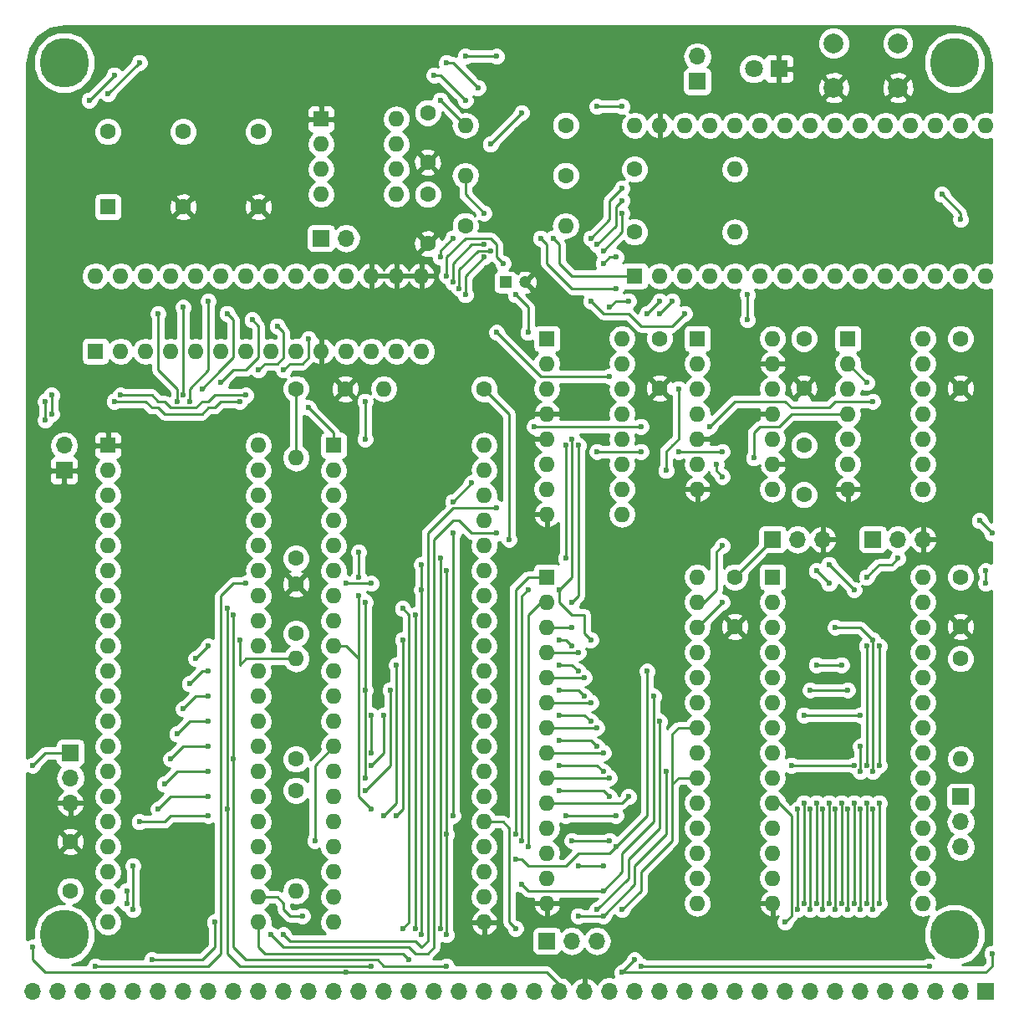
<source format=gbl>
G04 #@! TF.FileFunction,Copper,L2,Bot,Signal*
%FSLAX46Y46*%
G04 Gerber Fmt 4.6, Leading zero omitted, Abs format (unit mm)*
G04 Created by KiCad (PCBNEW 4.0.7) date 02/09/19 14:23:45*
%MOMM*%
%LPD*%
G01*
G04 APERTURE LIST*
%ADD10C,0.100000*%
%ADD11R,1.600000X1.600000*%
%ADD12O,1.600000X1.600000*%
%ADD13C,1.600000*%
%ADD14R,1.700000X1.700000*%
%ADD15O,1.700000X1.700000*%
%ADD16C,2.000000*%
%ADD17R,1.200000X1.200000*%
%ADD18C,1.200000*%
%ADD19C,5.000000*%
%ADD20R,1.800000X1.800000*%
%ADD21C,1.800000*%
%ADD22C,0.600000*%
%ADD23C,0.250000*%
%ADD24C,0.254000*%
G04 APERTURE END LIST*
D10*
D11*
X147955000Y-82550000D03*
D12*
X163195000Y-130810000D03*
X147955000Y-85090000D03*
X163195000Y-128270000D03*
X147955000Y-87630000D03*
X163195000Y-125730000D03*
X147955000Y-90170000D03*
X163195000Y-123190000D03*
X147955000Y-92710000D03*
X163195000Y-120650000D03*
X147955000Y-95250000D03*
X163195000Y-118110000D03*
X147955000Y-97790000D03*
X163195000Y-115570000D03*
X147955000Y-100330000D03*
X163195000Y-113030000D03*
X147955000Y-102870000D03*
X163195000Y-110490000D03*
X147955000Y-105410000D03*
X163195000Y-107950000D03*
X147955000Y-107950000D03*
X163195000Y-105410000D03*
X147955000Y-110490000D03*
X163195000Y-102870000D03*
X147955000Y-113030000D03*
X163195000Y-100330000D03*
X147955000Y-115570000D03*
X163195000Y-97790000D03*
X147955000Y-118110000D03*
X163195000Y-95250000D03*
X147955000Y-120650000D03*
X163195000Y-92710000D03*
X147955000Y-123190000D03*
X163195000Y-90170000D03*
X147955000Y-125730000D03*
X163195000Y-87630000D03*
X147955000Y-128270000D03*
X163195000Y-85090000D03*
X147955000Y-130810000D03*
X163195000Y-82550000D03*
D13*
X144145000Y-101600000D03*
X144145000Y-96600000D03*
X188595000Y-95885000D03*
X188595000Y-100885000D03*
X211455000Y-95885000D03*
X211455000Y-100885000D03*
X211455000Y-71755000D03*
X211455000Y-76755000D03*
X157480000Y-57150000D03*
X157480000Y-62150000D03*
X195580000Y-71755000D03*
X195580000Y-76755000D03*
X121285000Y-127635000D03*
X121285000Y-122635000D03*
X144145000Y-76835000D03*
X149145000Y-76835000D03*
X157480000Y-48895000D03*
X157480000Y-53895000D03*
D11*
X178435000Y-65405000D03*
D12*
X211455000Y-50165000D03*
X180975000Y-65405000D03*
X208915000Y-50165000D03*
X183515000Y-65405000D03*
X206375000Y-50165000D03*
X186055000Y-65405000D03*
X203835000Y-50165000D03*
X188595000Y-65405000D03*
X201295000Y-50165000D03*
X191135000Y-65405000D03*
X198755000Y-50165000D03*
X193675000Y-65405000D03*
X196215000Y-50165000D03*
X196215000Y-65405000D03*
X193675000Y-50165000D03*
X198755000Y-65405000D03*
X191135000Y-50165000D03*
X201295000Y-65405000D03*
X188595000Y-50165000D03*
X203835000Y-65405000D03*
X186055000Y-50165000D03*
X206375000Y-65405000D03*
X183515000Y-50165000D03*
X208915000Y-65405000D03*
X180975000Y-50165000D03*
X211455000Y-65405000D03*
X178435000Y-50165000D03*
X213995000Y-65405000D03*
X213995000Y-50165000D03*
D14*
X213995000Y-137795000D03*
D15*
X211455000Y-137795000D03*
X208915000Y-137795000D03*
X206375000Y-137795000D03*
X203835000Y-137795000D03*
X201295000Y-137795000D03*
X198755000Y-137795000D03*
X196215000Y-137795000D03*
X193675000Y-137795000D03*
X191135000Y-137795000D03*
X188595000Y-137795000D03*
X186055000Y-137795000D03*
X183515000Y-137795000D03*
X180975000Y-137795000D03*
X178435000Y-137795000D03*
X175895000Y-137795000D03*
X173355000Y-137795000D03*
X170815000Y-137795000D03*
X168275000Y-137795000D03*
X165735000Y-137795000D03*
X163195000Y-137795000D03*
X160655000Y-137795000D03*
X158115000Y-137795000D03*
X155575000Y-137795000D03*
X153035000Y-137795000D03*
X150495000Y-137795000D03*
X147955000Y-137795000D03*
X145415000Y-137795000D03*
X142875000Y-137795000D03*
X140335000Y-137795000D03*
X137795000Y-137795000D03*
X135255000Y-137795000D03*
X132715000Y-137795000D03*
X130175000Y-137795000D03*
X127635000Y-137795000D03*
X125095000Y-137795000D03*
X122555000Y-137795000D03*
X120015000Y-137795000D03*
X117475000Y-137795000D03*
D13*
X211455000Y-104140000D03*
D12*
X211455000Y-114300000D03*
D13*
X171450000Y-50165000D03*
D12*
X161290000Y-50165000D03*
D13*
X171450000Y-55245000D03*
D12*
X161290000Y-55245000D03*
D13*
X161290000Y-60325000D03*
D12*
X171450000Y-60325000D03*
D13*
X178435000Y-54610000D03*
D12*
X188595000Y-54610000D03*
D13*
X144145000Y-117475000D03*
D12*
X144145000Y-127635000D03*
D13*
X144145000Y-114300000D03*
D12*
X144145000Y-104140000D03*
D13*
X144145000Y-93980000D03*
D12*
X144145000Y-83820000D03*
D13*
X178435000Y-60960000D03*
D12*
X188595000Y-60960000D03*
D16*
X205105000Y-41855000D03*
X205105000Y-46355000D03*
X198605000Y-41855000D03*
X198605000Y-46355000D03*
D11*
X169545000Y-95885000D03*
D12*
X184785000Y-128905000D03*
X169545000Y-98425000D03*
X184785000Y-126365000D03*
X169545000Y-100965000D03*
X184785000Y-123825000D03*
X169545000Y-103505000D03*
X184785000Y-121285000D03*
X169545000Y-106045000D03*
X184785000Y-118745000D03*
X169545000Y-108585000D03*
X184785000Y-116205000D03*
X169545000Y-111125000D03*
X184785000Y-113665000D03*
X169545000Y-113665000D03*
X184785000Y-111125000D03*
X169545000Y-116205000D03*
X184785000Y-108585000D03*
X169545000Y-118745000D03*
X184785000Y-106045000D03*
X169545000Y-121285000D03*
X184785000Y-103505000D03*
X169545000Y-123825000D03*
X184785000Y-100965000D03*
X169545000Y-126365000D03*
X184785000Y-98425000D03*
X169545000Y-128905000D03*
X184785000Y-95885000D03*
D11*
X200025000Y-71755000D03*
D12*
X207645000Y-86995000D03*
X200025000Y-74295000D03*
X207645000Y-84455000D03*
X200025000Y-76835000D03*
X207645000Y-81915000D03*
X200025000Y-79375000D03*
X207645000Y-79375000D03*
X200025000Y-81915000D03*
X207645000Y-76835000D03*
X200025000Y-84455000D03*
X207645000Y-74295000D03*
X200025000Y-86995000D03*
X207645000Y-71755000D03*
D11*
X184785000Y-71755000D03*
D12*
X192405000Y-86995000D03*
X184785000Y-74295000D03*
X192405000Y-84455000D03*
X184785000Y-76835000D03*
X192405000Y-81915000D03*
X184785000Y-79375000D03*
X192405000Y-79375000D03*
X184785000Y-81915000D03*
X192405000Y-76835000D03*
X184785000Y-84455000D03*
X192405000Y-74295000D03*
X184785000Y-86995000D03*
X192405000Y-71755000D03*
D11*
X125095000Y-82550000D03*
D12*
X140335000Y-130810000D03*
X125095000Y-85090000D03*
X140335000Y-128270000D03*
X125095000Y-87630000D03*
X140335000Y-125730000D03*
X125095000Y-90170000D03*
X140335000Y-123190000D03*
X125095000Y-92710000D03*
X140335000Y-120650000D03*
X125095000Y-95250000D03*
X140335000Y-118110000D03*
X125095000Y-97790000D03*
X140335000Y-115570000D03*
X125095000Y-100330000D03*
X140335000Y-113030000D03*
X125095000Y-102870000D03*
X140335000Y-110490000D03*
X125095000Y-105410000D03*
X140335000Y-107950000D03*
X125095000Y-107950000D03*
X140335000Y-105410000D03*
X125095000Y-110490000D03*
X140335000Y-102870000D03*
X125095000Y-113030000D03*
X140335000Y-100330000D03*
X125095000Y-115570000D03*
X140335000Y-97790000D03*
X125095000Y-118110000D03*
X140335000Y-95250000D03*
X125095000Y-120650000D03*
X140335000Y-92710000D03*
X125095000Y-123190000D03*
X140335000Y-90170000D03*
X125095000Y-125730000D03*
X140335000Y-87630000D03*
X125095000Y-128270000D03*
X140335000Y-85090000D03*
X125095000Y-130810000D03*
X140335000Y-82550000D03*
D11*
X123825000Y-73025000D03*
D12*
X156845000Y-65405000D03*
X126365000Y-73025000D03*
X154305000Y-65405000D03*
X128905000Y-73025000D03*
X151765000Y-65405000D03*
X131445000Y-73025000D03*
X149225000Y-65405000D03*
X133985000Y-73025000D03*
X146685000Y-65405000D03*
X136525000Y-73025000D03*
X144145000Y-65405000D03*
X139065000Y-73025000D03*
X141605000Y-65405000D03*
X141605000Y-73025000D03*
X139065000Y-65405000D03*
X144145000Y-73025000D03*
X136525000Y-65405000D03*
X146685000Y-73025000D03*
X133985000Y-65405000D03*
X149225000Y-73025000D03*
X131445000Y-65405000D03*
X151765000Y-73025000D03*
X128905000Y-65405000D03*
X154305000Y-73025000D03*
X126365000Y-65405000D03*
X156845000Y-73025000D03*
X123825000Y-65405000D03*
D11*
X169545000Y-71755000D03*
D12*
X177165000Y-89535000D03*
X169545000Y-74295000D03*
X177165000Y-86995000D03*
X169545000Y-76835000D03*
X177165000Y-84455000D03*
X169545000Y-79375000D03*
X177165000Y-81915000D03*
X169545000Y-81915000D03*
X177165000Y-79375000D03*
X169545000Y-84455000D03*
X177165000Y-76835000D03*
X169545000Y-86995000D03*
X177165000Y-74295000D03*
X169545000Y-89535000D03*
X177165000Y-71755000D03*
D11*
X192405000Y-95885000D03*
D12*
X207645000Y-128905000D03*
X192405000Y-98425000D03*
X207645000Y-126365000D03*
X192405000Y-100965000D03*
X207645000Y-123825000D03*
X192405000Y-103505000D03*
X207645000Y-121285000D03*
X192405000Y-106045000D03*
X207645000Y-118745000D03*
X192405000Y-108585000D03*
X207645000Y-116205000D03*
X192405000Y-111125000D03*
X207645000Y-113665000D03*
X192405000Y-113665000D03*
X207645000Y-111125000D03*
X192405000Y-116205000D03*
X207645000Y-108585000D03*
X192405000Y-118745000D03*
X207645000Y-106045000D03*
X192405000Y-121285000D03*
X207645000Y-103505000D03*
X192405000Y-123825000D03*
X207645000Y-100965000D03*
X192405000Y-126365000D03*
X207645000Y-98425000D03*
X192405000Y-128905000D03*
X207645000Y-95885000D03*
D11*
X146685000Y-49530000D03*
D12*
X154305000Y-57150000D03*
X146685000Y-52070000D03*
X154305000Y-54610000D03*
X146685000Y-54610000D03*
X154305000Y-52070000D03*
X146685000Y-57150000D03*
X154305000Y-49530000D03*
D13*
X180975000Y-71755000D03*
X180975000Y-76755000D03*
D17*
X165354000Y-66040000D03*
D18*
X167354000Y-66040000D03*
D13*
X195580000Y-82550000D03*
X195580000Y-87550000D03*
D19*
X210820000Y-132080000D03*
X120650000Y-132080000D03*
X210820000Y-43815000D03*
X120650000Y-43815000D03*
D14*
X120650000Y-85090000D03*
D15*
X120650000Y-82550000D03*
D20*
X193040000Y-44450000D03*
D21*
X190500000Y-44450000D03*
D14*
X184785000Y-45720000D03*
D15*
X184785000Y-43180000D03*
D14*
X192405000Y-92075000D03*
D15*
X194945000Y-92075000D03*
X197485000Y-92075000D03*
D14*
X202565000Y-92075000D03*
D15*
X205105000Y-92075000D03*
X207645000Y-92075000D03*
D13*
X163195000Y-76835000D03*
D12*
X153035000Y-76835000D03*
D13*
X132715000Y-58420000D03*
X132715000Y-50800000D03*
D11*
X125095000Y-58420000D03*
D13*
X125095000Y-50800000D03*
X140335000Y-50800000D03*
X140335000Y-58420000D03*
D14*
X211455000Y-118110000D03*
D15*
X211455000Y-120650000D03*
X211455000Y-123190000D03*
D14*
X169545000Y-132715000D03*
D15*
X172085000Y-132715000D03*
X174625000Y-132715000D03*
D14*
X121285000Y-113665000D03*
D15*
X121285000Y-116205000D03*
X121285000Y-118745000D03*
D14*
X146685000Y-61595000D03*
D15*
X149225000Y-61595000D03*
D22*
X173990000Y-67945000D03*
X183515000Y-69215000D03*
X189865000Y-69850000D03*
X189865000Y-67310000D03*
X161290000Y-43180000D03*
X164465000Y-43180000D03*
X117475000Y-114935000D03*
X139065000Y-77470000D03*
X126365000Y-77470000D03*
X149225000Y-135890000D03*
X178435000Y-134620000D03*
X214630000Y-91440000D03*
X213360000Y-90170000D03*
X138430000Y-102235000D03*
X214630000Y-133985000D03*
X177165000Y-135890000D03*
X117475000Y-133350000D03*
X138430000Y-78105000D03*
X145415000Y-78740000D03*
X125730000Y-78105000D03*
X119380000Y-79375000D03*
X119380000Y-77470000D03*
X127635000Y-129540000D03*
X127635000Y-125095000D03*
X162560000Y-46355000D03*
X159385000Y-43815000D03*
X128270000Y-43815000D03*
X125095000Y-46990000D03*
X170180000Y-61595000D03*
X118745000Y-80010000D03*
X118745000Y-78105000D03*
X127000000Y-128905000D03*
X127000000Y-127635000D03*
X161290000Y-47625000D03*
X158115000Y-45085000D03*
X125730000Y-45085000D03*
X123190000Y-47625000D03*
X168910000Y-61595000D03*
X176530000Y-66675000D03*
X182245000Y-67945000D03*
X180975000Y-69215000D03*
X180975000Y-67945000D03*
X179705000Y-69215000D03*
X177800000Y-67945000D03*
X175895000Y-68580000D03*
X158750000Y-63500000D03*
X160020000Y-61595000D03*
X163830000Y-52070000D03*
X167005000Y-48895000D03*
X174625000Y-48260000D03*
X177165000Y-48260000D03*
X175260000Y-64135000D03*
X176530000Y-63500000D03*
X159385000Y-65405000D03*
X165100000Y-64135000D03*
X160655000Y-66675000D03*
X163830000Y-62865000D03*
X177165000Y-57785000D03*
X174625000Y-62230000D03*
X211455000Y-59690000D03*
X209550000Y-57150000D03*
X175260000Y-62865000D03*
X177165000Y-59055000D03*
X163195000Y-63500000D03*
X161290000Y-67310000D03*
X160020000Y-66040000D03*
X163195000Y-62230000D03*
X177165000Y-56515000D03*
X173990000Y-61595000D03*
X166370000Y-131445000D03*
X179070000Y-135255000D03*
X208280000Y-135255000D03*
X160020000Y-120015000D03*
X160020000Y-91440000D03*
X160020000Y-88265000D03*
X161925000Y-86360000D03*
X198120000Y-96520000D03*
X196850000Y-95250000D03*
X203200000Y-118745000D03*
X203200000Y-114935000D03*
X203200000Y-128905000D03*
X203200000Y-102870000D03*
X171450000Y-82550000D03*
X171450000Y-93980000D03*
X166370000Y-121920000D03*
X202565000Y-119380000D03*
X202565000Y-115570000D03*
X202565000Y-129540000D03*
X202565000Y-102235000D03*
X187325000Y-98425000D03*
X198755000Y-100965000D03*
X173990000Y-102235000D03*
X172085000Y-81915000D03*
X170815000Y-97155000D03*
X167005000Y-122555000D03*
X167640000Y-97155000D03*
X201930000Y-118745000D03*
X201930000Y-114935000D03*
X201930000Y-128905000D03*
X201930000Y-102870000D03*
X172720000Y-82550000D03*
X172085000Y-98425000D03*
X167640000Y-123190000D03*
X201295000Y-113030000D03*
X201295000Y-115570000D03*
X201295000Y-119380000D03*
X201295000Y-129540000D03*
X174625000Y-129540000D03*
X180975000Y-110490000D03*
X201295000Y-109855000D03*
X195580000Y-109855000D03*
X200660000Y-118745000D03*
X200660000Y-128905000D03*
X172720000Y-130175000D03*
X175260000Y-130175000D03*
X181610000Y-115570000D03*
X200660000Y-114935000D03*
X194310000Y-114935000D03*
X200025000Y-119380000D03*
X200025000Y-129540000D03*
X175260000Y-127635000D03*
X180340000Y-107950000D03*
X167005000Y-127000000D03*
X196215000Y-107315000D03*
X200025000Y-107315000D03*
X199390000Y-118745000D03*
X199390000Y-128905000D03*
X176530000Y-123190000D03*
X179705000Y-105410000D03*
X166370000Y-124460000D03*
X196850000Y-104775000D03*
X199390000Y-104775000D03*
X198755000Y-119380000D03*
X198755000Y-129540000D03*
X172085000Y-100965000D03*
X154305000Y-120015000D03*
X154940000Y-102235000D03*
X198120000Y-128905000D03*
X198120000Y-118745000D03*
X153035000Y-120015000D03*
X154305000Y-104775000D03*
X172720000Y-103505000D03*
X197485000Y-119380000D03*
X197485000Y-129540000D03*
X151130000Y-117475000D03*
X153670000Y-107315000D03*
X173355000Y-106045000D03*
X146050000Y-122555000D03*
X144780000Y-130175000D03*
X196850000Y-118745000D03*
X196850000Y-128905000D03*
X151765000Y-114935000D03*
X153035000Y-109855000D03*
X173990000Y-108585000D03*
X196215000Y-119380000D03*
X196215000Y-129540000D03*
X174625000Y-111125000D03*
X195580000Y-118745000D03*
X195580000Y-128905000D03*
X151765000Y-109855000D03*
X151765000Y-113665000D03*
X175260000Y-113665000D03*
X194945000Y-119380000D03*
X194945000Y-129540000D03*
X151130000Y-98425000D03*
X151130000Y-107315000D03*
X151130000Y-116205000D03*
X175895000Y-116205000D03*
X193675000Y-130810000D03*
X150495000Y-97790000D03*
X150495000Y-93345000D03*
X150495000Y-95885000D03*
X151765000Y-119380000D03*
X177800000Y-118110000D03*
X186055000Y-80645000D03*
X179070000Y-83185000D03*
X174625000Y-83185000D03*
X202565000Y-78105000D03*
X159385000Y-95250000D03*
X159385000Y-121920000D03*
X159385000Y-132080000D03*
X167640000Y-71120000D03*
X166370000Y-67310000D03*
X179070000Y-80645000D03*
X168275000Y-80645000D03*
X151765000Y-96520000D03*
X149225000Y-96520000D03*
X158750000Y-131445000D03*
X158750000Y-93980000D03*
X151130000Y-78105000D03*
X156845000Y-94615000D03*
X151130000Y-81915000D03*
X156845000Y-132080000D03*
X156845000Y-97155000D03*
X137795000Y-114300000D03*
X159385000Y-135255000D03*
X137795000Y-99695000D03*
X156210000Y-99695000D03*
X156210000Y-131445000D03*
X155575000Y-134620000D03*
X137160000Y-119380000D03*
X151765000Y-135255000D03*
X137160000Y-99060000D03*
X154940000Y-99060000D03*
X154940000Y-131445000D03*
X171450000Y-120015000D03*
X176530000Y-120015000D03*
X170815000Y-102235000D03*
X172085000Y-102870000D03*
X172085000Y-122555000D03*
X175895000Y-122555000D03*
X133985000Y-104140000D03*
X135255000Y-102870000D03*
X172720000Y-125095000D03*
X175260000Y-125095000D03*
X172720000Y-105410000D03*
X170815000Y-104775000D03*
X133350000Y-106680000D03*
X135255000Y-105410000D03*
X170815000Y-107315000D03*
X173355000Y-107950000D03*
X132715000Y-109220000D03*
X135255000Y-107950000D03*
X173990000Y-110490000D03*
X170815000Y-109855000D03*
X132080000Y-111760000D03*
X135255000Y-110490000D03*
X174625000Y-113030000D03*
X170815000Y-112395000D03*
X135255000Y-113030000D03*
X131445000Y-114300000D03*
X175260000Y-115570000D03*
X170815000Y-114935000D03*
X130810000Y-116840000D03*
X135255000Y-115570000D03*
X170815000Y-117475000D03*
X175895000Y-118110000D03*
X130175000Y-119380000D03*
X135255000Y-118110000D03*
X139065000Y-96520000D03*
X123825000Y-135255000D03*
X200660000Y-97155000D03*
X198120000Y-94615000D03*
X201930000Y-95885000D03*
X205105000Y-93980000D03*
X142875000Y-132080000D03*
X164465000Y-88900000D03*
X213995000Y-96520000D03*
X213995000Y-95250000D03*
X201930000Y-76200000D03*
X130175000Y-69215000D03*
X132080000Y-78105000D03*
X132715000Y-68580000D03*
X132715000Y-77470000D03*
X135255000Y-67945000D03*
X133350000Y-78105000D03*
X137160000Y-69215000D03*
X134620000Y-76835000D03*
X139700000Y-69850000D03*
X136525000Y-76200000D03*
X142240000Y-70485000D03*
X140335000Y-74930000D03*
X142875000Y-74930000D03*
X145415000Y-71755000D03*
X187325000Y-92710000D03*
X190500000Y-83820000D03*
X187325000Y-83185000D03*
X182880000Y-83185000D03*
X175895000Y-75565000D03*
X164465000Y-71120000D03*
X182880000Y-76835000D03*
X181610000Y-85090000D03*
X141605000Y-132080000D03*
X135890000Y-130810000D03*
X129540000Y-134620000D03*
X164465000Y-91440000D03*
X158750000Y-47625000D03*
X163195000Y-59055000D03*
X187325000Y-85725000D03*
X186690000Y-84455000D03*
X165735000Y-92075000D03*
X177165000Y-129540000D03*
X128270000Y-120650000D03*
X135255000Y-120015000D03*
D23*
X175260000Y-69215000D02*
X173990000Y-67945000D01*
X177800000Y-69215000D02*
X175260000Y-69215000D01*
X179070000Y-70485000D02*
X177800000Y-69215000D01*
X182245000Y-70485000D02*
X179070000Y-70485000D01*
X183515000Y-69215000D02*
X182245000Y-70485000D01*
X189865000Y-69850000D02*
X189865000Y-67310000D01*
X164465000Y-43180000D02*
X161290000Y-43180000D01*
X121285000Y-113665000D02*
X118745000Y-113665000D01*
X118745000Y-113665000D02*
X117475000Y-114935000D01*
X133985000Y-78740000D02*
X131445000Y-78740000D01*
X139065000Y-77470000D02*
X135890000Y-77470000D01*
X135890000Y-77470000D02*
X135255000Y-78105000D01*
X135255000Y-78105000D02*
X134620000Y-78105000D01*
X134620000Y-78105000D02*
X133985000Y-78740000D01*
X129540000Y-77470000D02*
X126365000Y-77470000D01*
X130175000Y-78105000D02*
X129540000Y-77470000D01*
X130810000Y-78105000D02*
X130175000Y-78105000D01*
X131445000Y-78740000D02*
X130810000Y-78105000D01*
X178435000Y-134620000D02*
X177165000Y-135890000D01*
X212725000Y-135890000D02*
X213995000Y-135890000D01*
X214630000Y-135255000D02*
X214630000Y-133985000D01*
X213995000Y-135890000D02*
X214630000Y-135255000D01*
X144145000Y-76835000D02*
X144145000Y-80645000D01*
X144145000Y-81280000D02*
X144145000Y-80645000D01*
X144145000Y-81280000D02*
X144145000Y-83820000D01*
X192405000Y-92075000D02*
X188595000Y-95885000D01*
X213360000Y-90170000D02*
X214630000Y-91440000D01*
X144145000Y-104140000D02*
X139065000Y-104140000D01*
X139065000Y-104140000D02*
X138430000Y-104775000D01*
X138430000Y-104775000D02*
X138430000Y-102235000D01*
X189230000Y-135890000D02*
X212725000Y-135890000D01*
X177165000Y-135890000D02*
X189230000Y-135890000D01*
X170815000Y-137160000D02*
X169545000Y-135890000D01*
X169545000Y-135890000D02*
X149225000Y-135890000D01*
X149225000Y-135890000D02*
X118745000Y-135890000D01*
X117475000Y-134620000D02*
X117475000Y-133350000D01*
X118745000Y-135890000D02*
X117475000Y-134620000D01*
X135890000Y-78740000D02*
X136525000Y-78105000D01*
X136525000Y-78105000D02*
X138430000Y-78105000D01*
X134620000Y-79375000D02*
X130810000Y-79375000D01*
X147955000Y-81280000D02*
X145415000Y-78740000D01*
X147955000Y-82550000D02*
X147955000Y-81280000D01*
X135890000Y-78740000D02*
X135255000Y-78740000D01*
X135255000Y-78740000D02*
X134620000Y-79375000D01*
X128905000Y-78105000D02*
X125730000Y-78105000D01*
X129540000Y-78740000D02*
X128905000Y-78105000D01*
X130175000Y-78740000D02*
X129540000Y-78740000D01*
X130810000Y-79375000D02*
X130175000Y-78740000D01*
X119380000Y-79375000D02*
X119380000Y-77470000D01*
X127635000Y-129540000D02*
X127635000Y-125095000D01*
X162560000Y-46355000D02*
X160020000Y-43815000D01*
X160020000Y-43815000D02*
X159385000Y-43815000D01*
X172085000Y-65405000D02*
X178435000Y-65405000D01*
X125095000Y-46990000D02*
X128270000Y-43815000D01*
X170815000Y-64135000D02*
X172085000Y-65405000D01*
X170815000Y-62230000D02*
X170815000Y-64135000D01*
X170180000Y-61595000D02*
X170815000Y-62230000D01*
X118745000Y-80010000D02*
X118745000Y-78105000D01*
X127000000Y-128905000D02*
X127000000Y-127635000D01*
X161290000Y-47625000D02*
X158750000Y-45085000D01*
X158750000Y-45085000D02*
X158115000Y-45085000D01*
X123190000Y-47625000D02*
X125730000Y-45085000D01*
X169545000Y-64135000D02*
X172085000Y-66675000D01*
X169545000Y-62230000D02*
X169545000Y-64135000D01*
X168910000Y-61595000D02*
X169545000Y-62230000D01*
X176530000Y-66675000D02*
X172720000Y-66675000D01*
X172720000Y-66675000D02*
X172085000Y-66675000D01*
X180975000Y-69215000D02*
X182245000Y-67945000D01*
X179705000Y-69215000D02*
X180975000Y-67945000D01*
X176530000Y-67945000D02*
X177800000Y-67945000D01*
X175895000Y-68580000D02*
X176530000Y-67945000D01*
X158750000Y-63500000D02*
X158750000Y-62865000D01*
X159385000Y-62230000D02*
X160020000Y-61595000D01*
X159385000Y-62230000D02*
X158750000Y-62865000D01*
X167005000Y-48895000D02*
X163830000Y-52070000D01*
X177165000Y-48260000D02*
X174625000Y-48260000D01*
X175260000Y-64135000D02*
X175895000Y-63500000D01*
X175895000Y-63500000D02*
X176530000Y-63500000D01*
X161290000Y-61595000D02*
X162560000Y-61595000D01*
X159385000Y-63500000D02*
X161290000Y-61595000D01*
X159385000Y-65405000D02*
X159385000Y-63500000D01*
X162560000Y-61595000D02*
X163830000Y-61595000D01*
X164465000Y-62230000D02*
X163830000Y-61595000D01*
X164465000Y-63500000D02*
X164465000Y-62230000D01*
X165100000Y-64135000D02*
X164465000Y-63500000D01*
X160655000Y-66675000D02*
X160655000Y-64770000D01*
X160655000Y-64770000D02*
X162560000Y-62865000D01*
X162560000Y-62865000D02*
X163830000Y-62865000D01*
X176530000Y-58420000D02*
X177165000Y-57785000D01*
X176530000Y-60325000D02*
X176530000Y-58420000D01*
X174625000Y-62230000D02*
X176530000Y-60325000D01*
X211455000Y-59055000D02*
X211455000Y-59690000D01*
X209550000Y-57150000D02*
X211455000Y-59055000D01*
X175260000Y-62865000D02*
X177165000Y-60960000D01*
X177165000Y-60960000D02*
X177165000Y-59055000D01*
X163195000Y-63500000D02*
X163195000Y-63500000D01*
X161290000Y-65405000D02*
X163195000Y-63500000D01*
X161290000Y-67310000D02*
X161290000Y-65405000D01*
X160020000Y-66040000D02*
X160020000Y-64135000D01*
X160020000Y-64135000D02*
X161925000Y-62230000D01*
X161925000Y-62230000D02*
X163195000Y-62230000D01*
X175895000Y-57785000D02*
X177165000Y-56515000D01*
X175895000Y-59690000D02*
X175895000Y-57785000D01*
X173990000Y-61595000D02*
X175895000Y-59690000D01*
X163195000Y-120650000D02*
X165100000Y-120650000D01*
X165735000Y-130810000D02*
X166370000Y-131445000D01*
X165735000Y-121285000D02*
X165735000Y-130810000D01*
X165100000Y-120650000D02*
X165735000Y-121285000D01*
X179070000Y-135255000D02*
X208280000Y-135255000D01*
X160020000Y-120015000D02*
X160020000Y-92075000D01*
X160020000Y-91440000D02*
X160020000Y-92075000D01*
X161925000Y-86360000D02*
X160020000Y-88265000D01*
X198120000Y-96520000D02*
X196850000Y-95250000D01*
X203200000Y-102870000D02*
X203200000Y-114935000D01*
X203200000Y-118745000D02*
X203200000Y-128905000D01*
X171450000Y-82550000D02*
X171450000Y-93980000D01*
X166370000Y-121920000D02*
X166370000Y-97155000D01*
X166370000Y-97155000D02*
X167640000Y-95885000D01*
X167640000Y-95885000D02*
X169545000Y-95885000D01*
X202565000Y-102235000D02*
X202565000Y-115570000D01*
X202565000Y-119380000D02*
X202565000Y-129540000D01*
X198755000Y-100965000D02*
X201295000Y-100965000D01*
X201295000Y-100965000D02*
X202565000Y-102235000D01*
X187325000Y-98425000D02*
X184785000Y-100965000D01*
X173355000Y-99695000D02*
X172085000Y-99695000D01*
X173990000Y-102235000D02*
X173355000Y-101600000D01*
X173355000Y-101600000D02*
X173355000Y-99695000D01*
X170815000Y-98425000D02*
X170815000Y-97155000D01*
X172085000Y-99695000D02*
X170815000Y-98425000D01*
X172085000Y-95885000D02*
X170815000Y-97155000D01*
X172085000Y-81915000D02*
X172085000Y-95885000D01*
X167005000Y-122555000D02*
X167005000Y-98425000D01*
X167005000Y-97790000D02*
X167005000Y-98425000D01*
X167640000Y-97155000D02*
X167005000Y-97790000D01*
X201930000Y-118745000D02*
X201930000Y-128905000D01*
X201930000Y-110490000D02*
X201930000Y-114935000D01*
X201930000Y-102870000D02*
X201930000Y-110490000D01*
X172720000Y-97155000D02*
X172720000Y-97790000D01*
X172720000Y-82550000D02*
X172720000Y-97155000D01*
X172720000Y-97790000D02*
X172085000Y-98425000D01*
X167640000Y-99695000D02*
X168910000Y-98425000D01*
X167640000Y-123190000D02*
X167640000Y-99695000D01*
X168910000Y-98425000D02*
X169545000Y-98425000D01*
X201295000Y-113030000D02*
X201295000Y-115570000D01*
X201295000Y-119380000D02*
X201295000Y-129540000D01*
X177800000Y-124460000D02*
X177800000Y-126365000D01*
X180975000Y-121285000D02*
X177800000Y-124460000D01*
X180975000Y-110490000D02*
X180975000Y-121285000D01*
X174625000Y-129540000D02*
X177800000Y-126365000D01*
X195580000Y-109855000D02*
X201295000Y-109855000D01*
X200660000Y-118745000D02*
X200660000Y-128905000D01*
X147955000Y-128905000D02*
X147955000Y-128270000D01*
X172720000Y-130175000D02*
X175260000Y-130175000D01*
X175260000Y-130175000D02*
X178435000Y-127000000D01*
X181610000Y-115570000D02*
X181610000Y-121920000D01*
X181610000Y-121920000D02*
X178435000Y-125095000D01*
X178435000Y-125095000D02*
X178435000Y-127000000D01*
X194310000Y-114935000D02*
X200660000Y-114935000D01*
X200025000Y-119380000D02*
X200025000Y-129540000D01*
X167005000Y-127000000D02*
X167640000Y-127635000D01*
X172720000Y-127635000D02*
X175260000Y-127635000D01*
X177165000Y-123825000D02*
X177165000Y-125730000D01*
X180340000Y-120650000D02*
X177165000Y-123825000D01*
X180340000Y-107950000D02*
X180340000Y-120650000D01*
X177165000Y-125730000D02*
X175260000Y-127635000D01*
X167640000Y-127635000D02*
X172720000Y-127635000D01*
X167005000Y-127000000D02*
X167005000Y-127000000D01*
X196215000Y-107315000D02*
X200025000Y-107315000D01*
X199390000Y-128905000D02*
X199390000Y-118745000D01*
X166370000Y-124460000D02*
X167005000Y-124460000D01*
X175895000Y-123825000D02*
X176530000Y-123190000D01*
X172720000Y-123825000D02*
X175895000Y-123825000D01*
X171450000Y-125095000D02*
X172720000Y-123825000D01*
X179705000Y-120015000D02*
X176530000Y-123190000D01*
X179705000Y-105410000D02*
X179705000Y-120015000D01*
X167640000Y-125095000D02*
X171450000Y-125095000D01*
X167005000Y-124460000D02*
X167640000Y-125095000D01*
X166370000Y-124460000D02*
X166370000Y-124460000D01*
X196850000Y-104775000D02*
X199390000Y-104775000D01*
X198755000Y-128905000D02*
X198755000Y-129540000D01*
X198755000Y-128905000D02*
X198755000Y-119380000D01*
X169545000Y-100965000D02*
X172085000Y-100965000D01*
X154940000Y-119380000D02*
X154305000Y-120015000D01*
X154940000Y-118745000D02*
X154940000Y-119380000D01*
X154940000Y-102235000D02*
X154940000Y-118745000D01*
X198120000Y-128905000D02*
X198120000Y-118745000D01*
X154305000Y-118745000D02*
X153035000Y-120015000D01*
X154305000Y-104775000D02*
X154305000Y-118745000D01*
X169545000Y-103505000D02*
X172720000Y-103505000D01*
X197485000Y-119380000D02*
X197485000Y-128905000D01*
X197485000Y-129540000D02*
X197485000Y-128905000D01*
X151130000Y-117475000D02*
X153670000Y-114935000D01*
X153670000Y-114935000D02*
X153670000Y-107315000D01*
X169545000Y-106045000D02*
X173355000Y-106045000D01*
X142240000Y-128270000D02*
X142875000Y-128905000D01*
X140335000Y-128270000D02*
X142240000Y-128270000D01*
X146050000Y-114935000D02*
X147955000Y-113030000D01*
X146050000Y-114935000D02*
X146050000Y-121920000D01*
X146050000Y-121920000D02*
X146050000Y-122555000D01*
X143510000Y-130175000D02*
X144780000Y-130175000D01*
X142875000Y-129540000D02*
X143510000Y-130175000D01*
X142875000Y-128905000D02*
X142875000Y-129540000D01*
X196850000Y-118745000D02*
X196850000Y-128905000D01*
X151765000Y-114935000D02*
X153035000Y-113665000D01*
X153035000Y-113665000D02*
X153035000Y-109855000D01*
X169545000Y-108585000D02*
X173990000Y-108585000D01*
X196215000Y-119380000D02*
X196215000Y-128905000D01*
X196215000Y-129540000D02*
X196215000Y-128905000D01*
X169545000Y-111125000D02*
X174625000Y-111125000D01*
X195580000Y-128905000D02*
X195580000Y-118745000D01*
X151765000Y-109855000D02*
X151765000Y-113665000D01*
X169545000Y-113665000D02*
X175260000Y-113665000D01*
X194945000Y-129540000D02*
X194945000Y-128905000D01*
X194945000Y-119380000D02*
X194945000Y-128905000D01*
X151130000Y-98425000D02*
X151130000Y-107315000D01*
X151130000Y-107315000D02*
X151130000Y-116205000D01*
X169545000Y-116205000D02*
X175895000Y-116205000D01*
X194310000Y-128270000D02*
X194310000Y-130175000D01*
X194310000Y-128270000D02*
X194310000Y-120015000D01*
X194310000Y-120015000D02*
X193040000Y-118745000D01*
X194310000Y-130175000D02*
X193675000Y-130810000D01*
X150495000Y-97790000D02*
X150495000Y-104140000D01*
X150495000Y-95885000D02*
X150495000Y-93345000D01*
X151765000Y-119380000D02*
X150495000Y-118110000D01*
X150495000Y-118110000D02*
X150495000Y-104140000D01*
X150495000Y-104140000D02*
X149225000Y-102870000D01*
X147955000Y-102870000D02*
X149225000Y-102870000D01*
X169545000Y-118745000D02*
X177165000Y-118745000D01*
X177165000Y-118745000D02*
X177800000Y-118110000D01*
X193040000Y-118745000D02*
X192405000Y-118745000D01*
X198755000Y-78105000D02*
X198120000Y-78740000D01*
X194310000Y-78740000D02*
X193675000Y-78105000D01*
X198120000Y-78740000D02*
X194310000Y-78740000D01*
X188595000Y-78105000D02*
X193675000Y-78105000D01*
X186055000Y-80645000D02*
X188595000Y-78105000D01*
X174625000Y-83185000D02*
X179070000Y-83185000D01*
X198755000Y-78105000D02*
X202565000Y-78105000D01*
X159385000Y-95250000D02*
X159385000Y-96520000D01*
X159385000Y-121920000D02*
X159385000Y-96520000D01*
X159385000Y-132080000D02*
X159385000Y-121920000D01*
X167640000Y-70485000D02*
X167640000Y-68580000D01*
X167640000Y-71120000D02*
X167640000Y-70485000D01*
X167640000Y-68580000D02*
X166370000Y-67310000D01*
X168275000Y-80645000D02*
X179070000Y-80645000D01*
X149225000Y-96520000D02*
X151765000Y-96520000D01*
X158750000Y-94615000D02*
X158750000Y-93980000D01*
X158750000Y-131445000D02*
X158750000Y-96520000D01*
X158750000Y-96520000D02*
X158750000Y-94615000D01*
X151130000Y-78740000D02*
X151130000Y-78105000D01*
X156845000Y-94615000D02*
X156845000Y-97155000D01*
X151130000Y-78740000D02*
X151130000Y-81915000D01*
X156845000Y-132080000D02*
X156845000Y-97155000D01*
X137795000Y-113665000D02*
X137795000Y-114300000D01*
X137795000Y-114300000D02*
X137795000Y-124460000D01*
X159385000Y-135255000D02*
X153035000Y-135255000D01*
X153035000Y-135255000D02*
X152400000Y-134620000D01*
X152400000Y-134620000D02*
X139065000Y-134620000D01*
X139065000Y-134620000D02*
X137795000Y-133350000D01*
X137795000Y-133350000D02*
X137795000Y-124460000D01*
X137795000Y-113665000D02*
X137795000Y-99695000D01*
X140335000Y-130810000D02*
X140335000Y-133350000D01*
X140970000Y-133985000D02*
X143510000Y-133985000D01*
X140335000Y-133350000D02*
X140970000Y-133985000D01*
X156210000Y-131445000D02*
X156210000Y-99695000D01*
X153035000Y-133985000D02*
X154940000Y-133985000D01*
X143510000Y-133985000D02*
X153035000Y-133985000D01*
X154940000Y-133985000D02*
X155575000Y-134620000D01*
X137160000Y-120015000D02*
X137160000Y-119380000D01*
X151765000Y-135255000D02*
X138430000Y-135255000D01*
X138430000Y-135255000D02*
X137160000Y-133985000D01*
X137160000Y-133985000D02*
X137160000Y-120015000D01*
X137160000Y-119380000D02*
X137160000Y-118745000D01*
X137160000Y-118745000D02*
X137160000Y-99060000D01*
X154940000Y-99060000D02*
X155575000Y-99695000D01*
X155575000Y-99695000D02*
X155575000Y-130810000D01*
X155575000Y-130810000D02*
X154940000Y-131445000D01*
X176530000Y-120015000D02*
X171450000Y-120015000D01*
X171450000Y-102235000D02*
X170815000Y-102235000D01*
X172085000Y-102870000D02*
X171450000Y-102235000D01*
X175895000Y-122555000D02*
X172085000Y-122555000D01*
X133985000Y-104140000D02*
X135255000Y-102870000D01*
X175260000Y-125095000D02*
X172720000Y-125095000D01*
X172085000Y-104775000D02*
X172720000Y-105410000D01*
X170815000Y-104775000D02*
X172085000Y-104775000D01*
X133350000Y-106680000D02*
X134620000Y-105410000D01*
X134620000Y-105410000D02*
X135255000Y-105410000D01*
X173355000Y-107950000D02*
X172720000Y-107315000D01*
X170815000Y-107315000D02*
X172720000Y-107315000D01*
X132715000Y-109220000D02*
X133985000Y-107950000D01*
X133985000Y-107950000D02*
X135255000Y-107950000D01*
X173355000Y-109855000D02*
X173990000Y-110490000D01*
X172720000Y-109855000D02*
X173355000Y-109855000D01*
X170815000Y-109855000D02*
X172720000Y-109855000D01*
X132080000Y-111760000D02*
X133350000Y-110490000D01*
X133350000Y-110490000D02*
X135255000Y-110490000D01*
X173990000Y-112395000D02*
X174625000Y-113030000D01*
X170815000Y-112395000D02*
X173990000Y-112395000D01*
X132715000Y-113030000D02*
X135255000Y-113030000D01*
X131445000Y-114300000D02*
X132715000Y-113030000D01*
X174625000Y-114935000D02*
X175260000Y-115570000D01*
X170815000Y-114935000D02*
X174625000Y-114935000D01*
X130810000Y-116840000D02*
X132080000Y-115570000D01*
X132080000Y-115570000D02*
X135255000Y-115570000D01*
X170815000Y-117475000D02*
X175260000Y-117475000D01*
X175260000Y-117475000D02*
X175895000Y-118110000D01*
X131445000Y-118110000D02*
X135255000Y-118110000D01*
X130175000Y-119380000D02*
X131445000Y-118110000D01*
X137795000Y-96520000D02*
X139065000Y-96520000D01*
X136525000Y-97790000D02*
X137795000Y-96520000D01*
X136525000Y-133985000D02*
X136525000Y-97790000D01*
X135255000Y-135255000D02*
X136525000Y-133985000D01*
X123825000Y-135255000D02*
X135255000Y-135255000D01*
X200660000Y-97155000D02*
X198120000Y-94615000D01*
X201930000Y-95885000D02*
X202565000Y-95250000D01*
X204470000Y-94615000D02*
X205105000Y-93980000D01*
X203200000Y-94615000D02*
X204470000Y-94615000D01*
X202565000Y-95250000D02*
X203200000Y-94615000D01*
X143510000Y-132715000D02*
X146050000Y-132715000D01*
X142875000Y-132080000D02*
X143510000Y-132715000D01*
X157480000Y-91440000D02*
X160020000Y-88900000D01*
X160020000Y-88900000D02*
X164465000Y-88900000D01*
X157480000Y-92710000D02*
X157480000Y-95885000D01*
X156845000Y-133350000D02*
X157480000Y-132715000D01*
X157480000Y-132715000D02*
X157480000Y-131445000D01*
X156210000Y-132715000D02*
X156845000Y-133350000D01*
X146050000Y-132715000D02*
X156210000Y-132715000D01*
X157480000Y-95885000D02*
X157480000Y-131445000D01*
X157480000Y-92710000D02*
X157480000Y-91440000D01*
X213995000Y-96520000D02*
X213995000Y-95250000D01*
X201930000Y-76200000D02*
X200025000Y-74295000D01*
X132080000Y-76835000D02*
X130175000Y-74930000D01*
X130175000Y-74930000D02*
X130175000Y-71755000D01*
X130175000Y-71755000D02*
X130175000Y-69215000D01*
X132080000Y-78105000D02*
X132080000Y-76835000D01*
X132715000Y-71755000D02*
X132715000Y-70485000D01*
X132715000Y-70485000D02*
X132715000Y-68580000D01*
X132715000Y-74930000D02*
X132715000Y-71755000D01*
X132715000Y-77470000D02*
X132715000Y-74930000D01*
X135255000Y-71755000D02*
X135255000Y-69215000D01*
X133350000Y-76835000D02*
X135255000Y-74930000D01*
X135255000Y-74930000D02*
X135255000Y-71755000D01*
X135255000Y-69215000D02*
X135255000Y-67945000D01*
X133350000Y-78105000D02*
X133350000Y-76835000D01*
X136525000Y-74930000D02*
X134620000Y-76835000D01*
X136525000Y-74930000D02*
X137795000Y-73660000D01*
X137795000Y-70485000D02*
X137795000Y-69850000D01*
X137795000Y-69850000D02*
X137160000Y-69215000D01*
X137795000Y-73660000D02*
X137795000Y-71755000D01*
X137795000Y-71755000D02*
X137795000Y-70485000D01*
X137795000Y-74930000D02*
X136525000Y-76200000D01*
X140335000Y-71755000D02*
X140335000Y-70485000D01*
X137795000Y-74930000D02*
X139065000Y-74930000D01*
X139065000Y-74930000D02*
X140335000Y-73660000D01*
X140335000Y-73660000D02*
X140335000Y-71755000D01*
X140335000Y-70485000D02*
X139700000Y-69850000D01*
X142875000Y-71755000D02*
X142875000Y-71120000D01*
X140335000Y-74930000D02*
X140970000Y-74295000D01*
X140970000Y-74295000D02*
X142240000Y-74295000D01*
X142240000Y-74295000D02*
X142875000Y-73660000D01*
X142875000Y-73660000D02*
X142875000Y-71755000D01*
X142875000Y-71120000D02*
X142240000Y-70485000D01*
X145415000Y-73660000D02*
X145415000Y-71755000D01*
X144780000Y-74295000D02*
X145415000Y-73660000D01*
X143510000Y-74295000D02*
X144780000Y-74295000D01*
X142875000Y-74930000D02*
X143510000Y-74295000D01*
X184785000Y-98425000D02*
X185420000Y-98425000D01*
X185420000Y-98425000D02*
X186690000Y-97155000D01*
X186690000Y-97155000D02*
X186690000Y-93345000D01*
X186690000Y-93345000D02*
X187325000Y-92710000D01*
X190500000Y-81280000D02*
X190500000Y-83820000D01*
X191770000Y-80645000D02*
X193040000Y-80645000D01*
X193040000Y-80645000D02*
X194310000Y-79375000D01*
X200025000Y-79375000D02*
X194310000Y-79375000D01*
X191770000Y-80645000D02*
X191135000Y-80645000D01*
X191135000Y-80645000D02*
X190500000Y-81280000D01*
X187325000Y-83185000D02*
X182880000Y-83185000D01*
X175895000Y-75565000D02*
X168910000Y-75565000D01*
X168910000Y-75565000D02*
X164465000Y-71120000D01*
X181610000Y-83185000D02*
X182245000Y-82550000D01*
X182880000Y-81280000D02*
X182880000Y-81915000D01*
X182880000Y-81280000D02*
X182880000Y-78740000D01*
X182880000Y-78740000D02*
X182880000Y-76835000D01*
X182880000Y-81915000D02*
X182245000Y-82550000D01*
X181610000Y-85090000D02*
X181610000Y-83185000D01*
X141605000Y-132080000D02*
X142875000Y-133350000D01*
X142875000Y-133350000D02*
X145415000Y-133350000D01*
X135890000Y-133350000D02*
X135890000Y-130810000D01*
X134620000Y-134620000D02*
X135890000Y-133350000D01*
X129540000Y-134620000D02*
X134620000Y-134620000D01*
X161925000Y-91440000D02*
X164465000Y-91440000D01*
X158115000Y-92075000D02*
X160020000Y-90170000D01*
X160020000Y-90170000D02*
X160655000Y-90170000D01*
X160655000Y-90170000D02*
X161925000Y-91440000D01*
X158115000Y-92710000D02*
X158115000Y-96069998D01*
X157480000Y-133985000D02*
X158115000Y-133350000D01*
X158115000Y-133350000D02*
X158115000Y-131445000D01*
X145415000Y-133350000D02*
X155575000Y-133350000D01*
X156845000Y-133985000D02*
X157480000Y-133985000D01*
X156210000Y-133985000D02*
X156845000Y-133985000D01*
X155575000Y-133350000D02*
X156210000Y-133985000D01*
X158115000Y-131445000D02*
X158115000Y-96069998D01*
X158115000Y-92710000D02*
X158115000Y-92075000D01*
X158750000Y-47625000D02*
X161290000Y-50165000D01*
X163195000Y-59055000D02*
X161290000Y-57150000D01*
X161290000Y-57150000D02*
X161290000Y-55245000D01*
X186690000Y-85090000D02*
X187325000Y-85725000D01*
X186690000Y-84455000D02*
X186690000Y-85090000D01*
X165735000Y-79375000D02*
X163195000Y-76835000D01*
X165735000Y-92075000D02*
X165735000Y-79375000D01*
X184785000Y-116205000D02*
X182880000Y-116205000D01*
X182880000Y-116205000D02*
X182245000Y-116840000D01*
X182245000Y-116840000D02*
X182245000Y-111760000D01*
X182245000Y-122555000D02*
X182245000Y-116840000D01*
X179070000Y-125730000D02*
X182245000Y-122555000D01*
X179070000Y-127635000D02*
X179070000Y-125730000D01*
X177165000Y-129540000D02*
X179070000Y-127635000D01*
X182880000Y-111125000D02*
X183515000Y-111125000D01*
X182245000Y-111760000D02*
X182880000Y-111125000D01*
X183515000Y-111125000D02*
X184785000Y-111125000D01*
X128270000Y-120650000D02*
X130810000Y-120650000D01*
X131445000Y-120015000D02*
X130810000Y-120650000D01*
X135255000Y-120015000D02*
X131445000Y-120015000D01*
D24*
G36*
X212244001Y-40377161D02*
X213451209Y-41183791D01*
X214257839Y-42391001D01*
X214555000Y-43884931D01*
X214555000Y-48818369D01*
X214544151Y-48811120D01*
X213995000Y-48701887D01*
X213445849Y-48811120D01*
X212980302Y-49122189D01*
X212725000Y-49504275D01*
X212469698Y-49122189D01*
X212004151Y-48811120D01*
X211455000Y-48701887D01*
X210905849Y-48811120D01*
X210440302Y-49122189D01*
X210185000Y-49504275D01*
X209929698Y-49122189D01*
X209464151Y-48811120D01*
X208915000Y-48701887D01*
X208365849Y-48811120D01*
X207900302Y-49122189D01*
X207645000Y-49504275D01*
X207389698Y-49122189D01*
X206924151Y-48811120D01*
X206375000Y-48701887D01*
X205825849Y-48811120D01*
X205360302Y-49122189D01*
X205105000Y-49504275D01*
X204849698Y-49122189D01*
X204384151Y-48811120D01*
X203835000Y-48701887D01*
X203285849Y-48811120D01*
X202820302Y-49122189D01*
X202565000Y-49504275D01*
X202309698Y-49122189D01*
X201844151Y-48811120D01*
X201295000Y-48701887D01*
X200745849Y-48811120D01*
X200280302Y-49122189D01*
X200025000Y-49504275D01*
X199769698Y-49122189D01*
X199304151Y-48811120D01*
X198755000Y-48701887D01*
X198205849Y-48811120D01*
X197740302Y-49122189D01*
X197485000Y-49504275D01*
X197229698Y-49122189D01*
X196764151Y-48811120D01*
X196215000Y-48701887D01*
X195665849Y-48811120D01*
X195200302Y-49122189D01*
X194945000Y-49504275D01*
X194689698Y-49122189D01*
X194224151Y-48811120D01*
X193675000Y-48701887D01*
X193125849Y-48811120D01*
X192660302Y-49122189D01*
X192405000Y-49504275D01*
X192149698Y-49122189D01*
X191684151Y-48811120D01*
X191135000Y-48701887D01*
X190585849Y-48811120D01*
X190120302Y-49122189D01*
X189865000Y-49504275D01*
X189609698Y-49122189D01*
X189144151Y-48811120D01*
X188595000Y-48701887D01*
X188045849Y-48811120D01*
X187580302Y-49122189D01*
X187325000Y-49504275D01*
X187069698Y-49122189D01*
X186604151Y-48811120D01*
X186055000Y-48701887D01*
X185505849Y-48811120D01*
X185040302Y-49122189D01*
X184785000Y-49504275D01*
X184529698Y-49122189D01*
X184064151Y-48811120D01*
X183515000Y-48701887D01*
X182965849Y-48811120D01*
X182500302Y-49122189D01*
X182230014Y-49526703D01*
X182127389Y-49309866D01*
X181712423Y-48933959D01*
X181324039Y-48773096D01*
X181102000Y-48895085D01*
X181102000Y-50038000D01*
X181122000Y-50038000D01*
X181122000Y-50292000D01*
X181102000Y-50292000D01*
X181102000Y-51434915D01*
X181324039Y-51556904D01*
X181712423Y-51396041D01*
X182127389Y-51020134D01*
X182230014Y-50803297D01*
X182500302Y-51207811D01*
X182965849Y-51518880D01*
X183515000Y-51628113D01*
X184064151Y-51518880D01*
X184529698Y-51207811D01*
X184785000Y-50825725D01*
X185040302Y-51207811D01*
X185505849Y-51518880D01*
X186055000Y-51628113D01*
X186604151Y-51518880D01*
X187069698Y-51207811D01*
X187325000Y-50825725D01*
X187580302Y-51207811D01*
X188045849Y-51518880D01*
X188595000Y-51628113D01*
X189144151Y-51518880D01*
X189609698Y-51207811D01*
X189865000Y-50825725D01*
X190120302Y-51207811D01*
X190585849Y-51518880D01*
X191135000Y-51628113D01*
X191684151Y-51518880D01*
X192149698Y-51207811D01*
X192405000Y-50825725D01*
X192660302Y-51207811D01*
X193125849Y-51518880D01*
X193675000Y-51628113D01*
X194224151Y-51518880D01*
X194689698Y-51207811D01*
X194945000Y-50825725D01*
X195200302Y-51207811D01*
X195665849Y-51518880D01*
X196215000Y-51628113D01*
X196764151Y-51518880D01*
X197229698Y-51207811D01*
X197485000Y-50825725D01*
X197740302Y-51207811D01*
X198205849Y-51518880D01*
X198755000Y-51628113D01*
X199304151Y-51518880D01*
X199769698Y-51207811D01*
X200025000Y-50825725D01*
X200280302Y-51207811D01*
X200745849Y-51518880D01*
X201295000Y-51628113D01*
X201844151Y-51518880D01*
X202309698Y-51207811D01*
X202565000Y-50825725D01*
X202820302Y-51207811D01*
X203285849Y-51518880D01*
X203835000Y-51628113D01*
X204384151Y-51518880D01*
X204849698Y-51207811D01*
X205105000Y-50825725D01*
X205360302Y-51207811D01*
X205825849Y-51518880D01*
X206375000Y-51628113D01*
X206924151Y-51518880D01*
X207389698Y-51207811D01*
X207645000Y-50825725D01*
X207900302Y-51207811D01*
X208365849Y-51518880D01*
X208915000Y-51628113D01*
X209464151Y-51518880D01*
X209929698Y-51207811D01*
X210185000Y-50825725D01*
X210440302Y-51207811D01*
X210905849Y-51518880D01*
X211455000Y-51628113D01*
X212004151Y-51518880D01*
X212469698Y-51207811D01*
X212725000Y-50825725D01*
X212980302Y-51207811D01*
X213445849Y-51518880D01*
X213995000Y-51628113D01*
X214544151Y-51518880D01*
X214555000Y-51511631D01*
X214555000Y-64058369D01*
X214544151Y-64051120D01*
X213995000Y-63941887D01*
X213445849Y-64051120D01*
X212980302Y-64362189D01*
X212725000Y-64744275D01*
X212469698Y-64362189D01*
X212004151Y-64051120D01*
X211455000Y-63941887D01*
X210905849Y-64051120D01*
X210440302Y-64362189D01*
X210185000Y-64744275D01*
X209929698Y-64362189D01*
X209464151Y-64051120D01*
X208915000Y-63941887D01*
X208365849Y-64051120D01*
X207900302Y-64362189D01*
X207645000Y-64744275D01*
X207389698Y-64362189D01*
X206924151Y-64051120D01*
X206375000Y-63941887D01*
X205825849Y-64051120D01*
X205360302Y-64362189D01*
X205105000Y-64744275D01*
X204849698Y-64362189D01*
X204384151Y-64051120D01*
X203835000Y-63941887D01*
X203285849Y-64051120D01*
X202820302Y-64362189D01*
X202565000Y-64744275D01*
X202309698Y-64362189D01*
X201844151Y-64051120D01*
X201295000Y-63941887D01*
X200745849Y-64051120D01*
X200280302Y-64362189D01*
X200025000Y-64744275D01*
X199769698Y-64362189D01*
X199304151Y-64051120D01*
X198755000Y-63941887D01*
X198205849Y-64051120D01*
X197740302Y-64362189D01*
X197485000Y-64744275D01*
X197229698Y-64362189D01*
X196764151Y-64051120D01*
X196215000Y-63941887D01*
X195665849Y-64051120D01*
X195200302Y-64362189D01*
X194945000Y-64744275D01*
X194689698Y-64362189D01*
X194224151Y-64051120D01*
X193675000Y-63941887D01*
X193125849Y-64051120D01*
X192660302Y-64362189D01*
X192405000Y-64744275D01*
X192149698Y-64362189D01*
X191684151Y-64051120D01*
X191135000Y-63941887D01*
X190585849Y-64051120D01*
X190120302Y-64362189D01*
X189865000Y-64744275D01*
X189609698Y-64362189D01*
X189144151Y-64051120D01*
X188595000Y-63941887D01*
X188045849Y-64051120D01*
X187580302Y-64362189D01*
X187325000Y-64744275D01*
X187069698Y-64362189D01*
X186604151Y-64051120D01*
X186055000Y-63941887D01*
X185505849Y-64051120D01*
X185040302Y-64362189D01*
X184785000Y-64744275D01*
X184529698Y-64362189D01*
X184064151Y-64051120D01*
X183515000Y-63941887D01*
X182965849Y-64051120D01*
X182500302Y-64362189D01*
X182245000Y-64744275D01*
X181989698Y-64362189D01*
X181524151Y-64051120D01*
X180975000Y-63941887D01*
X180425849Y-64051120D01*
X179960302Y-64362189D01*
X179863899Y-64506465D01*
X179838162Y-64369683D01*
X179699090Y-64153559D01*
X179486890Y-64008569D01*
X179235000Y-63957560D01*
X177635000Y-63957560D01*
X177399683Y-64001838D01*
X177261942Y-64090472D01*
X177322192Y-64030327D01*
X177464838Y-63686799D01*
X177465162Y-63314833D01*
X177323117Y-62971057D01*
X177060327Y-62707808D01*
X176716799Y-62565162D01*
X176634712Y-62565090D01*
X177322788Y-61877014D01*
X177621077Y-62175824D01*
X178148309Y-62394750D01*
X178719187Y-62395248D01*
X179246800Y-62177243D01*
X179650824Y-61773923D01*
X179869750Y-61246691D01*
X179870000Y-60960000D01*
X187131887Y-60960000D01*
X187241120Y-61509151D01*
X187552189Y-61974698D01*
X188017736Y-62285767D01*
X188566887Y-62395000D01*
X188623113Y-62395000D01*
X189172264Y-62285767D01*
X189637811Y-61974698D01*
X189948880Y-61509151D01*
X190058113Y-60960000D01*
X189948880Y-60410849D01*
X189637811Y-59945302D01*
X189172264Y-59634233D01*
X188623113Y-59525000D01*
X188566887Y-59525000D01*
X188017736Y-59634233D01*
X187552189Y-59945302D01*
X187241120Y-60410849D01*
X187131887Y-60960000D01*
X179870000Y-60960000D01*
X179870248Y-60675813D01*
X179652243Y-60148200D01*
X179248923Y-59744176D01*
X178721691Y-59525250D01*
X178150813Y-59524752D01*
X177925000Y-59618056D01*
X177925000Y-59617463D01*
X177957192Y-59585327D01*
X178099838Y-59241799D01*
X178100162Y-58869833D01*
X177958117Y-58526057D01*
X177852290Y-58420046D01*
X177957192Y-58315327D01*
X178099838Y-57971799D01*
X178100162Y-57599833D01*
X177990805Y-57335167D01*
X208614838Y-57335167D01*
X208756883Y-57678943D01*
X209019673Y-57942192D01*
X209363201Y-58084838D01*
X209410077Y-58084879D01*
X210610600Y-59285402D01*
X210520162Y-59503201D01*
X210519838Y-59875167D01*
X210661883Y-60218943D01*
X210924673Y-60482192D01*
X211268201Y-60624838D01*
X211640167Y-60625162D01*
X211983943Y-60483117D01*
X212247192Y-60220327D01*
X212389838Y-59876799D01*
X212390162Y-59504833D01*
X212248117Y-59161057D01*
X212215000Y-59127882D01*
X212215000Y-59055000D01*
X212157148Y-58764161D01*
X211992401Y-58517599D01*
X210485122Y-57010320D01*
X210485162Y-56964833D01*
X210343117Y-56621057D01*
X210080327Y-56357808D01*
X209736799Y-56215162D01*
X209364833Y-56214838D01*
X209021057Y-56356883D01*
X208757808Y-56619673D01*
X208615162Y-56963201D01*
X208614838Y-57335167D01*
X177990805Y-57335167D01*
X177958117Y-57256057D01*
X177852290Y-57150046D01*
X177957192Y-57045327D01*
X178099838Y-56701799D01*
X178100162Y-56329833D01*
X177958117Y-55986057D01*
X177923537Y-55951416D01*
X178148309Y-56044750D01*
X178719187Y-56045248D01*
X179246800Y-55827243D01*
X179650824Y-55423923D01*
X179869750Y-54896691D01*
X179870000Y-54610000D01*
X187131887Y-54610000D01*
X187241120Y-55159151D01*
X187552189Y-55624698D01*
X188017736Y-55935767D01*
X188566887Y-56045000D01*
X188623113Y-56045000D01*
X189172264Y-55935767D01*
X189637811Y-55624698D01*
X189948880Y-55159151D01*
X190058113Y-54610000D01*
X189948880Y-54060849D01*
X189637811Y-53595302D01*
X189172264Y-53284233D01*
X188623113Y-53175000D01*
X188566887Y-53175000D01*
X188017736Y-53284233D01*
X187552189Y-53595302D01*
X187241120Y-54060849D01*
X187131887Y-54610000D01*
X179870000Y-54610000D01*
X179870248Y-54325813D01*
X179652243Y-53798200D01*
X179248923Y-53394176D01*
X178721691Y-53175250D01*
X178150813Y-53174752D01*
X177623200Y-53392757D01*
X177219176Y-53796077D01*
X177000250Y-54323309D01*
X176999752Y-54894187D01*
X177217757Y-55421800D01*
X177392866Y-55597215D01*
X177351799Y-55580162D01*
X176979833Y-55579838D01*
X176636057Y-55721883D01*
X176372808Y-55984673D01*
X176230162Y-56328201D01*
X176230121Y-56375077D01*
X175357599Y-57247599D01*
X175192852Y-57494161D01*
X175135000Y-57785000D01*
X175135000Y-59375198D01*
X173850320Y-60659878D01*
X173804833Y-60659838D01*
X173461057Y-60801883D01*
X173197808Y-61064673D01*
X173055162Y-61408201D01*
X173054838Y-61780167D01*
X173196883Y-62123943D01*
X173459673Y-62387192D01*
X173723554Y-62496765D01*
X173831883Y-62758943D01*
X174094673Y-63022192D01*
X174358554Y-63131765D01*
X174466883Y-63393943D01*
X174572710Y-63499954D01*
X174467808Y-63604673D01*
X174325162Y-63948201D01*
X174324838Y-64320167D01*
X174459056Y-64645000D01*
X172399802Y-64645000D01*
X171575000Y-63820198D01*
X171575000Y-62230000D01*
X171517148Y-61939161D01*
X171393689Y-61754391D01*
X171421887Y-61760000D01*
X171478113Y-61760000D01*
X172027264Y-61650767D01*
X172492811Y-61339698D01*
X172803880Y-60874151D01*
X172913113Y-60325000D01*
X172803880Y-59775849D01*
X172492811Y-59310302D01*
X172027264Y-58999233D01*
X171478113Y-58890000D01*
X171421887Y-58890000D01*
X170872736Y-58999233D01*
X170407189Y-59310302D01*
X170096120Y-59775849D01*
X169986887Y-60325000D01*
X170053501Y-60659889D01*
X169994833Y-60659838D01*
X169651057Y-60801883D01*
X169545046Y-60907710D01*
X169440327Y-60802808D01*
X169096799Y-60660162D01*
X168724833Y-60659838D01*
X168381057Y-60801883D01*
X168117808Y-61064673D01*
X167975162Y-61408201D01*
X167974838Y-61780167D01*
X168116883Y-62123943D01*
X168379673Y-62387192D01*
X168723201Y-62529838D01*
X168770077Y-62529879D01*
X168785000Y-62544802D01*
X168785000Y-64135000D01*
X168842852Y-64425839D01*
X169007599Y-64672401D01*
X171547599Y-67212401D01*
X171794160Y-67377148D01*
X171842414Y-67386746D01*
X172085000Y-67435000D01*
X173189367Y-67435000D01*
X173055162Y-67758201D01*
X173054838Y-68130167D01*
X173196883Y-68473943D01*
X173459673Y-68737192D01*
X173803201Y-68879838D01*
X173850077Y-68879879D01*
X174722599Y-69752401D01*
X174969160Y-69917148D01*
X175260000Y-69975000D01*
X177485198Y-69975000D01*
X178532599Y-71022401D01*
X178779160Y-71187148D01*
X179070000Y-71245000D01*
X179632976Y-71245000D01*
X179540250Y-71468309D01*
X179539752Y-72039187D01*
X179757757Y-72566800D01*
X180161077Y-72970824D01*
X180688309Y-73189750D01*
X181259187Y-73190248D01*
X181786800Y-72972243D01*
X182190824Y-72568923D01*
X182409750Y-72041691D01*
X182410248Y-71470813D01*
X182311480Y-71231776D01*
X182535839Y-71187148D01*
X182782401Y-71022401D01*
X183654680Y-70150122D01*
X183700167Y-70150162D01*
X184043943Y-70008117D01*
X184307192Y-69745327D01*
X184449838Y-69401799D01*
X184450162Y-69029833D01*
X184308117Y-68686057D01*
X184045327Y-68422808D01*
X183701799Y-68280162D01*
X183329833Y-68279838D01*
X183074570Y-68385310D01*
X183179838Y-68131799D01*
X183180162Y-67759833D01*
X183038117Y-67416057D01*
X182775327Y-67152808D01*
X182431799Y-67010162D01*
X182059833Y-67009838D01*
X181716057Y-67151883D01*
X181610046Y-67257710D01*
X181505327Y-67152808D01*
X181161799Y-67010162D01*
X180789833Y-67009838D01*
X180446057Y-67151883D01*
X180182808Y-67414673D01*
X180040162Y-67758201D01*
X180040121Y-67805077D01*
X179565320Y-68279878D01*
X179519833Y-68279838D01*
X179176057Y-68421883D01*
X178912808Y-68684673D01*
X178770162Y-69028201D01*
X178770090Y-69110288D01*
X178363461Y-68703659D01*
X178592192Y-68475327D01*
X178734838Y-68131799D01*
X178735162Y-67759833D01*
X178593117Y-67416057D01*
X178330327Y-67152808D01*
X177986799Y-67010162D01*
X177614833Y-67009838D01*
X177359570Y-67115310D01*
X177464838Y-66861799D01*
X177464876Y-66817989D01*
X177635000Y-66852440D01*
X179235000Y-66852440D01*
X179470317Y-66808162D01*
X179686441Y-66669090D01*
X179831431Y-66456890D01*
X179862815Y-66301911D01*
X179960302Y-66447811D01*
X180425849Y-66758880D01*
X180975000Y-66868113D01*
X181524151Y-66758880D01*
X181989698Y-66447811D01*
X182245000Y-66065725D01*
X182500302Y-66447811D01*
X182965849Y-66758880D01*
X183515000Y-66868113D01*
X184064151Y-66758880D01*
X184529698Y-66447811D01*
X184785000Y-66065725D01*
X185040302Y-66447811D01*
X185505849Y-66758880D01*
X186055000Y-66868113D01*
X186604151Y-66758880D01*
X187069698Y-66447811D01*
X187325000Y-66065725D01*
X187580302Y-66447811D01*
X188045849Y-66758880D01*
X188595000Y-66868113D01*
X189081067Y-66771428D01*
X189072808Y-66779673D01*
X188930162Y-67123201D01*
X188929838Y-67495167D01*
X189071883Y-67838943D01*
X189105000Y-67872118D01*
X189105000Y-69287537D01*
X189072808Y-69319673D01*
X188930162Y-69663201D01*
X188929838Y-70035167D01*
X189071883Y-70378943D01*
X189334673Y-70642192D01*
X189678201Y-70784838D01*
X190050167Y-70785162D01*
X190393943Y-70643117D01*
X190657192Y-70380327D01*
X190799838Y-70036799D01*
X190800162Y-69664833D01*
X190658117Y-69321057D01*
X190625000Y-69287882D01*
X190625000Y-67872463D01*
X190657192Y-67840327D01*
X190799838Y-67496799D01*
X190800162Y-67124833D01*
X190658117Y-66781057D01*
X190648399Y-66771322D01*
X191135000Y-66868113D01*
X191684151Y-66758880D01*
X192149698Y-66447811D01*
X192405000Y-66065725D01*
X192660302Y-66447811D01*
X193125849Y-66758880D01*
X193675000Y-66868113D01*
X194224151Y-66758880D01*
X194689698Y-66447811D01*
X194945000Y-66065725D01*
X195200302Y-66447811D01*
X195665849Y-66758880D01*
X196215000Y-66868113D01*
X196764151Y-66758880D01*
X197229698Y-66447811D01*
X197485000Y-66065725D01*
X197740302Y-66447811D01*
X198205849Y-66758880D01*
X198755000Y-66868113D01*
X199304151Y-66758880D01*
X199769698Y-66447811D01*
X200025000Y-66065725D01*
X200280302Y-66447811D01*
X200745849Y-66758880D01*
X201295000Y-66868113D01*
X201844151Y-66758880D01*
X202309698Y-66447811D01*
X202565000Y-66065725D01*
X202820302Y-66447811D01*
X203285849Y-66758880D01*
X203835000Y-66868113D01*
X204384151Y-66758880D01*
X204849698Y-66447811D01*
X205105000Y-66065725D01*
X205360302Y-66447811D01*
X205825849Y-66758880D01*
X206375000Y-66868113D01*
X206924151Y-66758880D01*
X207389698Y-66447811D01*
X207645000Y-66065725D01*
X207900302Y-66447811D01*
X208365849Y-66758880D01*
X208915000Y-66868113D01*
X209464151Y-66758880D01*
X209929698Y-66447811D01*
X210185000Y-66065725D01*
X210440302Y-66447811D01*
X210905849Y-66758880D01*
X211455000Y-66868113D01*
X212004151Y-66758880D01*
X212469698Y-66447811D01*
X212725000Y-66065725D01*
X212980302Y-66447811D01*
X213445849Y-66758880D01*
X213995000Y-66868113D01*
X214544151Y-66758880D01*
X214555000Y-66751631D01*
X214555000Y-90290198D01*
X214295122Y-90030320D01*
X214295162Y-89984833D01*
X214153117Y-89641057D01*
X213890327Y-89377808D01*
X213546799Y-89235162D01*
X213174833Y-89234838D01*
X212831057Y-89376883D01*
X212567808Y-89639673D01*
X212425162Y-89983201D01*
X212424838Y-90355167D01*
X212566883Y-90698943D01*
X212829673Y-90962192D01*
X213173201Y-91104838D01*
X213220077Y-91104879D01*
X213694878Y-91579680D01*
X213694838Y-91625167D01*
X213836883Y-91968943D01*
X214099673Y-92232192D01*
X214443201Y-92374838D01*
X214555000Y-92374935D01*
X214555000Y-94487533D01*
X214525327Y-94457808D01*
X214181799Y-94315162D01*
X213809833Y-94314838D01*
X213466057Y-94456883D01*
X213202808Y-94719673D01*
X213060162Y-95063201D01*
X213059838Y-95435167D01*
X213201883Y-95778943D01*
X213235000Y-95812118D01*
X213235000Y-95957537D01*
X213202808Y-95989673D01*
X213060162Y-96333201D01*
X213059838Y-96705167D01*
X213201883Y-97048943D01*
X213464673Y-97312192D01*
X213808201Y-97454838D01*
X214180167Y-97455162D01*
X214523943Y-97313117D01*
X214555000Y-97282114D01*
X214555000Y-133049934D01*
X214444833Y-133049838D01*
X214101057Y-133191883D01*
X213837808Y-133454673D01*
X213695162Y-133798201D01*
X213694838Y-134170167D01*
X213836883Y-134513943D01*
X213870000Y-134547118D01*
X213870000Y-134940198D01*
X213680198Y-135130000D01*
X211647884Y-135130000D01*
X212593515Y-134739273D01*
X213476174Y-133858153D01*
X213954454Y-132706326D01*
X213955543Y-131459146D01*
X213479273Y-130306485D01*
X212598153Y-129423826D01*
X211446326Y-128945546D01*
X210199146Y-128944457D01*
X209046485Y-129420727D01*
X208970590Y-129496489D01*
X208998880Y-129454151D01*
X209108113Y-128905000D01*
X208998880Y-128355849D01*
X208687811Y-127890302D01*
X208305725Y-127635000D01*
X208687811Y-127379698D01*
X208998880Y-126914151D01*
X209108113Y-126365000D01*
X208998880Y-125815849D01*
X208687811Y-125350302D01*
X208305725Y-125095000D01*
X208687811Y-124839698D01*
X208998880Y-124374151D01*
X209108113Y-123825000D01*
X208998880Y-123275849D01*
X208687811Y-122810302D01*
X208305725Y-122555000D01*
X208687811Y-122299698D01*
X208998880Y-121834151D01*
X209108113Y-121285000D01*
X208998880Y-120735849D01*
X208941518Y-120650000D01*
X209940907Y-120650000D01*
X210053946Y-121218285D01*
X210375853Y-121700054D01*
X210705026Y-121920000D01*
X210375853Y-122139946D01*
X210053946Y-122621715D01*
X209940907Y-123190000D01*
X210053946Y-123758285D01*
X210375853Y-124240054D01*
X210857622Y-124561961D01*
X211425907Y-124675000D01*
X211484093Y-124675000D01*
X212052378Y-124561961D01*
X212534147Y-124240054D01*
X212856054Y-123758285D01*
X212969093Y-123190000D01*
X212856054Y-122621715D01*
X212534147Y-122139946D01*
X212204974Y-121920000D01*
X212534147Y-121700054D01*
X212856054Y-121218285D01*
X212969093Y-120650000D01*
X212856054Y-120081715D01*
X212534147Y-119599946D01*
X212492548Y-119572150D01*
X212540317Y-119563162D01*
X212756441Y-119424090D01*
X212901431Y-119211890D01*
X212952440Y-118960000D01*
X212952440Y-117260000D01*
X212908162Y-117024683D01*
X212769090Y-116808559D01*
X212556890Y-116663569D01*
X212305000Y-116612560D01*
X210605000Y-116612560D01*
X210369683Y-116656838D01*
X210153559Y-116795910D01*
X210008569Y-117008110D01*
X209957560Y-117260000D01*
X209957560Y-118960000D01*
X210001838Y-119195317D01*
X210140910Y-119411441D01*
X210353110Y-119556431D01*
X210420541Y-119570086D01*
X210375853Y-119599946D01*
X210053946Y-120081715D01*
X209940907Y-120650000D01*
X208941518Y-120650000D01*
X208687811Y-120270302D01*
X208305725Y-120015000D01*
X208687811Y-119759698D01*
X208998880Y-119294151D01*
X209108113Y-118745000D01*
X208998880Y-118195849D01*
X208687811Y-117730302D01*
X208305725Y-117475000D01*
X208687811Y-117219698D01*
X208998880Y-116754151D01*
X209108113Y-116205000D01*
X208998880Y-115655849D01*
X208687811Y-115190302D01*
X208305725Y-114935000D01*
X208687811Y-114679698D01*
X208960301Y-114271887D01*
X210020000Y-114271887D01*
X210020000Y-114328113D01*
X210129233Y-114877264D01*
X210440302Y-115342811D01*
X210905849Y-115653880D01*
X211455000Y-115763113D01*
X212004151Y-115653880D01*
X212469698Y-115342811D01*
X212780767Y-114877264D01*
X212890000Y-114328113D01*
X212890000Y-114271887D01*
X212780767Y-113722736D01*
X212469698Y-113257189D01*
X212004151Y-112946120D01*
X211455000Y-112836887D01*
X210905849Y-112946120D01*
X210440302Y-113257189D01*
X210129233Y-113722736D01*
X210020000Y-114271887D01*
X208960301Y-114271887D01*
X208998880Y-114214151D01*
X209108113Y-113665000D01*
X208998880Y-113115849D01*
X208687811Y-112650302D01*
X208305725Y-112395000D01*
X208687811Y-112139698D01*
X208998880Y-111674151D01*
X209108113Y-111125000D01*
X208998880Y-110575849D01*
X208687811Y-110110302D01*
X208305725Y-109855000D01*
X208687811Y-109599698D01*
X208998880Y-109134151D01*
X209108113Y-108585000D01*
X208998880Y-108035849D01*
X208687811Y-107570302D01*
X208305725Y-107315000D01*
X208687811Y-107059698D01*
X208998880Y-106594151D01*
X209108113Y-106045000D01*
X208998880Y-105495849D01*
X208687811Y-105030302D01*
X208305725Y-104775000D01*
X208687811Y-104519698D01*
X208751629Y-104424187D01*
X210019752Y-104424187D01*
X210237757Y-104951800D01*
X210641077Y-105355824D01*
X211168309Y-105574750D01*
X211739187Y-105575248D01*
X212266800Y-105357243D01*
X212670824Y-104953923D01*
X212889750Y-104426691D01*
X212890248Y-103855813D01*
X212672243Y-103328200D01*
X212268923Y-102924176D01*
X211741691Y-102705250D01*
X211170813Y-102704752D01*
X210643200Y-102922757D01*
X210239176Y-103326077D01*
X210020250Y-103853309D01*
X210019752Y-104424187D01*
X208751629Y-104424187D01*
X208998880Y-104054151D01*
X209108113Y-103505000D01*
X208998880Y-102955849D01*
X208687811Y-102490302D01*
X208305725Y-102235000D01*
X208687811Y-101979698D01*
X208745911Y-101892745D01*
X210626861Y-101892745D01*
X210700995Y-102138864D01*
X211238223Y-102331965D01*
X211808454Y-102304778D01*
X212209005Y-102138864D01*
X212283139Y-101892745D01*
X211455000Y-101064605D01*
X210626861Y-101892745D01*
X208745911Y-101892745D01*
X208998880Y-101514151D01*
X209108113Y-100965000D01*
X209049081Y-100668223D01*
X210008035Y-100668223D01*
X210035222Y-101238454D01*
X210201136Y-101639005D01*
X210447255Y-101713139D01*
X211275395Y-100885000D01*
X211634605Y-100885000D01*
X212462745Y-101713139D01*
X212708864Y-101639005D01*
X212901965Y-101101777D01*
X212874778Y-100531546D01*
X212708864Y-100130995D01*
X212462745Y-100056861D01*
X211634605Y-100885000D01*
X211275395Y-100885000D01*
X210447255Y-100056861D01*
X210201136Y-100130995D01*
X210008035Y-100668223D01*
X209049081Y-100668223D01*
X208998880Y-100415849D01*
X208687811Y-99950302D01*
X208578489Y-99877255D01*
X210626861Y-99877255D01*
X211455000Y-100705395D01*
X212283139Y-99877255D01*
X212209005Y-99631136D01*
X211671777Y-99438035D01*
X211101546Y-99465222D01*
X210700995Y-99631136D01*
X210626861Y-99877255D01*
X208578489Y-99877255D01*
X208305725Y-99695000D01*
X208687811Y-99439698D01*
X208998880Y-98974151D01*
X209108113Y-98425000D01*
X208998880Y-97875849D01*
X208687811Y-97410302D01*
X208305725Y-97155000D01*
X208687811Y-96899698D01*
X208998880Y-96434151D01*
X209051584Y-96169187D01*
X210019752Y-96169187D01*
X210237757Y-96696800D01*
X210641077Y-97100824D01*
X211168309Y-97319750D01*
X211739187Y-97320248D01*
X212266800Y-97102243D01*
X212670824Y-96698923D01*
X212889750Y-96171691D01*
X212890248Y-95600813D01*
X212672243Y-95073200D01*
X212268923Y-94669176D01*
X211741691Y-94450250D01*
X211170813Y-94449752D01*
X210643200Y-94667757D01*
X210239176Y-95071077D01*
X210020250Y-95598309D01*
X210019752Y-96169187D01*
X209051584Y-96169187D01*
X209108113Y-95885000D01*
X208998880Y-95335849D01*
X208687811Y-94870302D01*
X208222264Y-94559233D01*
X207673113Y-94450000D01*
X207616887Y-94450000D01*
X207067736Y-94559233D01*
X206602189Y-94870302D01*
X206291120Y-95335849D01*
X206181887Y-95885000D01*
X206291120Y-96434151D01*
X206602189Y-96899698D01*
X206984275Y-97155000D01*
X206602189Y-97410302D01*
X206291120Y-97875849D01*
X206181887Y-98425000D01*
X206291120Y-98974151D01*
X206602189Y-99439698D01*
X206984275Y-99695000D01*
X206602189Y-99950302D01*
X206291120Y-100415849D01*
X206181887Y-100965000D01*
X206291120Y-101514151D01*
X206602189Y-101979698D01*
X206984275Y-102235000D01*
X206602189Y-102490302D01*
X206291120Y-102955849D01*
X206181887Y-103505000D01*
X206291120Y-104054151D01*
X206602189Y-104519698D01*
X206984275Y-104775000D01*
X206602189Y-105030302D01*
X206291120Y-105495849D01*
X206181887Y-106045000D01*
X206291120Y-106594151D01*
X206602189Y-107059698D01*
X206984275Y-107315000D01*
X206602189Y-107570302D01*
X206291120Y-108035849D01*
X206181887Y-108585000D01*
X206291120Y-109134151D01*
X206602189Y-109599698D01*
X206984275Y-109855000D01*
X206602189Y-110110302D01*
X206291120Y-110575849D01*
X206181887Y-111125000D01*
X206291120Y-111674151D01*
X206602189Y-112139698D01*
X206984275Y-112395000D01*
X206602189Y-112650302D01*
X206291120Y-113115849D01*
X206181887Y-113665000D01*
X206291120Y-114214151D01*
X206602189Y-114679698D01*
X206984275Y-114935000D01*
X206602189Y-115190302D01*
X206291120Y-115655849D01*
X206181887Y-116205000D01*
X206291120Y-116754151D01*
X206602189Y-117219698D01*
X206984275Y-117475000D01*
X206602189Y-117730302D01*
X206291120Y-118195849D01*
X206181887Y-118745000D01*
X206291120Y-119294151D01*
X206602189Y-119759698D01*
X206984275Y-120015000D01*
X206602189Y-120270302D01*
X206291120Y-120735849D01*
X206181887Y-121285000D01*
X206291120Y-121834151D01*
X206602189Y-122299698D01*
X206984275Y-122555000D01*
X206602189Y-122810302D01*
X206291120Y-123275849D01*
X206181887Y-123825000D01*
X206291120Y-124374151D01*
X206602189Y-124839698D01*
X206984275Y-125095000D01*
X206602189Y-125350302D01*
X206291120Y-125815849D01*
X206181887Y-126365000D01*
X206291120Y-126914151D01*
X206602189Y-127379698D01*
X206984275Y-127635000D01*
X206602189Y-127890302D01*
X206291120Y-128355849D01*
X206181887Y-128905000D01*
X206291120Y-129454151D01*
X206602189Y-129919698D01*
X207067736Y-130230767D01*
X207616887Y-130340000D01*
X207673113Y-130340000D01*
X208222264Y-130230767D01*
X208260873Y-130204969D01*
X208163826Y-130301847D01*
X207685546Y-131453674D01*
X207684457Y-132700854D01*
X208160727Y-133853515D01*
X208739669Y-134433468D01*
X208466799Y-134320162D01*
X208094833Y-134319838D01*
X207751057Y-134461883D01*
X207717882Y-134495000D01*
X179632463Y-134495000D01*
X179600327Y-134462808D01*
X179336446Y-134353235D01*
X179228117Y-134091057D01*
X178965327Y-133827808D01*
X178621799Y-133685162D01*
X178249833Y-133684838D01*
X177906057Y-133826883D01*
X177642808Y-134089673D01*
X177500162Y-134433201D01*
X177500121Y-134480077D01*
X177025320Y-134954878D01*
X176979833Y-134954838D01*
X176636057Y-135096883D01*
X176372808Y-135359673D01*
X176230162Y-135703201D01*
X176229838Y-136075167D01*
X176352445Y-136371898D01*
X175895000Y-136280907D01*
X175326715Y-136393946D01*
X174844946Y-136715853D01*
X174617298Y-137056553D01*
X174550183Y-136913642D01*
X174121924Y-136523355D01*
X173711890Y-136353524D01*
X173482000Y-136474845D01*
X173482000Y-137668000D01*
X173502000Y-137668000D01*
X173502000Y-137922000D01*
X173482000Y-137922000D01*
X173482000Y-137942000D01*
X173228000Y-137942000D01*
X173228000Y-137922000D01*
X173208000Y-137922000D01*
X173208000Y-137668000D01*
X173228000Y-137668000D01*
X173228000Y-136474845D01*
X172998110Y-136353524D01*
X172588076Y-136523355D01*
X172159817Y-136913642D01*
X172092702Y-137056553D01*
X171865054Y-136715853D01*
X171383285Y-136393946D01*
X171059304Y-136329502D01*
X170082401Y-135352599D01*
X169835839Y-135187852D01*
X169545000Y-135130000D01*
X160320110Y-135130000D01*
X160320162Y-135069833D01*
X160178117Y-134726057D01*
X159915327Y-134462808D01*
X159571799Y-134320162D01*
X159199833Y-134319838D01*
X158856057Y-134461883D01*
X158822882Y-134495000D01*
X158044802Y-134495000D01*
X158652401Y-133887401D01*
X158817148Y-133640839D01*
X158875000Y-133350000D01*
X158875000Y-132880633D01*
X159198201Y-133014838D01*
X159570167Y-133015162D01*
X159913943Y-132873117D01*
X160177192Y-132610327D01*
X160319838Y-132266799D01*
X160320162Y-131894833D01*
X160178117Y-131551057D01*
X160145000Y-131517882D01*
X160145000Y-131159039D01*
X161803096Y-131159039D01*
X161963959Y-131547423D01*
X162339866Y-131962389D01*
X162845959Y-132201914D01*
X163068000Y-132080629D01*
X163068000Y-130937000D01*
X163322000Y-130937000D01*
X163322000Y-132080629D01*
X163544041Y-132201914D01*
X164050134Y-131962389D01*
X164426041Y-131547423D01*
X164586904Y-131159039D01*
X164464915Y-130937000D01*
X163322000Y-130937000D01*
X163068000Y-130937000D01*
X161925085Y-130937000D01*
X161803096Y-131159039D01*
X160145000Y-131159039D01*
X160145000Y-122482463D01*
X160177192Y-122450327D01*
X160319838Y-122106799D01*
X160320162Y-121734833D01*
X160178117Y-121391057D01*
X160145000Y-121357882D01*
X160145000Y-120950110D01*
X160205167Y-120950162D01*
X160548943Y-120808117D01*
X160812192Y-120545327D01*
X160954838Y-120201799D01*
X160955162Y-119829833D01*
X160813117Y-119486057D01*
X160780000Y-119452882D01*
X160780000Y-92002463D01*
X160812192Y-91970327D01*
X160954838Y-91626799D01*
X160954910Y-91544712D01*
X161387599Y-91977401D01*
X161634160Y-92142148D01*
X161836821Y-92182460D01*
X161731887Y-92710000D01*
X161841120Y-93259151D01*
X162152189Y-93724698D01*
X162534275Y-93980000D01*
X162152189Y-94235302D01*
X161841120Y-94700849D01*
X161731887Y-95250000D01*
X161841120Y-95799151D01*
X162152189Y-96264698D01*
X162534275Y-96520000D01*
X162152189Y-96775302D01*
X161841120Y-97240849D01*
X161731887Y-97790000D01*
X161841120Y-98339151D01*
X162152189Y-98804698D01*
X162534275Y-99060000D01*
X162152189Y-99315302D01*
X161841120Y-99780849D01*
X161731887Y-100330000D01*
X161841120Y-100879151D01*
X162152189Y-101344698D01*
X162534275Y-101600000D01*
X162152189Y-101855302D01*
X161841120Y-102320849D01*
X161731887Y-102870000D01*
X161841120Y-103419151D01*
X162152189Y-103884698D01*
X162534275Y-104140000D01*
X162152189Y-104395302D01*
X161841120Y-104860849D01*
X161731887Y-105410000D01*
X161841120Y-105959151D01*
X162152189Y-106424698D01*
X162534275Y-106680000D01*
X162152189Y-106935302D01*
X161841120Y-107400849D01*
X161731887Y-107950000D01*
X161841120Y-108499151D01*
X162152189Y-108964698D01*
X162534275Y-109220000D01*
X162152189Y-109475302D01*
X161841120Y-109940849D01*
X161731887Y-110490000D01*
X161841120Y-111039151D01*
X162152189Y-111504698D01*
X162534275Y-111760000D01*
X162152189Y-112015302D01*
X161841120Y-112480849D01*
X161731887Y-113030000D01*
X161841120Y-113579151D01*
X162152189Y-114044698D01*
X162534275Y-114300000D01*
X162152189Y-114555302D01*
X161841120Y-115020849D01*
X161731887Y-115570000D01*
X161841120Y-116119151D01*
X162152189Y-116584698D01*
X162534275Y-116840000D01*
X162152189Y-117095302D01*
X161841120Y-117560849D01*
X161731887Y-118110000D01*
X161841120Y-118659151D01*
X162152189Y-119124698D01*
X162534275Y-119380000D01*
X162152189Y-119635302D01*
X161841120Y-120100849D01*
X161731887Y-120650000D01*
X161841120Y-121199151D01*
X162152189Y-121664698D01*
X162534275Y-121920000D01*
X162152189Y-122175302D01*
X161841120Y-122640849D01*
X161731887Y-123190000D01*
X161841120Y-123739151D01*
X162152189Y-124204698D01*
X162534275Y-124460000D01*
X162152189Y-124715302D01*
X161841120Y-125180849D01*
X161731887Y-125730000D01*
X161841120Y-126279151D01*
X162152189Y-126744698D01*
X162534275Y-127000000D01*
X162152189Y-127255302D01*
X161841120Y-127720849D01*
X161731887Y-128270000D01*
X161841120Y-128819151D01*
X162152189Y-129284698D01*
X162556703Y-129554986D01*
X162339866Y-129657611D01*
X161963959Y-130072577D01*
X161803096Y-130460961D01*
X161925085Y-130683000D01*
X163068000Y-130683000D01*
X163068000Y-130663000D01*
X163322000Y-130663000D01*
X163322000Y-130683000D01*
X164464915Y-130683000D01*
X164586904Y-130460961D01*
X164426041Y-130072577D01*
X164050134Y-129657611D01*
X163833297Y-129554986D01*
X164237811Y-129284698D01*
X164548880Y-128819151D01*
X164658113Y-128270000D01*
X164548880Y-127720849D01*
X164237811Y-127255302D01*
X163855725Y-127000000D01*
X164237811Y-126744698D01*
X164548880Y-126279151D01*
X164658113Y-125730000D01*
X164548880Y-125180849D01*
X164237811Y-124715302D01*
X163855725Y-124460000D01*
X164237811Y-124204698D01*
X164548880Y-123739151D01*
X164658113Y-123190000D01*
X164548880Y-122640849D01*
X164237811Y-122175302D01*
X163855725Y-121920000D01*
X164237811Y-121664698D01*
X164407995Y-121410000D01*
X164785198Y-121410000D01*
X164975000Y-121599802D01*
X164975000Y-130810000D01*
X165032852Y-131100839D01*
X165197599Y-131347401D01*
X165434878Y-131584680D01*
X165434838Y-131630167D01*
X165576883Y-131973943D01*
X165839673Y-132237192D01*
X166183201Y-132379838D01*
X166555167Y-132380162D01*
X166898943Y-132238117D01*
X167162192Y-131975327D01*
X167208004Y-131865000D01*
X168047560Y-131865000D01*
X168047560Y-133565000D01*
X168091838Y-133800317D01*
X168230910Y-134016441D01*
X168443110Y-134161431D01*
X168695000Y-134212440D01*
X170395000Y-134212440D01*
X170630317Y-134168162D01*
X170846441Y-134029090D01*
X170991431Y-133816890D01*
X171005086Y-133749459D01*
X171034946Y-133794147D01*
X171516715Y-134116054D01*
X172085000Y-134229093D01*
X172653285Y-134116054D01*
X173135054Y-133794147D01*
X173355000Y-133464974D01*
X173574946Y-133794147D01*
X174056715Y-134116054D01*
X174625000Y-134229093D01*
X175193285Y-134116054D01*
X175675054Y-133794147D01*
X175996961Y-133312378D01*
X176110000Y-132744093D01*
X176110000Y-132685907D01*
X175996961Y-132117622D01*
X175675054Y-131635853D01*
X175193285Y-131313946D01*
X174625000Y-131200907D01*
X174056715Y-131313946D01*
X173574946Y-131635853D01*
X173355000Y-131965026D01*
X173135054Y-131635853D01*
X172653285Y-131313946D01*
X172085000Y-131200907D01*
X171516715Y-131313946D01*
X171034946Y-131635853D01*
X171007150Y-131677452D01*
X170998162Y-131629683D01*
X170859090Y-131413559D01*
X170646890Y-131268569D01*
X170395000Y-131217560D01*
X168695000Y-131217560D01*
X168459683Y-131261838D01*
X168243559Y-131400910D01*
X168098569Y-131613110D01*
X168047560Y-131865000D01*
X167208004Y-131865000D01*
X167304838Y-131631799D01*
X167305162Y-131259833D01*
X167163117Y-130916057D01*
X166900327Y-130652808D01*
X166556799Y-130510162D01*
X166509923Y-130510121D01*
X166495000Y-130495198D01*
X166495000Y-129254039D01*
X168153096Y-129254039D01*
X168313959Y-129642423D01*
X168689866Y-130057389D01*
X169195959Y-130296914D01*
X169418000Y-130175629D01*
X169418000Y-129032000D01*
X169672000Y-129032000D01*
X169672000Y-130175629D01*
X169894041Y-130296914D01*
X170400134Y-130057389D01*
X170776041Y-129642423D01*
X170936904Y-129254039D01*
X170814915Y-129032000D01*
X169672000Y-129032000D01*
X169418000Y-129032000D01*
X168275085Y-129032000D01*
X168153096Y-129254039D01*
X166495000Y-129254039D01*
X166495000Y-127800633D01*
X166818201Y-127934838D01*
X166865077Y-127934879D01*
X167102599Y-128172401D01*
X167349161Y-128337148D01*
X167640000Y-128395000D01*
X168219764Y-128395000D01*
X168153096Y-128555961D01*
X168275085Y-128778000D01*
X169418000Y-128778000D01*
X169418000Y-128758000D01*
X169672000Y-128758000D01*
X169672000Y-128778000D01*
X170814915Y-128778000D01*
X170936904Y-128555961D01*
X170870236Y-128395000D01*
X174695198Y-128395000D01*
X174485320Y-128604878D01*
X174439833Y-128604838D01*
X174096057Y-128746883D01*
X173832808Y-129009673D01*
X173690162Y-129353201D01*
X173690108Y-129415000D01*
X173282463Y-129415000D01*
X173250327Y-129382808D01*
X172906799Y-129240162D01*
X172534833Y-129239838D01*
X172191057Y-129381883D01*
X171927808Y-129644673D01*
X171785162Y-129988201D01*
X171784838Y-130360167D01*
X171926883Y-130703943D01*
X172189673Y-130967192D01*
X172533201Y-131109838D01*
X172905167Y-131110162D01*
X173248943Y-130968117D01*
X173282118Y-130935000D01*
X174697537Y-130935000D01*
X174729673Y-130967192D01*
X175073201Y-131109838D01*
X175445167Y-131110162D01*
X175788943Y-130968117D01*
X176052192Y-130705327D01*
X176194838Y-130361799D01*
X176194879Y-130314923D01*
X176406341Y-130103461D01*
X176634673Y-130332192D01*
X176978201Y-130474838D01*
X177350167Y-130475162D01*
X177693943Y-130333117D01*
X177957192Y-130070327D01*
X178099838Y-129726799D01*
X178099879Y-129679923D01*
X179607401Y-128172401D01*
X179772148Y-127925839D01*
X179830000Y-127635000D01*
X179830000Y-126044802D01*
X182782401Y-123092401D01*
X182947148Y-122845839D01*
X183005000Y-122555000D01*
X183005000Y-117154802D01*
X183194802Y-116965000D01*
X183572005Y-116965000D01*
X183742189Y-117219698D01*
X184124275Y-117475000D01*
X183742189Y-117730302D01*
X183431120Y-118195849D01*
X183321887Y-118745000D01*
X183431120Y-119294151D01*
X183742189Y-119759698D01*
X184124275Y-120015000D01*
X183742189Y-120270302D01*
X183431120Y-120735849D01*
X183321887Y-121285000D01*
X183431120Y-121834151D01*
X183742189Y-122299698D01*
X184124275Y-122555000D01*
X183742189Y-122810302D01*
X183431120Y-123275849D01*
X183321887Y-123825000D01*
X183431120Y-124374151D01*
X183742189Y-124839698D01*
X184124275Y-125095000D01*
X183742189Y-125350302D01*
X183431120Y-125815849D01*
X183321887Y-126365000D01*
X183431120Y-126914151D01*
X183742189Y-127379698D01*
X184124275Y-127635000D01*
X183742189Y-127890302D01*
X183431120Y-128355849D01*
X183321887Y-128905000D01*
X183431120Y-129454151D01*
X183742189Y-129919698D01*
X184207736Y-130230767D01*
X184756887Y-130340000D01*
X184813113Y-130340000D01*
X185362264Y-130230767D01*
X185827811Y-129919698D01*
X186138880Y-129454151D01*
X186178684Y-129254039D01*
X191013096Y-129254039D01*
X191173959Y-129642423D01*
X191549866Y-130057389D01*
X192055959Y-130296914D01*
X192278000Y-130175629D01*
X192278000Y-129032000D01*
X191135085Y-129032000D01*
X191013096Y-129254039D01*
X186178684Y-129254039D01*
X186248113Y-128905000D01*
X186138880Y-128355849D01*
X185827811Y-127890302D01*
X185445725Y-127635000D01*
X185827811Y-127379698D01*
X186138880Y-126914151D01*
X186248113Y-126365000D01*
X186138880Y-125815849D01*
X185827811Y-125350302D01*
X185445725Y-125095000D01*
X185827811Y-124839698D01*
X186138880Y-124374151D01*
X186248113Y-123825000D01*
X186138880Y-123275849D01*
X185827811Y-122810302D01*
X185445725Y-122555000D01*
X185827811Y-122299698D01*
X186138880Y-121834151D01*
X186248113Y-121285000D01*
X186138880Y-120735849D01*
X185827811Y-120270302D01*
X185445725Y-120015000D01*
X185827811Y-119759698D01*
X186138880Y-119294151D01*
X186248113Y-118745000D01*
X186138880Y-118195849D01*
X185827811Y-117730302D01*
X185445725Y-117475000D01*
X185827811Y-117219698D01*
X186138880Y-116754151D01*
X186248113Y-116205000D01*
X186138880Y-115655849D01*
X185827811Y-115190302D01*
X185445725Y-114935000D01*
X185827811Y-114679698D01*
X186138880Y-114214151D01*
X186248113Y-113665000D01*
X186138880Y-113115849D01*
X185827811Y-112650302D01*
X185445725Y-112395000D01*
X185827811Y-112139698D01*
X186138880Y-111674151D01*
X186248113Y-111125000D01*
X186138880Y-110575849D01*
X185827811Y-110110302D01*
X185445725Y-109855000D01*
X185827811Y-109599698D01*
X186138880Y-109134151D01*
X186248113Y-108585000D01*
X186138880Y-108035849D01*
X185827811Y-107570302D01*
X185445725Y-107315000D01*
X185827811Y-107059698D01*
X186138880Y-106594151D01*
X186248113Y-106045000D01*
X186138880Y-105495849D01*
X185827811Y-105030302D01*
X185445725Y-104775000D01*
X185827811Y-104519698D01*
X186138880Y-104054151D01*
X186248113Y-103505000D01*
X186138880Y-102955849D01*
X185827811Y-102490302D01*
X185445725Y-102235000D01*
X185827811Y-101979698D01*
X185885911Y-101892745D01*
X187766861Y-101892745D01*
X187840995Y-102138864D01*
X188378223Y-102331965D01*
X188948454Y-102304778D01*
X189349005Y-102138864D01*
X189423139Y-101892745D01*
X188595000Y-101064605D01*
X187766861Y-101892745D01*
X185885911Y-101892745D01*
X186138880Y-101514151D01*
X186248113Y-100965000D01*
X186189081Y-100668223D01*
X187148035Y-100668223D01*
X187175222Y-101238454D01*
X187341136Y-101639005D01*
X187587255Y-101713139D01*
X188415395Y-100885000D01*
X188774605Y-100885000D01*
X189602745Y-101713139D01*
X189848864Y-101639005D01*
X190041965Y-101101777D01*
X190014778Y-100531546D01*
X189848864Y-100130995D01*
X189602745Y-100056861D01*
X188774605Y-100885000D01*
X188415395Y-100885000D01*
X187587255Y-100056861D01*
X187341136Y-100130995D01*
X187148035Y-100668223D01*
X186189081Y-100668223D01*
X186183688Y-100641114D01*
X186947547Y-99877255D01*
X187766861Y-99877255D01*
X188595000Y-100705395D01*
X189423139Y-99877255D01*
X189349005Y-99631136D01*
X188811777Y-99438035D01*
X188241546Y-99465222D01*
X187840995Y-99631136D01*
X187766861Y-99877255D01*
X186947547Y-99877255D01*
X187464680Y-99360122D01*
X187510167Y-99360162D01*
X187853943Y-99218117D01*
X188117192Y-98955327D01*
X188259838Y-98611799D01*
X188260000Y-98425000D01*
X190941887Y-98425000D01*
X191051120Y-98974151D01*
X191362189Y-99439698D01*
X191744275Y-99695000D01*
X191362189Y-99950302D01*
X191051120Y-100415849D01*
X190941887Y-100965000D01*
X191051120Y-101514151D01*
X191362189Y-101979698D01*
X191744275Y-102235000D01*
X191362189Y-102490302D01*
X191051120Y-102955849D01*
X190941887Y-103505000D01*
X191051120Y-104054151D01*
X191362189Y-104519698D01*
X191744275Y-104775000D01*
X191362189Y-105030302D01*
X191051120Y-105495849D01*
X190941887Y-106045000D01*
X191051120Y-106594151D01*
X191362189Y-107059698D01*
X191744275Y-107315000D01*
X191362189Y-107570302D01*
X191051120Y-108035849D01*
X190941887Y-108585000D01*
X191051120Y-109134151D01*
X191362189Y-109599698D01*
X191744275Y-109855000D01*
X191362189Y-110110302D01*
X191051120Y-110575849D01*
X190941887Y-111125000D01*
X191051120Y-111674151D01*
X191362189Y-112139698D01*
X191744275Y-112395000D01*
X191362189Y-112650302D01*
X191051120Y-113115849D01*
X190941887Y-113665000D01*
X191051120Y-114214151D01*
X191362189Y-114679698D01*
X191744275Y-114935000D01*
X191362189Y-115190302D01*
X191051120Y-115655849D01*
X190941887Y-116205000D01*
X191051120Y-116754151D01*
X191362189Y-117219698D01*
X191744275Y-117475000D01*
X191362189Y-117730302D01*
X191051120Y-118195849D01*
X190941887Y-118745000D01*
X191051120Y-119294151D01*
X191362189Y-119759698D01*
X191744275Y-120015000D01*
X191362189Y-120270302D01*
X191051120Y-120735849D01*
X190941887Y-121285000D01*
X191051120Y-121834151D01*
X191362189Y-122299698D01*
X191744275Y-122555000D01*
X191362189Y-122810302D01*
X191051120Y-123275849D01*
X190941887Y-123825000D01*
X191051120Y-124374151D01*
X191362189Y-124839698D01*
X191744275Y-125095000D01*
X191362189Y-125350302D01*
X191051120Y-125815849D01*
X190941887Y-126365000D01*
X191051120Y-126914151D01*
X191362189Y-127379698D01*
X191766703Y-127649986D01*
X191549866Y-127752611D01*
X191173959Y-128167577D01*
X191013096Y-128555961D01*
X191135085Y-128778000D01*
X192278000Y-128778000D01*
X192278000Y-128758000D01*
X192532000Y-128758000D01*
X192532000Y-128778000D01*
X192552000Y-128778000D01*
X192552000Y-129032000D01*
X192532000Y-129032000D01*
X192532000Y-130175629D01*
X192754041Y-130296914D01*
X192966054Y-130196572D01*
X192882808Y-130279673D01*
X192740162Y-130623201D01*
X192739838Y-130995167D01*
X192881883Y-131338943D01*
X193144673Y-131602192D01*
X193488201Y-131744838D01*
X193860167Y-131745162D01*
X194203943Y-131603117D01*
X194467192Y-131340327D01*
X194609838Y-130996799D01*
X194609879Y-130949923D01*
X194847401Y-130712401D01*
X195005991Y-130475054D01*
X195130167Y-130475162D01*
X195473943Y-130333117D01*
X195579954Y-130227290D01*
X195684673Y-130332192D01*
X196028201Y-130474838D01*
X196400167Y-130475162D01*
X196743943Y-130333117D01*
X196849954Y-130227290D01*
X196954673Y-130332192D01*
X197298201Y-130474838D01*
X197670167Y-130475162D01*
X198013943Y-130333117D01*
X198119954Y-130227290D01*
X198224673Y-130332192D01*
X198568201Y-130474838D01*
X198940167Y-130475162D01*
X199283943Y-130333117D01*
X199389954Y-130227290D01*
X199494673Y-130332192D01*
X199838201Y-130474838D01*
X200210167Y-130475162D01*
X200553943Y-130333117D01*
X200659954Y-130227290D01*
X200764673Y-130332192D01*
X201108201Y-130474838D01*
X201480167Y-130475162D01*
X201823943Y-130333117D01*
X201929954Y-130227290D01*
X202034673Y-130332192D01*
X202378201Y-130474838D01*
X202750167Y-130475162D01*
X203093943Y-130333117D01*
X203357192Y-130070327D01*
X203466765Y-129806446D01*
X203728943Y-129698117D01*
X203992192Y-129435327D01*
X204134838Y-129091799D01*
X204135162Y-128719833D01*
X203993117Y-128376057D01*
X203960000Y-128342882D01*
X203960000Y-119307463D01*
X203992192Y-119275327D01*
X204134838Y-118931799D01*
X204135162Y-118559833D01*
X203993117Y-118216057D01*
X203730327Y-117952808D01*
X203386799Y-117810162D01*
X203014833Y-117809838D01*
X202671057Y-117951883D01*
X202565046Y-118057710D01*
X202460327Y-117952808D01*
X202116799Y-117810162D01*
X201744833Y-117809838D01*
X201401057Y-117951883D01*
X201295046Y-118057710D01*
X201190327Y-117952808D01*
X200846799Y-117810162D01*
X200474833Y-117809838D01*
X200131057Y-117951883D01*
X200025046Y-118057710D01*
X199920327Y-117952808D01*
X199576799Y-117810162D01*
X199204833Y-117809838D01*
X198861057Y-117951883D01*
X198755046Y-118057710D01*
X198650327Y-117952808D01*
X198306799Y-117810162D01*
X197934833Y-117809838D01*
X197591057Y-117951883D01*
X197485046Y-118057710D01*
X197380327Y-117952808D01*
X197036799Y-117810162D01*
X196664833Y-117809838D01*
X196321057Y-117951883D01*
X196215046Y-118057710D01*
X196110327Y-117952808D01*
X195766799Y-117810162D01*
X195394833Y-117809838D01*
X195051057Y-117951883D01*
X194787808Y-118214673D01*
X194678235Y-118478554D01*
X194416057Y-118586883D01*
X194186171Y-118816369D01*
X193806859Y-118437057D01*
X193758880Y-118195849D01*
X193447811Y-117730302D01*
X193065725Y-117475000D01*
X193447811Y-117219698D01*
X193758880Y-116754151D01*
X193868113Y-116205000D01*
X193771428Y-115718933D01*
X193779673Y-115727192D01*
X194123201Y-115869838D01*
X194495167Y-115870162D01*
X194838943Y-115728117D01*
X194872118Y-115695000D01*
X200097537Y-115695000D01*
X200129673Y-115727192D01*
X200393554Y-115836765D01*
X200501883Y-116098943D01*
X200764673Y-116362192D01*
X201108201Y-116504838D01*
X201480167Y-116505162D01*
X201823943Y-116363117D01*
X201929954Y-116257290D01*
X202034673Y-116362192D01*
X202378201Y-116504838D01*
X202750167Y-116505162D01*
X203093943Y-116363117D01*
X203357192Y-116100327D01*
X203466765Y-115836446D01*
X203728943Y-115728117D01*
X203992192Y-115465327D01*
X204134838Y-115121799D01*
X204135162Y-114749833D01*
X203993117Y-114406057D01*
X203960000Y-114372882D01*
X203960000Y-103432463D01*
X203992192Y-103400327D01*
X204134838Y-103056799D01*
X204135162Y-102684833D01*
X203993117Y-102341057D01*
X203730327Y-102077808D01*
X203466446Y-101968235D01*
X203358117Y-101706057D01*
X203095327Y-101442808D01*
X202751799Y-101300162D01*
X202704923Y-101300121D01*
X201832401Y-100427599D01*
X201585839Y-100262852D01*
X201295000Y-100205000D01*
X199317463Y-100205000D01*
X199285327Y-100172808D01*
X198941799Y-100030162D01*
X198569833Y-100029838D01*
X198226057Y-100171883D01*
X197962808Y-100434673D01*
X197820162Y-100778201D01*
X197819838Y-101150167D01*
X197961883Y-101493943D01*
X198224673Y-101757192D01*
X198568201Y-101899838D01*
X198940167Y-101900162D01*
X199283943Y-101758117D01*
X199317118Y-101725000D01*
X200980198Y-101725000D01*
X201366539Y-102111341D01*
X201137808Y-102339673D01*
X200995162Y-102683201D01*
X200994838Y-103055167D01*
X201136883Y-103398943D01*
X201170000Y-103432118D01*
X201170000Y-108919890D01*
X201109833Y-108919838D01*
X200766057Y-109061883D01*
X200732882Y-109095000D01*
X196142463Y-109095000D01*
X196110327Y-109062808D01*
X195766799Y-108920162D01*
X195394833Y-108919838D01*
X195051057Y-109061883D01*
X194787808Y-109324673D01*
X194645162Y-109668201D01*
X194644838Y-110040167D01*
X194786883Y-110383943D01*
X195049673Y-110647192D01*
X195393201Y-110789838D01*
X195765167Y-110790162D01*
X196108943Y-110648117D01*
X196142118Y-110615000D01*
X200732537Y-110615000D01*
X200764673Y-110647192D01*
X201108201Y-110789838D01*
X201170000Y-110789892D01*
X201170000Y-112094890D01*
X201109833Y-112094838D01*
X200766057Y-112236883D01*
X200502808Y-112499673D01*
X200360162Y-112843201D01*
X200359838Y-113215167D01*
X200501883Y-113558943D01*
X200535000Y-113592118D01*
X200535000Y-113999890D01*
X200474833Y-113999838D01*
X200131057Y-114141883D01*
X200097882Y-114175000D01*
X194872463Y-114175000D01*
X194840327Y-114142808D01*
X194496799Y-114000162D01*
X194124833Y-113999838D01*
X193781057Y-114141883D01*
X193771322Y-114151601D01*
X193868113Y-113665000D01*
X193758880Y-113115849D01*
X193447811Y-112650302D01*
X193065725Y-112395000D01*
X193447811Y-112139698D01*
X193758880Y-111674151D01*
X193868113Y-111125000D01*
X193758880Y-110575849D01*
X193447811Y-110110302D01*
X193065725Y-109855000D01*
X193447811Y-109599698D01*
X193758880Y-109134151D01*
X193868113Y-108585000D01*
X193758880Y-108035849D01*
X193447811Y-107570302D01*
X193342847Y-107500167D01*
X195279838Y-107500167D01*
X195421883Y-107843943D01*
X195684673Y-108107192D01*
X196028201Y-108249838D01*
X196400167Y-108250162D01*
X196743943Y-108108117D01*
X196777118Y-108075000D01*
X199462537Y-108075000D01*
X199494673Y-108107192D01*
X199838201Y-108249838D01*
X200210167Y-108250162D01*
X200553943Y-108108117D01*
X200817192Y-107845327D01*
X200959838Y-107501799D01*
X200960162Y-107129833D01*
X200818117Y-106786057D01*
X200555327Y-106522808D01*
X200211799Y-106380162D01*
X199839833Y-106379838D01*
X199496057Y-106521883D01*
X199462882Y-106555000D01*
X196777463Y-106555000D01*
X196745327Y-106522808D01*
X196401799Y-106380162D01*
X196029833Y-106379838D01*
X195686057Y-106521883D01*
X195422808Y-106784673D01*
X195280162Y-107128201D01*
X195279838Y-107500167D01*
X193342847Y-107500167D01*
X193065725Y-107315000D01*
X193447811Y-107059698D01*
X193758880Y-106594151D01*
X193868113Y-106045000D01*
X193758880Y-105495849D01*
X193447811Y-105030302D01*
X193342847Y-104960167D01*
X195914838Y-104960167D01*
X196056883Y-105303943D01*
X196319673Y-105567192D01*
X196663201Y-105709838D01*
X197035167Y-105710162D01*
X197378943Y-105568117D01*
X197412118Y-105535000D01*
X198827537Y-105535000D01*
X198859673Y-105567192D01*
X199203201Y-105709838D01*
X199575167Y-105710162D01*
X199918943Y-105568117D01*
X200182192Y-105305327D01*
X200324838Y-104961799D01*
X200325162Y-104589833D01*
X200183117Y-104246057D01*
X199920327Y-103982808D01*
X199576799Y-103840162D01*
X199204833Y-103839838D01*
X198861057Y-103981883D01*
X198827882Y-104015000D01*
X197412463Y-104015000D01*
X197380327Y-103982808D01*
X197036799Y-103840162D01*
X196664833Y-103839838D01*
X196321057Y-103981883D01*
X196057808Y-104244673D01*
X195915162Y-104588201D01*
X195914838Y-104960167D01*
X193342847Y-104960167D01*
X193065725Y-104775000D01*
X193447811Y-104519698D01*
X193758880Y-104054151D01*
X193868113Y-103505000D01*
X193758880Y-102955849D01*
X193447811Y-102490302D01*
X193065725Y-102235000D01*
X193447811Y-101979698D01*
X193758880Y-101514151D01*
X193868113Y-100965000D01*
X193758880Y-100415849D01*
X193447811Y-99950302D01*
X193065725Y-99695000D01*
X193447811Y-99439698D01*
X193758880Y-98974151D01*
X193868113Y-98425000D01*
X193758880Y-97875849D01*
X193447811Y-97410302D01*
X193303535Y-97313899D01*
X193440317Y-97288162D01*
X193656441Y-97149090D01*
X193801431Y-96936890D01*
X193852440Y-96685000D01*
X193852440Y-95435167D01*
X195914838Y-95435167D01*
X196056883Y-95778943D01*
X196319673Y-96042192D01*
X196663201Y-96184838D01*
X196710077Y-96184879D01*
X197184878Y-96659680D01*
X197184838Y-96705167D01*
X197326883Y-97048943D01*
X197589673Y-97312192D01*
X197933201Y-97454838D01*
X198305167Y-97455162D01*
X198648943Y-97313117D01*
X198912192Y-97050327D01*
X199054838Y-96706799D01*
X199054910Y-96624712D01*
X199724878Y-97294680D01*
X199724838Y-97340167D01*
X199866883Y-97683943D01*
X200129673Y-97947192D01*
X200473201Y-98089838D01*
X200845167Y-98090162D01*
X201188943Y-97948117D01*
X201452192Y-97685327D01*
X201594838Y-97341799D01*
X201595162Y-96969833D01*
X201489690Y-96714570D01*
X201743201Y-96819838D01*
X202115167Y-96820162D01*
X202458943Y-96678117D01*
X202722192Y-96415327D01*
X202864838Y-96071799D01*
X202864879Y-96024923D01*
X203514802Y-95375000D01*
X204470000Y-95375000D01*
X204760839Y-95317148D01*
X205007401Y-95152401D01*
X205244680Y-94915122D01*
X205290167Y-94915162D01*
X205633943Y-94773117D01*
X205897192Y-94510327D01*
X206039838Y-94166799D01*
X206040162Y-93794833D01*
X205898117Y-93451057D01*
X205823125Y-93375934D01*
X206155054Y-93154147D01*
X206382702Y-92813447D01*
X206449817Y-92956358D01*
X206878076Y-93346645D01*
X207288110Y-93516476D01*
X207518000Y-93395155D01*
X207518000Y-92202000D01*
X207772000Y-92202000D01*
X207772000Y-93395155D01*
X208001890Y-93516476D01*
X208411924Y-93346645D01*
X208840183Y-92956358D01*
X209086486Y-92431892D01*
X208965819Y-92202000D01*
X207772000Y-92202000D01*
X207518000Y-92202000D01*
X207498000Y-92202000D01*
X207498000Y-91948000D01*
X207518000Y-91948000D01*
X207518000Y-90754845D01*
X207772000Y-90754845D01*
X207772000Y-91948000D01*
X208965819Y-91948000D01*
X209086486Y-91718108D01*
X208840183Y-91193642D01*
X208411924Y-90803355D01*
X208001890Y-90633524D01*
X207772000Y-90754845D01*
X207518000Y-90754845D01*
X207288110Y-90633524D01*
X206878076Y-90803355D01*
X206449817Y-91193642D01*
X206382702Y-91336553D01*
X206155054Y-90995853D01*
X205673285Y-90673946D01*
X205105000Y-90560907D01*
X204536715Y-90673946D01*
X204054946Y-90995853D01*
X204027150Y-91037452D01*
X204018162Y-90989683D01*
X203879090Y-90773559D01*
X203666890Y-90628569D01*
X203415000Y-90577560D01*
X201715000Y-90577560D01*
X201479683Y-90621838D01*
X201263559Y-90760910D01*
X201118569Y-90973110D01*
X201067560Y-91225000D01*
X201067560Y-92925000D01*
X201111838Y-93160317D01*
X201250910Y-93376441D01*
X201463110Y-93521431D01*
X201715000Y-93572440D01*
X203415000Y-93572440D01*
X203650317Y-93528162D01*
X203866441Y-93389090D01*
X204011431Y-93176890D01*
X204025086Y-93109459D01*
X204054946Y-93154147D01*
X204386755Y-93375854D01*
X204312808Y-93449673D01*
X204170162Y-93793201D01*
X204170121Y-93840077D01*
X204155198Y-93855000D01*
X203200000Y-93855000D01*
X202909161Y-93912852D01*
X202662599Y-94077599D01*
X201790320Y-94949878D01*
X201744833Y-94949838D01*
X201401057Y-95091883D01*
X201137808Y-95354673D01*
X200995162Y-95698201D01*
X200994838Y-96070167D01*
X201100310Y-96325430D01*
X200846799Y-96220162D01*
X200799923Y-96220121D01*
X199055122Y-94475320D01*
X199055162Y-94429833D01*
X198913117Y-94086057D01*
X198650327Y-93822808D01*
X198306799Y-93680162D01*
X197934833Y-93679838D01*
X197591057Y-93821883D01*
X197327808Y-94084673D01*
X197203378Y-94384332D01*
X197036799Y-94315162D01*
X196664833Y-94314838D01*
X196321057Y-94456883D01*
X196057808Y-94719673D01*
X195915162Y-95063201D01*
X195914838Y-95435167D01*
X193852440Y-95435167D01*
X193852440Y-95085000D01*
X193808162Y-94849683D01*
X193669090Y-94633559D01*
X193456890Y-94488569D01*
X193205000Y-94437560D01*
X191605000Y-94437560D01*
X191369683Y-94481838D01*
X191153559Y-94620910D01*
X191008569Y-94833110D01*
X190957560Y-95085000D01*
X190957560Y-96685000D01*
X191001838Y-96920317D01*
X191140910Y-97136441D01*
X191353110Y-97281431D01*
X191508089Y-97312815D01*
X191362189Y-97410302D01*
X191051120Y-97875849D01*
X190941887Y-98425000D01*
X188260000Y-98425000D01*
X188260162Y-98239833D01*
X188118117Y-97896057D01*
X187855327Y-97632808D01*
X187511799Y-97490162D01*
X187362620Y-97490032D01*
X187392148Y-97445840D01*
X187450000Y-97155000D01*
X187450000Y-96769169D01*
X187781077Y-97100824D01*
X188308309Y-97319750D01*
X188879187Y-97320248D01*
X189406800Y-97102243D01*
X189810824Y-96698923D01*
X190029750Y-96171691D01*
X190030248Y-95600813D01*
X190007951Y-95546851D01*
X191982362Y-93572440D01*
X193255000Y-93572440D01*
X193490317Y-93528162D01*
X193706441Y-93389090D01*
X193851431Y-93176890D01*
X193865086Y-93109459D01*
X193894946Y-93154147D01*
X194376715Y-93476054D01*
X194945000Y-93589093D01*
X195513285Y-93476054D01*
X195995054Y-93154147D01*
X196222702Y-92813447D01*
X196289817Y-92956358D01*
X196718076Y-93346645D01*
X197128110Y-93516476D01*
X197358000Y-93395155D01*
X197358000Y-92202000D01*
X197612000Y-92202000D01*
X197612000Y-93395155D01*
X197841890Y-93516476D01*
X198251924Y-93346645D01*
X198680183Y-92956358D01*
X198926486Y-92431892D01*
X198805819Y-92202000D01*
X197612000Y-92202000D01*
X197358000Y-92202000D01*
X197338000Y-92202000D01*
X197338000Y-91948000D01*
X197358000Y-91948000D01*
X197358000Y-90754845D01*
X197612000Y-90754845D01*
X197612000Y-91948000D01*
X198805819Y-91948000D01*
X198926486Y-91718108D01*
X198680183Y-91193642D01*
X198251924Y-90803355D01*
X197841890Y-90633524D01*
X197612000Y-90754845D01*
X197358000Y-90754845D01*
X197128110Y-90633524D01*
X196718076Y-90803355D01*
X196289817Y-91193642D01*
X196222702Y-91336553D01*
X195995054Y-90995853D01*
X195513285Y-90673946D01*
X194945000Y-90560907D01*
X194376715Y-90673946D01*
X193894946Y-90995853D01*
X193867150Y-91037452D01*
X193858162Y-90989683D01*
X193719090Y-90773559D01*
X193506890Y-90628569D01*
X193255000Y-90577560D01*
X191555000Y-90577560D01*
X191319683Y-90621838D01*
X191103559Y-90760910D01*
X190958569Y-90973110D01*
X190907560Y-91225000D01*
X190907560Y-92497638D01*
X188933454Y-94471744D01*
X188881691Y-94450250D01*
X188310813Y-94449752D01*
X187783200Y-94667757D01*
X187450000Y-95000376D01*
X187450000Y-93659802D01*
X187464680Y-93645122D01*
X187510167Y-93645162D01*
X187853943Y-93503117D01*
X188117192Y-93240327D01*
X188259838Y-92896799D01*
X188260162Y-92524833D01*
X188118117Y-92181057D01*
X187855327Y-91917808D01*
X187511799Y-91775162D01*
X187139833Y-91774838D01*
X186796057Y-91916883D01*
X186532808Y-92179673D01*
X186390162Y-92523201D01*
X186390121Y-92570077D01*
X186152599Y-92807599D01*
X185987852Y-93054161D01*
X185930000Y-93345000D01*
X185930000Y-95023238D01*
X185827811Y-94870302D01*
X185362264Y-94559233D01*
X184813113Y-94450000D01*
X184756887Y-94450000D01*
X184207736Y-94559233D01*
X183742189Y-94870302D01*
X183431120Y-95335849D01*
X183321887Y-95885000D01*
X183431120Y-96434151D01*
X183742189Y-96899698D01*
X184124275Y-97155000D01*
X183742189Y-97410302D01*
X183431120Y-97875849D01*
X183321887Y-98425000D01*
X183431120Y-98974151D01*
X183742189Y-99439698D01*
X184124275Y-99695000D01*
X183742189Y-99950302D01*
X183431120Y-100415849D01*
X183321887Y-100965000D01*
X183431120Y-101514151D01*
X183742189Y-101979698D01*
X184124275Y-102235000D01*
X183742189Y-102490302D01*
X183431120Y-102955849D01*
X183321887Y-103505000D01*
X183431120Y-104054151D01*
X183742189Y-104519698D01*
X184124275Y-104775000D01*
X183742189Y-105030302D01*
X183431120Y-105495849D01*
X183321887Y-106045000D01*
X183431120Y-106594151D01*
X183742189Y-107059698D01*
X184124275Y-107315000D01*
X183742189Y-107570302D01*
X183431120Y-108035849D01*
X183321887Y-108585000D01*
X183431120Y-109134151D01*
X183742189Y-109599698D01*
X184124275Y-109855000D01*
X183742189Y-110110302D01*
X183572005Y-110365000D01*
X182880000Y-110365000D01*
X182589161Y-110422852D01*
X182342599Y-110587599D01*
X181735000Y-111195198D01*
X181735000Y-111052463D01*
X181767192Y-111020327D01*
X181909838Y-110676799D01*
X181910162Y-110304833D01*
X181768117Y-109961057D01*
X181505327Y-109697808D01*
X181161799Y-109555162D01*
X181100000Y-109555108D01*
X181100000Y-108512463D01*
X181132192Y-108480327D01*
X181274838Y-108136799D01*
X181275162Y-107764833D01*
X181133117Y-107421057D01*
X180870327Y-107157808D01*
X180526799Y-107015162D01*
X180465000Y-107015108D01*
X180465000Y-105972463D01*
X180497192Y-105940327D01*
X180639838Y-105596799D01*
X180640162Y-105224833D01*
X180498117Y-104881057D01*
X180235327Y-104617808D01*
X179891799Y-104475162D01*
X179519833Y-104474838D01*
X179176057Y-104616883D01*
X178912808Y-104879673D01*
X178770162Y-105223201D01*
X178769838Y-105595167D01*
X178911883Y-105938943D01*
X178945000Y-105972118D01*
X178945000Y-119700198D01*
X176653659Y-121991539D01*
X176425327Y-121762808D01*
X176081799Y-121620162D01*
X175709833Y-121619838D01*
X175366057Y-121761883D01*
X175332882Y-121795000D01*
X172647463Y-121795000D01*
X172615327Y-121762808D01*
X172271799Y-121620162D01*
X171899833Y-121619838D01*
X171556057Y-121761883D01*
X171292808Y-122024673D01*
X171150162Y-122368201D01*
X171149838Y-122740167D01*
X171291883Y-123083943D01*
X171554673Y-123347192D01*
X171898201Y-123489838D01*
X171980288Y-123489910D01*
X171135198Y-124335000D01*
X170906668Y-124335000D01*
X171008113Y-123825000D01*
X170898880Y-123275849D01*
X170587811Y-122810302D01*
X170205725Y-122555000D01*
X170587811Y-122299698D01*
X170898880Y-121834151D01*
X171008113Y-121285000D01*
X170911428Y-120798933D01*
X170919673Y-120807192D01*
X171263201Y-120949838D01*
X171635167Y-120950162D01*
X171978943Y-120808117D01*
X172012118Y-120775000D01*
X175967537Y-120775000D01*
X175999673Y-120807192D01*
X176343201Y-120949838D01*
X176715167Y-120950162D01*
X177058943Y-120808117D01*
X177322192Y-120545327D01*
X177464838Y-120201799D01*
X177465162Y-119829833D01*
X177323117Y-119486057D01*
X177312699Y-119475621D01*
X177455839Y-119447148D01*
X177702401Y-119282401D01*
X177939680Y-119045122D01*
X177985167Y-119045162D01*
X178328943Y-118903117D01*
X178592192Y-118640327D01*
X178734838Y-118296799D01*
X178735162Y-117924833D01*
X178593117Y-117581057D01*
X178330327Y-117317808D01*
X177986799Y-117175162D01*
X177614833Y-117174838D01*
X177271057Y-117316883D01*
X177007808Y-117579673D01*
X176865162Y-117923201D01*
X176865121Y-117970077D01*
X176850198Y-117985000D01*
X176830110Y-117985000D01*
X176830162Y-117924833D01*
X176688117Y-117581057D01*
X176425327Y-117317808D01*
X176081799Y-117175162D01*
X176034923Y-117175121D01*
X175999894Y-117140092D01*
X176080167Y-117140162D01*
X176423943Y-116998117D01*
X176687192Y-116735327D01*
X176829838Y-116391799D01*
X176830162Y-116019833D01*
X176688117Y-115676057D01*
X176425327Y-115412808D01*
X176161446Y-115303235D01*
X176053117Y-115041057D01*
X175790327Y-114777808D01*
X175446799Y-114635162D01*
X175399923Y-114635121D01*
X175364894Y-114600092D01*
X175445167Y-114600162D01*
X175788943Y-114458117D01*
X176052192Y-114195327D01*
X176194838Y-113851799D01*
X176195162Y-113479833D01*
X176053117Y-113136057D01*
X175790327Y-112872808D01*
X175526446Y-112763235D01*
X175418117Y-112501057D01*
X175155327Y-112237808D01*
X174811799Y-112095162D01*
X174764923Y-112095121D01*
X174729894Y-112060092D01*
X174810167Y-112060162D01*
X175153943Y-111918117D01*
X175417192Y-111655327D01*
X175559838Y-111311799D01*
X175560162Y-110939833D01*
X175418117Y-110596057D01*
X175155327Y-110332808D01*
X174891446Y-110223235D01*
X174783117Y-109961057D01*
X174520327Y-109697808D01*
X174176799Y-109555162D01*
X174129923Y-109555121D01*
X174094894Y-109520092D01*
X174175167Y-109520162D01*
X174518943Y-109378117D01*
X174782192Y-109115327D01*
X174924838Y-108771799D01*
X174925162Y-108399833D01*
X174783117Y-108056057D01*
X174520327Y-107792808D01*
X174256446Y-107683235D01*
X174148117Y-107421057D01*
X173885327Y-107157808D01*
X173541799Y-107015162D01*
X173494923Y-107015121D01*
X173459894Y-106980092D01*
X173540167Y-106980162D01*
X173883943Y-106838117D01*
X174147192Y-106575327D01*
X174289838Y-106231799D01*
X174290162Y-105859833D01*
X174148117Y-105516057D01*
X173885327Y-105252808D01*
X173621446Y-105143235D01*
X173513117Y-104881057D01*
X173250327Y-104617808D01*
X172906799Y-104475162D01*
X172859923Y-104475121D01*
X172824894Y-104440092D01*
X172905167Y-104440162D01*
X173248943Y-104298117D01*
X173512192Y-104035327D01*
X173654838Y-103691799D01*
X173655162Y-103319833D01*
X173549690Y-103064570D01*
X173803201Y-103169838D01*
X174175167Y-103170162D01*
X174518943Y-103028117D01*
X174782192Y-102765327D01*
X174924838Y-102421799D01*
X174925162Y-102049833D01*
X174783117Y-101706057D01*
X174520327Y-101442808D01*
X174176799Y-101300162D01*
X174129923Y-101300121D01*
X174115000Y-101285198D01*
X174115000Y-99695000D01*
X174057148Y-99404161D01*
X173892401Y-99157599D01*
X173645839Y-98992852D01*
X173355000Y-98935000D01*
X172885633Y-98935000D01*
X173019838Y-98611799D01*
X173019879Y-98564923D01*
X173257401Y-98327401D01*
X173422148Y-98080839D01*
X173480000Y-97790000D01*
X173480000Y-83112463D01*
X173512192Y-83080327D01*
X173654838Y-82736799D01*
X173655162Y-82364833D01*
X173513117Y-82021057D01*
X173250327Y-81757808D01*
X172986446Y-81648235D01*
X172885944Y-81405000D01*
X175803332Y-81405000D01*
X175701887Y-81915000D01*
X175803332Y-82425000D01*
X175187463Y-82425000D01*
X175155327Y-82392808D01*
X174811799Y-82250162D01*
X174439833Y-82249838D01*
X174096057Y-82391883D01*
X173832808Y-82654673D01*
X173690162Y-82998201D01*
X173689838Y-83370167D01*
X173831883Y-83713943D01*
X174094673Y-83977192D01*
X174438201Y-84119838D01*
X174810167Y-84120162D01*
X175153943Y-83978117D01*
X175187118Y-83945000D01*
X175803332Y-83945000D01*
X175701887Y-84455000D01*
X175811120Y-85004151D01*
X176122189Y-85469698D01*
X176504275Y-85725000D01*
X176122189Y-85980302D01*
X175811120Y-86445849D01*
X175701887Y-86995000D01*
X175811120Y-87544151D01*
X176122189Y-88009698D01*
X176504275Y-88265000D01*
X176122189Y-88520302D01*
X175811120Y-88985849D01*
X175701887Y-89535000D01*
X175811120Y-90084151D01*
X176122189Y-90549698D01*
X176587736Y-90860767D01*
X177136887Y-90970000D01*
X177193113Y-90970000D01*
X177742264Y-90860767D01*
X178207811Y-90549698D01*
X178518880Y-90084151D01*
X178628113Y-89535000D01*
X178518880Y-88985849D01*
X178207811Y-88520302D01*
X177825725Y-88265000D01*
X178207811Y-88009698D01*
X178518880Y-87544151D01*
X178558684Y-87344039D01*
X183393096Y-87344039D01*
X183553959Y-87732423D01*
X183929866Y-88147389D01*
X184435959Y-88386914D01*
X184658000Y-88265629D01*
X184658000Y-87122000D01*
X184912000Y-87122000D01*
X184912000Y-88265629D01*
X185134041Y-88386914D01*
X185640134Y-88147389D01*
X186016041Y-87732423D01*
X186176904Y-87344039D01*
X186054915Y-87122000D01*
X184912000Y-87122000D01*
X184658000Y-87122000D01*
X183515085Y-87122000D01*
X183393096Y-87344039D01*
X178558684Y-87344039D01*
X178628113Y-86995000D01*
X178518880Y-86445849D01*
X178207811Y-85980302D01*
X177825725Y-85725000D01*
X178207811Y-85469698D01*
X178337792Y-85275167D01*
X180674838Y-85275167D01*
X180816883Y-85618943D01*
X181079673Y-85882192D01*
X181423201Y-86024838D01*
X181795167Y-86025162D01*
X182138943Y-85883117D01*
X182402192Y-85620327D01*
X182544838Y-85276799D01*
X182545162Y-84904833D01*
X182403117Y-84561057D01*
X182370000Y-84527882D01*
X182370000Y-83985633D01*
X182693201Y-84119838D01*
X183065167Y-84120162D01*
X183408943Y-83978117D01*
X183418678Y-83968399D01*
X183321887Y-84455000D01*
X183431120Y-85004151D01*
X183742189Y-85469698D01*
X184146703Y-85739986D01*
X183929866Y-85842611D01*
X183553959Y-86257577D01*
X183393096Y-86645961D01*
X183515085Y-86868000D01*
X184658000Y-86868000D01*
X184658000Y-86848000D01*
X184912000Y-86848000D01*
X184912000Y-86868000D01*
X186054915Y-86868000D01*
X186176904Y-86645961D01*
X186016041Y-86257577D01*
X185640134Y-85842611D01*
X185423297Y-85739986D01*
X185827811Y-85469698D01*
X185964759Y-85264742D01*
X185987852Y-85380839D01*
X186152599Y-85627401D01*
X186389878Y-85864680D01*
X186389838Y-85910167D01*
X186531883Y-86253943D01*
X186794673Y-86517192D01*
X187138201Y-86659838D01*
X187510167Y-86660162D01*
X187853943Y-86518117D01*
X188117192Y-86255327D01*
X188259838Y-85911799D01*
X188260162Y-85539833D01*
X188118117Y-85196057D01*
X187855327Y-84932808D01*
X187555668Y-84808378D01*
X187624838Y-84641799D01*
X187625162Y-84269833D01*
X187555568Y-84101403D01*
X187853943Y-83978117D01*
X188117192Y-83715327D01*
X188259838Y-83371799D01*
X188260162Y-82999833D01*
X188118117Y-82656057D01*
X187855327Y-82392808D01*
X187511799Y-82250162D01*
X187139833Y-82249838D01*
X186796057Y-82391883D01*
X186762882Y-82425000D01*
X186110236Y-82425000D01*
X186176904Y-82264039D01*
X186054915Y-82042000D01*
X184912000Y-82042000D01*
X184912000Y-82062000D01*
X184658000Y-82062000D01*
X184658000Y-82042000D01*
X184638000Y-82042000D01*
X184638000Y-81788000D01*
X184658000Y-81788000D01*
X184658000Y-81768000D01*
X184912000Y-81768000D01*
X184912000Y-81788000D01*
X186054915Y-81788000D01*
X186169136Y-81580100D01*
X186240167Y-81580162D01*
X186583943Y-81438117D01*
X186847192Y-81175327D01*
X186989838Y-80831799D01*
X186989879Y-80784923D01*
X188909802Y-78865000D01*
X191079764Y-78865000D01*
X191013096Y-79025961D01*
X191135085Y-79248000D01*
X192278000Y-79248000D01*
X192278000Y-79228000D01*
X192532000Y-79228000D01*
X192532000Y-79248000D01*
X192552000Y-79248000D01*
X192552000Y-79502000D01*
X192532000Y-79502000D01*
X192532000Y-79522000D01*
X192278000Y-79522000D01*
X192278000Y-79502000D01*
X191135085Y-79502000D01*
X191013096Y-79724039D01*
X191083968Y-79895151D01*
X190844161Y-79942852D01*
X190597599Y-80107599D01*
X189962599Y-80742599D01*
X189797852Y-80989161D01*
X189740000Y-81280000D01*
X189740000Y-83257537D01*
X189707808Y-83289673D01*
X189565162Y-83633201D01*
X189564838Y-84005167D01*
X189706883Y-84348943D01*
X189969673Y-84612192D01*
X190313201Y-84754838D01*
X190685167Y-84755162D01*
X191028943Y-84613117D01*
X191060112Y-84582002D01*
X191135084Y-84582002D01*
X191013096Y-84804039D01*
X191173959Y-85192423D01*
X191549866Y-85607389D01*
X191766703Y-85710014D01*
X191362189Y-85980302D01*
X191051120Y-86445849D01*
X190941887Y-86995000D01*
X191051120Y-87544151D01*
X191362189Y-88009698D01*
X191827736Y-88320767D01*
X192376887Y-88430000D01*
X192433113Y-88430000D01*
X192982264Y-88320767D01*
X193447811Y-88009698D01*
X193565083Y-87834187D01*
X194144752Y-87834187D01*
X194362757Y-88361800D01*
X194766077Y-88765824D01*
X195293309Y-88984750D01*
X195864187Y-88985248D01*
X196391800Y-88767243D01*
X196795824Y-88363923D01*
X197014750Y-87836691D01*
X197015179Y-87344039D01*
X198633096Y-87344039D01*
X198793959Y-87732423D01*
X199169866Y-88147389D01*
X199675959Y-88386914D01*
X199898000Y-88265629D01*
X199898000Y-87122000D01*
X200152000Y-87122000D01*
X200152000Y-88265629D01*
X200374041Y-88386914D01*
X200880134Y-88147389D01*
X201256041Y-87732423D01*
X201416904Y-87344039D01*
X201294915Y-87122000D01*
X200152000Y-87122000D01*
X199898000Y-87122000D01*
X198755085Y-87122000D01*
X198633096Y-87344039D01*
X197015179Y-87344039D01*
X197015248Y-87265813D01*
X196797243Y-86738200D01*
X196393923Y-86334176D01*
X195866691Y-86115250D01*
X195295813Y-86114752D01*
X194768200Y-86332757D01*
X194364176Y-86736077D01*
X194145250Y-87263309D01*
X194144752Y-87834187D01*
X193565083Y-87834187D01*
X193758880Y-87544151D01*
X193868113Y-86995000D01*
X193758880Y-86445849D01*
X193447811Y-85980302D01*
X193043297Y-85710014D01*
X193260134Y-85607389D01*
X193636041Y-85192423D01*
X193796904Y-84804039D01*
X193674915Y-84582000D01*
X192532000Y-84582000D01*
X192532000Y-84602000D01*
X192278000Y-84602000D01*
X192278000Y-84582000D01*
X192258000Y-84582000D01*
X192258000Y-84328000D01*
X192278000Y-84328000D01*
X192278000Y-84308000D01*
X192532000Y-84308000D01*
X192532000Y-84328000D01*
X193674915Y-84328000D01*
X193796904Y-84105961D01*
X193636041Y-83717577D01*
X193260134Y-83302611D01*
X193043297Y-83199986D01*
X193447811Y-82929698D01*
X193511629Y-82834187D01*
X194144752Y-82834187D01*
X194362757Y-83361800D01*
X194766077Y-83765824D01*
X195293309Y-83984750D01*
X195864187Y-83985248D01*
X196391800Y-83767243D01*
X196795824Y-83363923D01*
X197014750Y-82836691D01*
X197015248Y-82265813D01*
X196797243Y-81738200D01*
X196393923Y-81334176D01*
X195866691Y-81115250D01*
X195295813Y-81114752D01*
X194768200Y-81332757D01*
X194364176Y-81736077D01*
X194145250Y-82263309D01*
X194144752Y-82834187D01*
X193511629Y-82834187D01*
X193758880Y-82464151D01*
X193868113Y-81915000D01*
X193758880Y-81365849D01*
X193612711Y-81147091D01*
X194624802Y-80135000D01*
X198812005Y-80135000D01*
X198982189Y-80389698D01*
X199364275Y-80645000D01*
X198982189Y-80900302D01*
X198671120Y-81365849D01*
X198561887Y-81915000D01*
X198671120Y-82464151D01*
X198982189Y-82929698D01*
X199364275Y-83185000D01*
X198982189Y-83440302D01*
X198671120Y-83905849D01*
X198561887Y-84455000D01*
X198671120Y-85004151D01*
X198982189Y-85469698D01*
X199386703Y-85739986D01*
X199169866Y-85842611D01*
X198793959Y-86257577D01*
X198633096Y-86645961D01*
X198755085Y-86868000D01*
X199898000Y-86868000D01*
X199898000Y-86848000D01*
X200152000Y-86848000D01*
X200152000Y-86868000D01*
X201294915Y-86868000D01*
X201416904Y-86645961D01*
X201256041Y-86257577D01*
X200880134Y-85842611D01*
X200663297Y-85739986D01*
X201067811Y-85469698D01*
X201378880Y-85004151D01*
X201488113Y-84455000D01*
X201378880Y-83905849D01*
X201067811Y-83440302D01*
X200685725Y-83185000D01*
X201067811Y-82929698D01*
X201378880Y-82464151D01*
X201488113Y-81915000D01*
X201378880Y-81365849D01*
X201067811Y-80900302D01*
X200685725Y-80645000D01*
X201067811Y-80389698D01*
X201378880Y-79924151D01*
X201488113Y-79375000D01*
X201386668Y-78865000D01*
X202002537Y-78865000D01*
X202034673Y-78897192D01*
X202378201Y-79039838D01*
X202750167Y-79040162D01*
X203093943Y-78898117D01*
X203357192Y-78635327D01*
X203499838Y-78291799D01*
X203500162Y-77919833D01*
X203358117Y-77576057D01*
X203095327Y-77312808D01*
X202751799Y-77170162D01*
X202379833Y-77169838D01*
X202036057Y-77311883D01*
X202002882Y-77345000D01*
X201386668Y-77345000D01*
X201452484Y-77014121D01*
X201743201Y-77134838D01*
X202115167Y-77135162D01*
X202458943Y-76993117D01*
X202722192Y-76730327D01*
X202864838Y-76386799D01*
X202865162Y-76014833D01*
X202723117Y-75671057D01*
X202460327Y-75407808D01*
X202116799Y-75265162D01*
X202069923Y-75265121D01*
X201423688Y-74618886D01*
X201488113Y-74295000D01*
X201378880Y-73745849D01*
X201067811Y-73280302D01*
X200923535Y-73183899D01*
X201060317Y-73158162D01*
X201276441Y-73019090D01*
X201421431Y-72806890D01*
X201472440Y-72555000D01*
X201472440Y-71755000D01*
X206181887Y-71755000D01*
X206291120Y-72304151D01*
X206602189Y-72769698D01*
X206984275Y-73025000D01*
X206602189Y-73280302D01*
X206291120Y-73745849D01*
X206181887Y-74295000D01*
X206291120Y-74844151D01*
X206602189Y-75309698D01*
X206984275Y-75565000D01*
X206602189Y-75820302D01*
X206291120Y-76285849D01*
X206181887Y-76835000D01*
X206291120Y-77384151D01*
X206602189Y-77849698D01*
X206984275Y-78105000D01*
X206602189Y-78360302D01*
X206291120Y-78825849D01*
X206181887Y-79375000D01*
X206291120Y-79924151D01*
X206602189Y-80389698D01*
X206984275Y-80645000D01*
X206602189Y-80900302D01*
X206291120Y-81365849D01*
X206181887Y-81915000D01*
X206291120Y-82464151D01*
X206602189Y-82929698D01*
X206984275Y-83185000D01*
X206602189Y-83440302D01*
X206291120Y-83905849D01*
X206181887Y-84455000D01*
X206291120Y-85004151D01*
X206602189Y-85469698D01*
X206984275Y-85725000D01*
X206602189Y-85980302D01*
X206291120Y-86445849D01*
X206181887Y-86995000D01*
X206291120Y-87544151D01*
X206602189Y-88009698D01*
X207067736Y-88320767D01*
X207616887Y-88430000D01*
X207673113Y-88430000D01*
X208222264Y-88320767D01*
X208687811Y-88009698D01*
X208998880Y-87544151D01*
X209108113Y-86995000D01*
X208998880Y-86445849D01*
X208687811Y-85980302D01*
X208305725Y-85725000D01*
X208687811Y-85469698D01*
X208998880Y-85004151D01*
X209108113Y-84455000D01*
X208998880Y-83905849D01*
X208687811Y-83440302D01*
X208305725Y-83185000D01*
X208687811Y-82929698D01*
X208998880Y-82464151D01*
X209108113Y-81915000D01*
X208998880Y-81365849D01*
X208687811Y-80900302D01*
X208305725Y-80645000D01*
X208687811Y-80389698D01*
X208998880Y-79924151D01*
X209108113Y-79375000D01*
X208998880Y-78825849D01*
X208687811Y-78360302D01*
X208305725Y-78105000D01*
X208687811Y-77849698D01*
X208745911Y-77762745D01*
X210626861Y-77762745D01*
X210700995Y-78008864D01*
X211238223Y-78201965D01*
X211808454Y-78174778D01*
X212209005Y-78008864D01*
X212283139Y-77762745D01*
X211455000Y-76934605D01*
X210626861Y-77762745D01*
X208745911Y-77762745D01*
X208998880Y-77384151D01*
X209108113Y-76835000D01*
X209049081Y-76538223D01*
X210008035Y-76538223D01*
X210035222Y-77108454D01*
X210201136Y-77509005D01*
X210447255Y-77583139D01*
X211275395Y-76755000D01*
X211634605Y-76755000D01*
X212462745Y-77583139D01*
X212708864Y-77509005D01*
X212901965Y-76971777D01*
X212874778Y-76401546D01*
X212708864Y-76000995D01*
X212462745Y-75926861D01*
X211634605Y-76755000D01*
X211275395Y-76755000D01*
X210447255Y-75926861D01*
X210201136Y-76000995D01*
X210008035Y-76538223D01*
X209049081Y-76538223D01*
X208998880Y-76285849D01*
X208687811Y-75820302D01*
X208578489Y-75747255D01*
X210626861Y-75747255D01*
X211455000Y-76575395D01*
X212283139Y-75747255D01*
X212209005Y-75501136D01*
X211671777Y-75308035D01*
X211101546Y-75335222D01*
X210700995Y-75501136D01*
X210626861Y-75747255D01*
X208578489Y-75747255D01*
X208305725Y-75565000D01*
X208687811Y-75309698D01*
X208998880Y-74844151D01*
X209108113Y-74295000D01*
X208998880Y-73745849D01*
X208687811Y-73280302D01*
X208305725Y-73025000D01*
X208687811Y-72769698D01*
X208998880Y-72304151D01*
X209051584Y-72039187D01*
X210019752Y-72039187D01*
X210237757Y-72566800D01*
X210641077Y-72970824D01*
X211168309Y-73189750D01*
X211739187Y-73190248D01*
X212266800Y-72972243D01*
X212670824Y-72568923D01*
X212889750Y-72041691D01*
X212890248Y-71470813D01*
X212672243Y-70943200D01*
X212268923Y-70539176D01*
X211741691Y-70320250D01*
X211170813Y-70319752D01*
X210643200Y-70537757D01*
X210239176Y-70941077D01*
X210020250Y-71468309D01*
X210019752Y-72039187D01*
X209051584Y-72039187D01*
X209108113Y-71755000D01*
X208998880Y-71205849D01*
X208687811Y-70740302D01*
X208222264Y-70429233D01*
X207673113Y-70320000D01*
X207616887Y-70320000D01*
X207067736Y-70429233D01*
X206602189Y-70740302D01*
X206291120Y-71205849D01*
X206181887Y-71755000D01*
X201472440Y-71755000D01*
X201472440Y-70955000D01*
X201428162Y-70719683D01*
X201289090Y-70503559D01*
X201076890Y-70358569D01*
X200825000Y-70307560D01*
X199225000Y-70307560D01*
X198989683Y-70351838D01*
X198773559Y-70490910D01*
X198628569Y-70703110D01*
X198577560Y-70955000D01*
X198577560Y-72555000D01*
X198621838Y-72790317D01*
X198760910Y-73006441D01*
X198973110Y-73151431D01*
X199128089Y-73182815D01*
X198982189Y-73280302D01*
X198671120Y-73745849D01*
X198561887Y-74295000D01*
X198671120Y-74844151D01*
X198982189Y-75309698D01*
X199364275Y-75565000D01*
X198982189Y-75820302D01*
X198671120Y-76285849D01*
X198561887Y-76835000D01*
X198666821Y-77362540D01*
X198464161Y-77402852D01*
X198217599Y-77567599D01*
X197805198Y-77980000D01*
X196342699Y-77980000D01*
X196408139Y-77762745D01*
X195580000Y-76934605D01*
X194751861Y-77762745D01*
X194817301Y-77980000D01*
X194624802Y-77980000D01*
X194212401Y-77567599D01*
X193965839Y-77402852D01*
X193763179Y-77362540D01*
X193868113Y-76835000D01*
X193809081Y-76538223D01*
X194133035Y-76538223D01*
X194160222Y-77108454D01*
X194326136Y-77509005D01*
X194572255Y-77583139D01*
X195400395Y-76755000D01*
X195759605Y-76755000D01*
X196587745Y-77583139D01*
X196833864Y-77509005D01*
X197026965Y-76971777D01*
X196999778Y-76401546D01*
X196833864Y-76000995D01*
X196587745Y-75926861D01*
X195759605Y-76755000D01*
X195400395Y-76755000D01*
X194572255Y-75926861D01*
X194326136Y-76000995D01*
X194133035Y-76538223D01*
X193809081Y-76538223D01*
X193758880Y-76285849D01*
X193447811Y-75820302D01*
X193338489Y-75747255D01*
X194751861Y-75747255D01*
X195580000Y-76575395D01*
X196408139Y-75747255D01*
X196334005Y-75501136D01*
X195796777Y-75308035D01*
X195226546Y-75335222D01*
X194825995Y-75501136D01*
X194751861Y-75747255D01*
X193338489Y-75747255D01*
X193043297Y-75550014D01*
X193260134Y-75447389D01*
X193636041Y-75032423D01*
X193796904Y-74644039D01*
X193674915Y-74422000D01*
X192532000Y-74422000D01*
X192532000Y-74442000D01*
X192278000Y-74442000D01*
X192278000Y-74422000D01*
X191135085Y-74422000D01*
X191013096Y-74644039D01*
X191173959Y-75032423D01*
X191549866Y-75447389D01*
X191766703Y-75550014D01*
X191362189Y-75820302D01*
X191051120Y-76285849D01*
X190941887Y-76835000D01*
X191043332Y-77345000D01*
X188595000Y-77345000D01*
X188352414Y-77393254D01*
X188304160Y-77402852D01*
X188057599Y-77567599D01*
X186247595Y-79377603D01*
X186248113Y-79375000D01*
X186138880Y-78825849D01*
X185827811Y-78360302D01*
X185445725Y-78105000D01*
X185827811Y-77849698D01*
X186138880Y-77384151D01*
X186248113Y-76835000D01*
X186138880Y-76285849D01*
X185827811Y-75820302D01*
X185445725Y-75565000D01*
X185827811Y-75309698D01*
X186138880Y-74844151D01*
X186248113Y-74295000D01*
X186138880Y-73745849D01*
X185827811Y-73280302D01*
X185683535Y-73183899D01*
X185820317Y-73158162D01*
X186036441Y-73019090D01*
X186181431Y-72806890D01*
X186232440Y-72555000D01*
X186232440Y-71755000D01*
X190941887Y-71755000D01*
X191051120Y-72304151D01*
X191362189Y-72769698D01*
X191766703Y-73039986D01*
X191549866Y-73142611D01*
X191173959Y-73557577D01*
X191013096Y-73945961D01*
X191135085Y-74168000D01*
X192278000Y-74168000D01*
X192278000Y-74148000D01*
X192532000Y-74148000D01*
X192532000Y-74168000D01*
X193674915Y-74168000D01*
X193796904Y-73945961D01*
X193636041Y-73557577D01*
X193260134Y-73142611D01*
X193043297Y-73039986D01*
X193447811Y-72769698D01*
X193758880Y-72304151D01*
X193811584Y-72039187D01*
X194144752Y-72039187D01*
X194362757Y-72566800D01*
X194766077Y-72970824D01*
X195293309Y-73189750D01*
X195864187Y-73190248D01*
X196391800Y-72972243D01*
X196795824Y-72568923D01*
X197014750Y-72041691D01*
X197015248Y-71470813D01*
X196797243Y-70943200D01*
X196393923Y-70539176D01*
X195866691Y-70320250D01*
X195295813Y-70319752D01*
X194768200Y-70537757D01*
X194364176Y-70941077D01*
X194145250Y-71468309D01*
X194144752Y-72039187D01*
X193811584Y-72039187D01*
X193868113Y-71755000D01*
X193758880Y-71205849D01*
X193447811Y-70740302D01*
X192982264Y-70429233D01*
X192433113Y-70320000D01*
X192376887Y-70320000D01*
X191827736Y-70429233D01*
X191362189Y-70740302D01*
X191051120Y-71205849D01*
X190941887Y-71755000D01*
X186232440Y-71755000D01*
X186232440Y-70955000D01*
X186188162Y-70719683D01*
X186049090Y-70503559D01*
X185836890Y-70358569D01*
X185585000Y-70307560D01*
X183985000Y-70307560D01*
X183749683Y-70351838D01*
X183533559Y-70490910D01*
X183388569Y-70703110D01*
X183337560Y-70955000D01*
X183337560Y-72555000D01*
X183381838Y-72790317D01*
X183520910Y-73006441D01*
X183733110Y-73151431D01*
X183888089Y-73182815D01*
X183742189Y-73280302D01*
X183431120Y-73745849D01*
X183321887Y-74295000D01*
X183431120Y-74844151D01*
X183742189Y-75309698D01*
X184124275Y-75565000D01*
X183742189Y-75820302D01*
X183520063Y-76152736D01*
X183410327Y-76042808D01*
X183066799Y-75900162D01*
X182694833Y-75899838D01*
X182351057Y-76041883D01*
X182276591Y-76116219D01*
X182228864Y-76000995D01*
X181982745Y-75926861D01*
X181154605Y-76755000D01*
X181982745Y-77583139D01*
X182120000Y-77541796D01*
X182120000Y-81600198D01*
X181072599Y-82647599D01*
X180907852Y-82894161D01*
X180850000Y-83185000D01*
X180850000Y-84527537D01*
X180817808Y-84559673D01*
X180675162Y-84903201D01*
X180674838Y-85275167D01*
X178337792Y-85275167D01*
X178518880Y-85004151D01*
X178628113Y-84455000D01*
X178531428Y-83968933D01*
X178539673Y-83977192D01*
X178883201Y-84119838D01*
X179255167Y-84120162D01*
X179598943Y-83978117D01*
X179862192Y-83715327D01*
X180004838Y-83371799D01*
X180005162Y-82999833D01*
X179863117Y-82656057D01*
X179600327Y-82392808D01*
X179256799Y-82250162D01*
X178884833Y-82249838D01*
X178541057Y-82391883D01*
X178531322Y-82401601D01*
X178628113Y-81915000D01*
X178531428Y-81428933D01*
X178539673Y-81437192D01*
X178883201Y-81579838D01*
X179255167Y-81580162D01*
X179598943Y-81438117D01*
X179862192Y-81175327D01*
X180004838Y-80831799D01*
X180005162Y-80459833D01*
X179863117Y-80116057D01*
X179600327Y-79852808D01*
X179256799Y-79710162D01*
X178884833Y-79709838D01*
X178541057Y-79851883D01*
X178531322Y-79861601D01*
X178628113Y-79375000D01*
X178518880Y-78825849D01*
X178207811Y-78360302D01*
X177825725Y-78105000D01*
X178207811Y-77849698D01*
X178265911Y-77762745D01*
X180146861Y-77762745D01*
X180220995Y-78008864D01*
X180758223Y-78201965D01*
X181328454Y-78174778D01*
X181729005Y-78008864D01*
X181803139Y-77762745D01*
X180975000Y-76934605D01*
X180146861Y-77762745D01*
X178265911Y-77762745D01*
X178518880Y-77384151D01*
X178628113Y-76835000D01*
X178569081Y-76538223D01*
X179528035Y-76538223D01*
X179555222Y-77108454D01*
X179721136Y-77509005D01*
X179967255Y-77583139D01*
X180795395Y-76755000D01*
X179967255Y-75926861D01*
X179721136Y-76000995D01*
X179528035Y-76538223D01*
X178569081Y-76538223D01*
X178518880Y-76285849D01*
X178207811Y-75820302D01*
X178098489Y-75747255D01*
X180146861Y-75747255D01*
X180975000Y-76575395D01*
X181803139Y-75747255D01*
X181729005Y-75501136D01*
X181191777Y-75308035D01*
X180621546Y-75335222D01*
X180220995Y-75501136D01*
X180146861Y-75747255D01*
X178098489Y-75747255D01*
X177825725Y-75565000D01*
X178207811Y-75309698D01*
X178518880Y-74844151D01*
X178628113Y-74295000D01*
X178518880Y-73745849D01*
X178207811Y-73280302D01*
X177825725Y-73025000D01*
X178207811Y-72769698D01*
X178518880Y-72304151D01*
X178628113Y-71755000D01*
X178518880Y-71205849D01*
X178207811Y-70740302D01*
X177742264Y-70429233D01*
X177193113Y-70320000D01*
X177136887Y-70320000D01*
X176587736Y-70429233D01*
X176122189Y-70740302D01*
X175811120Y-71205849D01*
X175701887Y-71755000D01*
X175811120Y-72304151D01*
X176122189Y-72769698D01*
X176504275Y-73025000D01*
X176122189Y-73280302D01*
X175811120Y-73745849D01*
X175701887Y-74295000D01*
X175768501Y-74629889D01*
X175709833Y-74629838D01*
X175366057Y-74771883D01*
X175332882Y-74805000D01*
X170906668Y-74805000D01*
X171008113Y-74295000D01*
X170898880Y-73745849D01*
X170587811Y-73280302D01*
X170443535Y-73183899D01*
X170580317Y-73158162D01*
X170796441Y-73019090D01*
X170941431Y-72806890D01*
X170992440Y-72555000D01*
X170992440Y-70955000D01*
X170948162Y-70719683D01*
X170809090Y-70503559D01*
X170596890Y-70358569D01*
X170345000Y-70307560D01*
X168745000Y-70307560D01*
X168509683Y-70351838D01*
X168400000Y-70422417D01*
X168400000Y-68580000D01*
X168342148Y-68289161D01*
X168342148Y-68289160D01*
X168177401Y-68042599D01*
X167408773Y-67273971D01*
X167675413Y-67257482D01*
X167987617Y-67128164D01*
X168037130Y-66902735D01*
X167354000Y-66219605D01*
X167339858Y-66233748D01*
X167160253Y-66054143D01*
X167174395Y-66040000D01*
X167533605Y-66040000D01*
X168216735Y-66723130D01*
X168442164Y-66673617D01*
X168601807Y-66208964D01*
X168571482Y-65718587D01*
X168442164Y-65406383D01*
X168216735Y-65356870D01*
X167533605Y-66040000D01*
X167174395Y-66040000D01*
X167160253Y-66025858D01*
X167339858Y-65846253D01*
X167354000Y-65860395D01*
X168037130Y-65177265D01*
X167987617Y-64951836D01*
X167522964Y-64792193D01*
X167032587Y-64822518D01*
X166720383Y-64951836D01*
X166670871Y-65177263D01*
X166555178Y-65061570D01*
X166500351Y-65116397D01*
X166418090Y-64988559D01*
X166205890Y-64843569D01*
X165954000Y-64792560D01*
X165764737Y-64792560D01*
X165892192Y-64665327D01*
X166034838Y-64321799D01*
X166035162Y-63949833D01*
X165893117Y-63606057D01*
X165630327Y-63342808D01*
X165286799Y-63200162D01*
X165239923Y-63200121D01*
X165225000Y-63185198D01*
X165225000Y-62230000D01*
X165167148Y-61939161D01*
X165002401Y-61692599D01*
X164367401Y-61057599D01*
X164120839Y-60892852D01*
X163830000Y-60835000D01*
X162632024Y-60835000D01*
X162724750Y-60611691D01*
X162725248Y-60040813D01*
X162631525Y-59813986D01*
X162664673Y-59847192D01*
X163008201Y-59989838D01*
X163380167Y-59990162D01*
X163723943Y-59848117D01*
X163987192Y-59585327D01*
X164129838Y-59241799D01*
X164130162Y-58869833D01*
X163988117Y-58526057D01*
X163725327Y-58262808D01*
X163381799Y-58120162D01*
X163334923Y-58120121D01*
X162050000Y-56835198D01*
X162050000Y-56448667D01*
X162332811Y-56259698D01*
X162643880Y-55794151D01*
X162696584Y-55529187D01*
X170014752Y-55529187D01*
X170232757Y-56056800D01*
X170636077Y-56460824D01*
X171163309Y-56679750D01*
X171734187Y-56680248D01*
X172261800Y-56462243D01*
X172665824Y-56058923D01*
X172884750Y-55531691D01*
X172885248Y-54960813D01*
X172667243Y-54433200D01*
X172263923Y-54029176D01*
X171736691Y-53810250D01*
X171165813Y-53809752D01*
X170638200Y-54027757D01*
X170234176Y-54431077D01*
X170015250Y-54958309D01*
X170014752Y-55529187D01*
X162696584Y-55529187D01*
X162753113Y-55245000D01*
X162643880Y-54695849D01*
X162332811Y-54230302D01*
X161867264Y-53919233D01*
X161318113Y-53810000D01*
X161261887Y-53810000D01*
X160712736Y-53919233D01*
X160247189Y-54230302D01*
X159936120Y-54695849D01*
X159826887Y-55245000D01*
X159936120Y-55794151D01*
X160247189Y-56259698D01*
X160530000Y-56448667D01*
X160530000Y-57150000D01*
X160587852Y-57440839D01*
X160752599Y-57687401D01*
X162259878Y-59194680D01*
X162259838Y-59240167D01*
X162277601Y-59283157D01*
X162103923Y-59109176D01*
X161576691Y-58890250D01*
X161005813Y-58889752D01*
X160478200Y-59107757D01*
X160074176Y-59511077D01*
X159855250Y-60038309D01*
X159854752Y-60609187D01*
X159875695Y-60659874D01*
X159834833Y-60659838D01*
X159491057Y-60801883D01*
X159227808Y-61064673D01*
X159085162Y-61408201D01*
X159085121Y-61455077D01*
X158854050Y-61686148D01*
X158733864Y-61395995D01*
X158487745Y-61321861D01*
X157659605Y-62150000D01*
X157673748Y-62164143D01*
X157494142Y-62343748D01*
X157480000Y-62329605D01*
X156651861Y-63157745D01*
X156725995Y-63403864D01*
X157263223Y-63596965D01*
X157814938Y-63570661D01*
X157814838Y-63685167D01*
X157956883Y-64028943D01*
X158219673Y-64292192D01*
X158563201Y-64434838D01*
X158625000Y-64434892D01*
X158625000Y-64842537D01*
X158592808Y-64874673D01*
X158450162Y-65218201D01*
X158449838Y-65590167D01*
X158591883Y-65933943D01*
X158854673Y-66197192D01*
X159118554Y-66306765D01*
X159226883Y-66568943D01*
X159489673Y-66832192D01*
X159753554Y-66941765D01*
X159861883Y-67203943D01*
X160124673Y-67467192D01*
X160388554Y-67576765D01*
X160496883Y-67838943D01*
X160759673Y-68102192D01*
X161103201Y-68244838D01*
X161475167Y-68245162D01*
X161818943Y-68103117D01*
X162082192Y-67840327D01*
X162224838Y-67496799D01*
X162225162Y-67124833D01*
X162083117Y-66781057D01*
X162050000Y-66747882D01*
X162050000Y-65719802D01*
X163334680Y-64435122D01*
X163380167Y-64435162D01*
X163723943Y-64293117D01*
X163953829Y-64063631D01*
X164164878Y-64274680D01*
X164164838Y-64320167D01*
X164306883Y-64663943D01*
X164494811Y-64852199D01*
X164302559Y-64975910D01*
X164157569Y-65188110D01*
X164106560Y-65440000D01*
X164106560Y-66640000D01*
X164150838Y-66875317D01*
X164289910Y-67091441D01*
X164502110Y-67236431D01*
X164754000Y-67287440D01*
X165435019Y-67287440D01*
X165434838Y-67495167D01*
X165576883Y-67838943D01*
X165839673Y-68102192D01*
X166183201Y-68244838D01*
X166230077Y-68244879D01*
X166880000Y-68894802D01*
X166880000Y-70557537D01*
X166847808Y-70589673D01*
X166705162Y-70933201D01*
X166704838Y-71305167D01*
X166846883Y-71648943D01*
X167109673Y-71912192D01*
X167453201Y-72054838D01*
X167825167Y-72055162D01*
X168097560Y-71942612D01*
X168097560Y-72555000D01*
X168141838Y-72790317D01*
X168280910Y-73006441D01*
X168493110Y-73151431D01*
X168648089Y-73182815D01*
X168502189Y-73280302D01*
X168191120Y-73745849D01*
X168186894Y-73767092D01*
X165400122Y-70980320D01*
X165400162Y-70934833D01*
X165258117Y-70591057D01*
X164995327Y-70327808D01*
X164651799Y-70185162D01*
X164279833Y-70184838D01*
X163936057Y-70326883D01*
X163672808Y-70589673D01*
X163530162Y-70933201D01*
X163529838Y-71305167D01*
X163671883Y-71648943D01*
X163934673Y-71912192D01*
X164278201Y-72054838D01*
X164325077Y-72054879D01*
X168337289Y-76067091D01*
X168191120Y-76285849D01*
X168081887Y-76835000D01*
X168191120Y-77384151D01*
X168502189Y-77849698D01*
X168906703Y-78119986D01*
X168689866Y-78222611D01*
X168313959Y-78637577D01*
X168153096Y-79025961D01*
X168275085Y-79248000D01*
X169418000Y-79248000D01*
X169418000Y-79228000D01*
X169672000Y-79228000D01*
X169672000Y-79248000D01*
X170814915Y-79248000D01*
X170936904Y-79025961D01*
X170776041Y-78637577D01*
X170400134Y-78222611D01*
X170183297Y-78119986D01*
X170587811Y-77849698D01*
X170898880Y-77384151D01*
X171008113Y-76835000D01*
X170906668Y-76325000D01*
X175332537Y-76325000D01*
X175364673Y-76357192D01*
X175708201Y-76499838D01*
X175768544Y-76499891D01*
X175701887Y-76835000D01*
X175811120Y-77384151D01*
X176122189Y-77849698D01*
X176504275Y-78105000D01*
X176122189Y-78360302D01*
X175811120Y-78825849D01*
X175701887Y-79375000D01*
X175803332Y-79885000D01*
X170870236Y-79885000D01*
X170936904Y-79724039D01*
X170814915Y-79502000D01*
X169672000Y-79502000D01*
X169672000Y-79522000D01*
X169418000Y-79522000D01*
X169418000Y-79502000D01*
X168275085Y-79502000D01*
X168160864Y-79709900D01*
X168089833Y-79709838D01*
X167746057Y-79851883D01*
X167482808Y-80114673D01*
X167340162Y-80458201D01*
X167339838Y-80830167D01*
X167481883Y-81173943D01*
X167744673Y-81437192D01*
X168088201Y-81579838D01*
X168160755Y-81579901D01*
X168275085Y-81788000D01*
X169418000Y-81788000D01*
X169418000Y-81768000D01*
X169672000Y-81768000D01*
X169672000Y-81788000D01*
X169692000Y-81788000D01*
X169692000Y-82042000D01*
X169672000Y-82042000D01*
X169672000Y-82062000D01*
X169418000Y-82062000D01*
X169418000Y-82042000D01*
X168275085Y-82042000D01*
X168153096Y-82264039D01*
X168313959Y-82652423D01*
X168689866Y-83067389D01*
X168906703Y-83170014D01*
X168502189Y-83440302D01*
X168191120Y-83905849D01*
X168081887Y-84455000D01*
X168191120Y-85004151D01*
X168502189Y-85469698D01*
X168884275Y-85725000D01*
X168502189Y-85980302D01*
X168191120Y-86445849D01*
X168081887Y-86995000D01*
X168191120Y-87544151D01*
X168502189Y-88009698D01*
X168906703Y-88279986D01*
X168689866Y-88382611D01*
X168313959Y-88797577D01*
X168153096Y-89185961D01*
X168275085Y-89408000D01*
X169418000Y-89408000D01*
X169418000Y-89388000D01*
X169672000Y-89388000D01*
X169672000Y-89408000D01*
X169692000Y-89408000D01*
X169692000Y-89662000D01*
X169672000Y-89662000D01*
X169672000Y-90805629D01*
X169894041Y-90926914D01*
X170400134Y-90687389D01*
X170690000Y-90367404D01*
X170690000Y-93417537D01*
X170657808Y-93449673D01*
X170515162Y-93793201D01*
X170514838Y-94165167D01*
X170656883Y-94508943D01*
X170721621Y-94573794D01*
X170596890Y-94488569D01*
X170345000Y-94437560D01*
X168745000Y-94437560D01*
X168509683Y-94481838D01*
X168293559Y-94620910D01*
X168148569Y-94833110D01*
X168097560Y-95085000D01*
X168097560Y-95125000D01*
X167640000Y-95125000D01*
X167349160Y-95182852D01*
X167102599Y-95347599D01*
X165832599Y-96617599D01*
X165667852Y-96864161D01*
X165610000Y-97155000D01*
X165610000Y-120094290D01*
X165390839Y-119947852D01*
X165100000Y-119890000D01*
X164407995Y-119890000D01*
X164237811Y-119635302D01*
X163855725Y-119380000D01*
X164237811Y-119124698D01*
X164548880Y-118659151D01*
X164658113Y-118110000D01*
X164548880Y-117560849D01*
X164237811Y-117095302D01*
X163855725Y-116840000D01*
X164237811Y-116584698D01*
X164548880Y-116119151D01*
X164658113Y-115570000D01*
X164548880Y-115020849D01*
X164237811Y-114555302D01*
X163855725Y-114300000D01*
X164237811Y-114044698D01*
X164548880Y-113579151D01*
X164658113Y-113030000D01*
X164548880Y-112480849D01*
X164237811Y-112015302D01*
X163855725Y-111760000D01*
X164237811Y-111504698D01*
X164548880Y-111039151D01*
X164658113Y-110490000D01*
X164548880Y-109940849D01*
X164237811Y-109475302D01*
X163855725Y-109220000D01*
X164237811Y-108964698D01*
X164548880Y-108499151D01*
X164658113Y-107950000D01*
X164548880Y-107400849D01*
X164237811Y-106935302D01*
X163855725Y-106680000D01*
X164237811Y-106424698D01*
X164548880Y-105959151D01*
X164658113Y-105410000D01*
X164548880Y-104860849D01*
X164237811Y-104395302D01*
X163855725Y-104140000D01*
X164237811Y-103884698D01*
X164548880Y-103419151D01*
X164658113Y-102870000D01*
X164548880Y-102320849D01*
X164237811Y-101855302D01*
X163855725Y-101600000D01*
X164237811Y-101344698D01*
X164548880Y-100879151D01*
X164658113Y-100330000D01*
X164548880Y-99780849D01*
X164237811Y-99315302D01*
X163855725Y-99060000D01*
X164237811Y-98804698D01*
X164548880Y-98339151D01*
X164658113Y-97790000D01*
X164548880Y-97240849D01*
X164237811Y-96775302D01*
X163855725Y-96520000D01*
X164237811Y-96264698D01*
X164548880Y-95799151D01*
X164658113Y-95250000D01*
X164548880Y-94700849D01*
X164237811Y-94235302D01*
X163855725Y-93980000D01*
X164237811Y-93724698D01*
X164548880Y-93259151D01*
X164658113Y-92710000D01*
X164591499Y-92375111D01*
X164650167Y-92375162D01*
X164818597Y-92305568D01*
X164941883Y-92603943D01*
X165204673Y-92867192D01*
X165548201Y-93009838D01*
X165920167Y-93010162D01*
X166263943Y-92868117D01*
X166527192Y-92605327D01*
X166669838Y-92261799D01*
X166670162Y-91889833D01*
X166528117Y-91546057D01*
X166495000Y-91512882D01*
X166495000Y-89884039D01*
X168153096Y-89884039D01*
X168313959Y-90272423D01*
X168689866Y-90687389D01*
X169195959Y-90926914D01*
X169418000Y-90805629D01*
X169418000Y-89662000D01*
X168275085Y-89662000D01*
X168153096Y-89884039D01*
X166495000Y-89884039D01*
X166495000Y-79375000D01*
X166437148Y-79084161D01*
X166437148Y-79084160D01*
X166272401Y-78837599D01*
X164608256Y-77173454D01*
X164629750Y-77121691D01*
X164630248Y-76550813D01*
X164412243Y-76023200D01*
X164008923Y-75619176D01*
X163481691Y-75400250D01*
X162910813Y-75399752D01*
X162383200Y-75617757D01*
X161979176Y-76021077D01*
X161760250Y-76548309D01*
X161759752Y-77119187D01*
X161977757Y-77646800D01*
X162381077Y-78050824D01*
X162908309Y-78269750D01*
X163479187Y-78270248D01*
X163533149Y-78247951D01*
X164975000Y-79689802D01*
X164975000Y-88099367D01*
X164651799Y-87965162D01*
X164591456Y-87965109D01*
X164658113Y-87630000D01*
X164548880Y-87080849D01*
X164237811Y-86615302D01*
X163855725Y-86360000D01*
X164237811Y-86104698D01*
X164548880Y-85639151D01*
X164658113Y-85090000D01*
X164548880Y-84540849D01*
X164237811Y-84075302D01*
X163855725Y-83820000D01*
X164237811Y-83564698D01*
X164548880Y-83099151D01*
X164658113Y-82550000D01*
X164548880Y-82000849D01*
X164237811Y-81535302D01*
X163772264Y-81224233D01*
X163223113Y-81115000D01*
X163166887Y-81115000D01*
X162617736Y-81224233D01*
X162152189Y-81535302D01*
X161841120Y-82000849D01*
X161731887Y-82550000D01*
X161841120Y-83099151D01*
X162152189Y-83564698D01*
X162534275Y-83820000D01*
X162152189Y-84075302D01*
X161841120Y-84540849D01*
X161731887Y-85090000D01*
X161798501Y-85424889D01*
X161739833Y-85424838D01*
X161396057Y-85566883D01*
X161132808Y-85829673D01*
X160990162Y-86173201D01*
X160990121Y-86220077D01*
X159880320Y-87329878D01*
X159834833Y-87329838D01*
X159491057Y-87471883D01*
X159227808Y-87734673D01*
X159085162Y-88078201D01*
X159084838Y-88450167D01*
X159175533Y-88669665D01*
X156942599Y-90902599D01*
X156777852Y-91149161D01*
X156720000Y-91440000D01*
X156720000Y-93679890D01*
X156659833Y-93679838D01*
X156316057Y-93821883D01*
X156052808Y-94084673D01*
X155910162Y-94428201D01*
X155909838Y-94800167D01*
X156051883Y-95143943D01*
X156085000Y-95177118D01*
X156085000Y-96592537D01*
X156052808Y-96624673D01*
X155910162Y-96968201D01*
X155909838Y-97340167D01*
X156051883Y-97683943D01*
X156085000Y-97717118D01*
X156085000Y-98759890D01*
X156024833Y-98759838D01*
X155856403Y-98829432D01*
X155733117Y-98531057D01*
X155470327Y-98267808D01*
X155126799Y-98125162D01*
X154754833Y-98124838D01*
X154411057Y-98266883D01*
X154147808Y-98529673D01*
X154005162Y-98873201D01*
X154004838Y-99245167D01*
X154146883Y-99588943D01*
X154409673Y-99852192D01*
X154753201Y-99994838D01*
X154800077Y-99994879D01*
X154815000Y-100009802D01*
X154815000Y-101299890D01*
X154754833Y-101299838D01*
X154411057Y-101441883D01*
X154147808Y-101704673D01*
X154005162Y-102048201D01*
X154004838Y-102420167D01*
X154146883Y-102763943D01*
X154180000Y-102797118D01*
X154180000Y-103839890D01*
X154119833Y-103839838D01*
X153776057Y-103981883D01*
X153512808Y-104244673D01*
X153370162Y-104588201D01*
X153369838Y-104960167D01*
X153511883Y-105303943D01*
X153545000Y-105337118D01*
X153545000Y-106379890D01*
X153484833Y-106379838D01*
X153141057Y-106521883D01*
X152877808Y-106784673D01*
X152735162Y-107128201D01*
X152734838Y-107500167D01*
X152876883Y-107843943D01*
X152910000Y-107877118D01*
X152910000Y-108919890D01*
X152849833Y-108919838D01*
X152506057Y-109061883D01*
X152400046Y-109167710D01*
X152295327Y-109062808D01*
X151951799Y-108920162D01*
X151890000Y-108920108D01*
X151890000Y-107877463D01*
X151922192Y-107845327D01*
X152064838Y-107501799D01*
X152065162Y-107129833D01*
X151923117Y-106786057D01*
X151890000Y-106752882D01*
X151890000Y-98987463D01*
X151922192Y-98955327D01*
X152064838Y-98611799D01*
X152065162Y-98239833D01*
X151923117Y-97896057D01*
X151660327Y-97632808D01*
X151396446Y-97523235D01*
X151324690Y-97349570D01*
X151578201Y-97454838D01*
X151950167Y-97455162D01*
X152293943Y-97313117D01*
X152557192Y-97050327D01*
X152699838Y-96706799D01*
X152700162Y-96334833D01*
X152558117Y-95991057D01*
X152295327Y-95727808D01*
X151951799Y-95585162D01*
X151579833Y-95584838D01*
X151411403Y-95654432D01*
X151288117Y-95356057D01*
X151255000Y-95322882D01*
X151255000Y-93907463D01*
X151287192Y-93875327D01*
X151429838Y-93531799D01*
X151430162Y-93159833D01*
X151288117Y-92816057D01*
X151025327Y-92552808D01*
X150681799Y-92410162D01*
X150309833Y-92409838D01*
X149966057Y-92551883D01*
X149702808Y-92814673D01*
X149560162Y-93158201D01*
X149559838Y-93530167D01*
X149701883Y-93873943D01*
X149735000Y-93907118D01*
X149735000Y-95322537D01*
X149702808Y-95354673D01*
X149578378Y-95654332D01*
X149411799Y-95585162D01*
X149351456Y-95585109D01*
X149418113Y-95250000D01*
X149308880Y-94700849D01*
X148997811Y-94235302D01*
X148615725Y-93980000D01*
X148997811Y-93724698D01*
X149308880Y-93259151D01*
X149418113Y-92710000D01*
X149308880Y-92160849D01*
X148997811Y-91695302D01*
X148615725Y-91440000D01*
X148997811Y-91184698D01*
X149308880Y-90719151D01*
X149418113Y-90170000D01*
X149308880Y-89620849D01*
X148997811Y-89155302D01*
X148615725Y-88900000D01*
X148997811Y-88644698D01*
X149308880Y-88179151D01*
X149418113Y-87630000D01*
X149308880Y-87080849D01*
X148997811Y-86615302D01*
X148615725Y-86360000D01*
X148997811Y-86104698D01*
X149308880Y-85639151D01*
X149418113Y-85090000D01*
X149308880Y-84540849D01*
X148997811Y-84075302D01*
X148853535Y-83978899D01*
X148990317Y-83953162D01*
X149206441Y-83814090D01*
X149351431Y-83601890D01*
X149402440Y-83350000D01*
X149402440Y-81750000D01*
X149358162Y-81514683D01*
X149219090Y-81298559D01*
X149006890Y-81153569D01*
X148755000Y-81102560D01*
X148679705Y-81102560D01*
X148657148Y-80989161D01*
X148657148Y-80989160D01*
X148492401Y-80742599D01*
X146350122Y-78600320D01*
X146350162Y-78554833D01*
X146208117Y-78211057D01*
X145945327Y-77947808D01*
X145692309Y-77842745D01*
X148316861Y-77842745D01*
X148390995Y-78088864D01*
X148928223Y-78281965D01*
X149498454Y-78254778D01*
X149899005Y-78088864D01*
X149973139Y-77842745D01*
X149145000Y-77014605D01*
X148316861Y-77842745D01*
X145692309Y-77842745D01*
X145601799Y-77805162D01*
X145229833Y-77804838D01*
X145186843Y-77822601D01*
X145360824Y-77648923D01*
X145579750Y-77121691D01*
X145580189Y-76618223D01*
X147698035Y-76618223D01*
X147725222Y-77188454D01*
X147891136Y-77589005D01*
X148137255Y-77663139D01*
X148965395Y-76835000D01*
X149324605Y-76835000D01*
X150152745Y-77663139D01*
X150322278Y-77612074D01*
X150195162Y-77918201D01*
X150194838Y-78290167D01*
X150336883Y-78633943D01*
X150370000Y-78667118D01*
X150370000Y-81352537D01*
X150337808Y-81384673D01*
X150195162Y-81728201D01*
X150194838Y-82100167D01*
X150336883Y-82443943D01*
X150599673Y-82707192D01*
X150943201Y-82849838D01*
X151315167Y-82850162D01*
X151658943Y-82708117D01*
X151922192Y-82445327D01*
X152064838Y-82101799D01*
X152065162Y-81729833D01*
X151923117Y-81386057D01*
X151890000Y-81352882D01*
X151890000Y-78667463D01*
X151922192Y-78635327D01*
X152064838Y-78291799D01*
X152065162Y-77919833D01*
X152052961Y-77890305D01*
X152457736Y-78160767D01*
X153006887Y-78270000D01*
X153063113Y-78270000D01*
X153612264Y-78160767D01*
X154077811Y-77849698D01*
X154388880Y-77384151D01*
X154498113Y-76835000D01*
X154388880Y-76285849D01*
X154077811Y-75820302D01*
X153612264Y-75509233D01*
X153063113Y-75400000D01*
X153006887Y-75400000D01*
X152457736Y-75509233D01*
X151992189Y-75820302D01*
X151681120Y-76285849D01*
X151571887Y-76835000D01*
X151668572Y-77321067D01*
X151660327Y-77312808D01*
X151316799Y-77170162D01*
X150944833Y-77169838D01*
X150601057Y-77311883D01*
X150441066Y-77471595D01*
X150591965Y-77051777D01*
X150564778Y-76481546D01*
X150398864Y-76080995D01*
X150152745Y-76006861D01*
X149324605Y-76835000D01*
X148965395Y-76835000D01*
X148137255Y-76006861D01*
X147891136Y-76080995D01*
X147698035Y-76618223D01*
X145580189Y-76618223D01*
X145580248Y-76550813D01*
X145362243Y-76023200D01*
X145166640Y-75827255D01*
X148316861Y-75827255D01*
X149145000Y-76655395D01*
X149973139Y-75827255D01*
X149899005Y-75581136D01*
X149361777Y-75388035D01*
X148791546Y-75415222D01*
X148390995Y-75581136D01*
X148316861Y-75827255D01*
X145166640Y-75827255D01*
X144958923Y-75619176D01*
X144431691Y-75400250D01*
X143860813Y-75399752D01*
X143633986Y-75493475D01*
X143667192Y-75460327D01*
X143809838Y-75116799D01*
X143809879Y-75069923D01*
X143824802Y-75055000D01*
X144780000Y-75055000D01*
X145070839Y-74997148D01*
X145317401Y-74832401D01*
X145919340Y-74230462D01*
X145947577Y-74256041D01*
X146335961Y-74416904D01*
X146558000Y-74294915D01*
X146558000Y-73152000D01*
X146538000Y-73152000D01*
X146538000Y-72898000D01*
X146558000Y-72898000D01*
X146558000Y-71755085D01*
X146812000Y-71755085D01*
X146812000Y-72898000D01*
X146832000Y-72898000D01*
X146832000Y-73152000D01*
X146812000Y-73152000D01*
X146812000Y-74294915D01*
X147034039Y-74416904D01*
X147422423Y-74256041D01*
X147837389Y-73880134D01*
X147940014Y-73663297D01*
X148210302Y-74067811D01*
X148675849Y-74378880D01*
X149225000Y-74488113D01*
X149774151Y-74378880D01*
X150239698Y-74067811D01*
X150495000Y-73685725D01*
X150750302Y-74067811D01*
X151215849Y-74378880D01*
X151765000Y-74488113D01*
X152314151Y-74378880D01*
X152779698Y-74067811D01*
X153035000Y-73685725D01*
X153290302Y-74067811D01*
X153755849Y-74378880D01*
X154305000Y-74488113D01*
X154854151Y-74378880D01*
X155319698Y-74067811D01*
X155575000Y-73685725D01*
X155830302Y-74067811D01*
X156295849Y-74378880D01*
X156845000Y-74488113D01*
X157394151Y-74378880D01*
X157859698Y-74067811D01*
X158170767Y-73602264D01*
X158280000Y-73053113D01*
X158280000Y-72996887D01*
X158170767Y-72447736D01*
X157859698Y-71982189D01*
X157394151Y-71671120D01*
X156845000Y-71561887D01*
X156295849Y-71671120D01*
X155830302Y-71982189D01*
X155575000Y-72364275D01*
X155319698Y-71982189D01*
X154854151Y-71671120D01*
X154305000Y-71561887D01*
X153755849Y-71671120D01*
X153290302Y-71982189D01*
X153035000Y-72364275D01*
X152779698Y-71982189D01*
X152314151Y-71671120D01*
X151765000Y-71561887D01*
X151215849Y-71671120D01*
X150750302Y-71982189D01*
X150495000Y-72364275D01*
X150239698Y-71982189D01*
X149774151Y-71671120D01*
X149225000Y-71561887D01*
X148675849Y-71671120D01*
X148210302Y-71982189D01*
X147940014Y-72386703D01*
X147837389Y-72169866D01*
X147422423Y-71793959D01*
X147034039Y-71633096D01*
X146812000Y-71755085D01*
X146558000Y-71755085D01*
X146350100Y-71640864D01*
X146350162Y-71569833D01*
X146208117Y-71226057D01*
X145945327Y-70962808D01*
X145601799Y-70820162D01*
X145229833Y-70819838D01*
X144886057Y-70961883D01*
X144622808Y-71224673D01*
X144480162Y-71568201D01*
X144480109Y-71628544D01*
X144145000Y-71561887D01*
X143635000Y-71663332D01*
X143635000Y-71120000D01*
X143577148Y-70829161D01*
X143412401Y-70582599D01*
X143175122Y-70345320D01*
X143175162Y-70299833D01*
X143033117Y-69956057D01*
X142770327Y-69692808D01*
X142426799Y-69550162D01*
X142054833Y-69549838D01*
X141711057Y-69691883D01*
X141447808Y-69954673D01*
X141305162Y-70298201D01*
X141304838Y-70670167D01*
X141446883Y-71013943D01*
X141709673Y-71277192D01*
X142053201Y-71419838D01*
X142100077Y-71419879D01*
X142115000Y-71434802D01*
X142115000Y-71663332D01*
X141605000Y-71561887D01*
X141095000Y-71663332D01*
X141095000Y-70485000D01*
X141037148Y-70194161D01*
X140872401Y-69947599D01*
X140635122Y-69710320D01*
X140635162Y-69664833D01*
X140493117Y-69321057D01*
X140230327Y-69057808D01*
X139886799Y-68915162D01*
X139514833Y-68914838D01*
X139171057Y-69056883D01*
X138907808Y-69319673D01*
X138765162Y-69663201D01*
X138764838Y-70035167D01*
X138906883Y-70378943D01*
X139169673Y-70642192D01*
X139513201Y-70784838D01*
X139560077Y-70784879D01*
X139575000Y-70799802D01*
X139575000Y-71663332D01*
X139065000Y-71561887D01*
X138555000Y-71663332D01*
X138555000Y-69850000D01*
X138497148Y-69559161D01*
X138332401Y-69312599D01*
X138095122Y-69075320D01*
X138095162Y-69029833D01*
X137953117Y-68686057D01*
X137690327Y-68422808D01*
X137346799Y-68280162D01*
X136974833Y-68279838D01*
X136631057Y-68421883D01*
X136367808Y-68684673D01*
X136225162Y-69028201D01*
X136224838Y-69400167D01*
X136366883Y-69743943D01*
X136629673Y-70007192D01*
X136973201Y-70149838D01*
X137020077Y-70149879D01*
X137035000Y-70164802D01*
X137035000Y-71663332D01*
X136525000Y-71561887D01*
X136015000Y-71663332D01*
X136015000Y-68507463D01*
X136047192Y-68475327D01*
X136189838Y-68131799D01*
X136190162Y-67759833D01*
X136048117Y-67416057D01*
X135785327Y-67152808D01*
X135441799Y-67010162D01*
X135069833Y-67009838D01*
X134726057Y-67151883D01*
X134462808Y-67414673D01*
X134320162Y-67758201D01*
X134319838Y-68130167D01*
X134461883Y-68473943D01*
X134495000Y-68507118D01*
X134495000Y-71663332D01*
X133985000Y-71561887D01*
X133475000Y-71663332D01*
X133475000Y-69142463D01*
X133507192Y-69110327D01*
X133649838Y-68766799D01*
X133650162Y-68394833D01*
X133508117Y-68051057D01*
X133245327Y-67787808D01*
X132901799Y-67645162D01*
X132529833Y-67644838D01*
X132186057Y-67786883D01*
X131922808Y-68049673D01*
X131780162Y-68393201D01*
X131779838Y-68765167D01*
X131921883Y-69108943D01*
X131955000Y-69142118D01*
X131955000Y-71663332D01*
X131445000Y-71561887D01*
X130935000Y-71663332D01*
X130935000Y-69777463D01*
X130967192Y-69745327D01*
X131109838Y-69401799D01*
X131110162Y-69029833D01*
X130968117Y-68686057D01*
X130705327Y-68422808D01*
X130361799Y-68280162D01*
X129989833Y-68279838D01*
X129646057Y-68421883D01*
X129382808Y-68684673D01*
X129240162Y-69028201D01*
X129239838Y-69400167D01*
X129381883Y-69743943D01*
X129415000Y-69777118D01*
X129415000Y-71663332D01*
X128905000Y-71561887D01*
X128355849Y-71671120D01*
X127890302Y-71982189D01*
X127635000Y-72364275D01*
X127379698Y-71982189D01*
X126914151Y-71671120D01*
X126365000Y-71561887D01*
X125815849Y-71671120D01*
X125350302Y-71982189D01*
X125253899Y-72126465D01*
X125228162Y-71989683D01*
X125089090Y-71773559D01*
X124876890Y-71628569D01*
X124625000Y-71577560D01*
X123025000Y-71577560D01*
X122789683Y-71621838D01*
X122573559Y-71760910D01*
X122428569Y-71973110D01*
X122377560Y-72225000D01*
X122377560Y-73825000D01*
X122421838Y-74060317D01*
X122560910Y-74276441D01*
X122773110Y-74421431D01*
X123025000Y-74472440D01*
X124625000Y-74472440D01*
X124860317Y-74428162D01*
X125076441Y-74289090D01*
X125221431Y-74076890D01*
X125252815Y-73921911D01*
X125350302Y-74067811D01*
X125815849Y-74378880D01*
X126365000Y-74488113D01*
X126914151Y-74378880D01*
X127379698Y-74067811D01*
X127635000Y-73685725D01*
X127890302Y-74067811D01*
X128355849Y-74378880D01*
X128905000Y-74488113D01*
X129415000Y-74386668D01*
X129415000Y-74930000D01*
X129472852Y-75220839D01*
X129637599Y-75467401D01*
X131320000Y-77149802D01*
X131320000Y-77542537D01*
X131315948Y-77546583D01*
X131100839Y-77402852D01*
X130810000Y-77345000D01*
X130489802Y-77345000D01*
X130077401Y-76932599D01*
X129830839Y-76767852D01*
X129540000Y-76710000D01*
X126927463Y-76710000D01*
X126895327Y-76677808D01*
X126551799Y-76535162D01*
X126179833Y-76534838D01*
X125836057Y-76676883D01*
X125572808Y-76939673D01*
X125463235Y-77203554D01*
X125201057Y-77311883D01*
X124937808Y-77574673D01*
X124795162Y-77918201D01*
X124794838Y-78290167D01*
X124936883Y-78633943D01*
X125199673Y-78897192D01*
X125543201Y-79039838D01*
X125915167Y-79040162D01*
X126258943Y-78898117D01*
X126292118Y-78865000D01*
X128590198Y-78865000D01*
X129002599Y-79277401D01*
X129249161Y-79442148D01*
X129540000Y-79500000D01*
X129860198Y-79500000D01*
X130272599Y-79912401D01*
X130519161Y-80077148D01*
X130810000Y-80135000D01*
X134620000Y-80135000D01*
X134910839Y-80077148D01*
X135157401Y-79912401D01*
X135569802Y-79500000D01*
X135890000Y-79500000D01*
X136180839Y-79442148D01*
X136427401Y-79277401D01*
X136839802Y-78865000D01*
X137867537Y-78865000D01*
X137899673Y-78897192D01*
X138243201Y-79039838D01*
X138615167Y-79040162D01*
X138958943Y-78898117D01*
X139222192Y-78635327D01*
X139331765Y-78371446D01*
X139593943Y-78263117D01*
X139857192Y-78000327D01*
X139999838Y-77656799D01*
X140000162Y-77284833D01*
X139858117Y-76941057D01*
X139595327Y-76677808D01*
X139251799Y-76535162D01*
X138879833Y-76534838D01*
X138536057Y-76676883D01*
X138502882Y-76710000D01*
X137325633Y-76710000D01*
X137459838Y-76386799D01*
X137459879Y-76339923D01*
X138109802Y-75690000D01*
X139065000Y-75690000D01*
X139355839Y-75632148D01*
X139571163Y-75488274D01*
X139804673Y-75722192D01*
X140148201Y-75864838D01*
X140520167Y-75865162D01*
X140863943Y-75723117D01*
X141127192Y-75460327D01*
X141269838Y-75116799D01*
X141269879Y-75069923D01*
X141284802Y-75055000D01*
X141939890Y-75055000D01*
X141939838Y-75115167D01*
X142081883Y-75458943D01*
X142344673Y-75722192D01*
X142688201Y-75864838D01*
X143060167Y-75865162D01*
X143103157Y-75847399D01*
X142929176Y-76021077D01*
X142710250Y-76548309D01*
X142709752Y-77119187D01*
X142927757Y-77646800D01*
X143331077Y-78050824D01*
X143385000Y-78073215D01*
X143385000Y-82607005D01*
X143130302Y-82777189D01*
X142819233Y-83242736D01*
X142710000Y-83791887D01*
X142710000Y-83848113D01*
X142819233Y-84397264D01*
X143130302Y-84862811D01*
X143595849Y-85173880D01*
X144145000Y-85283113D01*
X144694151Y-85173880D01*
X145159698Y-84862811D01*
X145470767Y-84397264D01*
X145580000Y-83848113D01*
X145580000Y-83791887D01*
X145470767Y-83242736D01*
X145159698Y-82777189D01*
X144905000Y-82607005D01*
X144905000Y-79540633D01*
X145228201Y-79674838D01*
X145275077Y-79674879D01*
X146814634Y-81214436D01*
X146703559Y-81285910D01*
X146558569Y-81498110D01*
X146507560Y-81750000D01*
X146507560Y-83350000D01*
X146551838Y-83585317D01*
X146690910Y-83801441D01*
X146903110Y-83946431D01*
X147058089Y-83977815D01*
X146912189Y-84075302D01*
X146601120Y-84540849D01*
X146491887Y-85090000D01*
X146601120Y-85639151D01*
X146912189Y-86104698D01*
X147294275Y-86360000D01*
X146912189Y-86615302D01*
X146601120Y-87080849D01*
X146491887Y-87630000D01*
X146601120Y-88179151D01*
X146912189Y-88644698D01*
X147294275Y-88900000D01*
X146912189Y-89155302D01*
X146601120Y-89620849D01*
X146491887Y-90170000D01*
X146601120Y-90719151D01*
X146912189Y-91184698D01*
X147294275Y-91440000D01*
X146912189Y-91695302D01*
X146601120Y-92160849D01*
X146491887Y-92710000D01*
X146601120Y-93259151D01*
X146912189Y-93724698D01*
X147294275Y-93980000D01*
X146912189Y-94235302D01*
X146601120Y-94700849D01*
X146491887Y-95250000D01*
X146601120Y-95799151D01*
X146912189Y-96264698D01*
X147294275Y-96520000D01*
X146912189Y-96775302D01*
X146601120Y-97240849D01*
X146491887Y-97790000D01*
X146601120Y-98339151D01*
X146912189Y-98804698D01*
X147294275Y-99060000D01*
X146912189Y-99315302D01*
X146601120Y-99780849D01*
X146491887Y-100330000D01*
X146601120Y-100879151D01*
X146912189Y-101344698D01*
X147294275Y-101600000D01*
X146912189Y-101855302D01*
X146601120Y-102320849D01*
X146491887Y-102870000D01*
X146601120Y-103419151D01*
X146912189Y-103884698D01*
X147294275Y-104140000D01*
X146912189Y-104395302D01*
X146601120Y-104860849D01*
X146491887Y-105410000D01*
X146601120Y-105959151D01*
X146912189Y-106424698D01*
X147294275Y-106680000D01*
X146912189Y-106935302D01*
X146601120Y-107400849D01*
X146491887Y-107950000D01*
X146601120Y-108499151D01*
X146912189Y-108964698D01*
X147294275Y-109220000D01*
X146912189Y-109475302D01*
X146601120Y-109940849D01*
X146491887Y-110490000D01*
X146601120Y-111039151D01*
X146912189Y-111504698D01*
X147294275Y-111760000D01*
X146912189Y-112015302D01*
X146601120Y-112480849D01*
X146491887Y-113030000D01*
X146556312Y-113353886D01*
X145579974Y-114330224D01*
X145580248Y-114015813D01*
X145362243Y-113488200D01*
X144958923Y-113084176D01*
X144431691Y-112865250D01*
X143860813Y-112864752D01*
X143333200Y-113082757D01*
X142929176Y-113486077D01*
X142710250Y-114013309D01*
X142709752Y-114584187D01*
X142927757Y-115111800D01*
X143331077Y-115515824D01*
X143858309Y-115734750D01*
X144429187Y-115735248D01*
X144956800Y-115517243D01*
X145290000Y-115184624D01*
X145290000Y-116590831D01*
X144958923Y-116259176D01*
X144431691Y-116040250D01*
X143860813Y-116039752D01*
X143333200Y-116257757D01*
X142929176Y-116661077D01*
X142710250Y-117188309D01*
X142709752Y-117759187D01*
X142927757Y-118286800D01*
X143331077Y-118690824D01*
X143858309Y-118909750D01*
X144429187Y-118910248D01*
X144956800Y-118692243D01*
X145290000Y-118359624D01*
X145290000Y-121992537D01*
X145257808Y-122024673D01*
X145115162Y-122368201D01*
X145114838Y-122740167D01*
X145256883Y-123083943D01*
X145519673Y-123347192D01*
X145863201Y-123489838D01*
X146235167Y-123490162D01*
X146527561Y-123369347D01*
X146601120Y-123739151D01*
X146912189Y-124204698D01*
X147294275Y-124460000D01*
X146912189Y-124715302D01*
X146601120Y-125180849D01*
X146491887Y-125730000D01*
X146601120Y-126279151D01*
X146912189Y-126744698D01*
X147294275Y-127000000D01*
X146912189Y-127255302D01*
X146601120Y-127720849D01*
X146491887Y-128270000D01*
X146601120Y-128819151D01*
X146912189Y-129284698D01*
X147294275Y-129540000D01*
X146912189Y-129795302D01*
X146601120Y-130260849D01*
X146491887Y-130810000D01*
X146601120Y-131359151D01*
X146912189Y-131824698D01*
X147107199Y-131955000D01*
X143824802Y-131955000D01*
X143810122Y-131940320D01*
X143810162Y-131894833D01*
X143668117Y-131551057D01*
X143405327Y-131287808D01*
X143061799Y-131145162D01*
X142689833Y-131144838D01*
X142346057Y-131286883D01*
X142240046Y-131392710D01*
X142135327Y-131287808D01*
X141791799Y-131145162D01*
X141731456Y-131145109D01*
X141798113Y-130810000D01*
X141688880Y-130260849D01*
X141377811Y-129795302D01*
X140995725Y-129540000D01*
X141377811Y-129284698D01*
X141547995Y-129030000D01*
X141925198Y-129030000D01*
X142115000Y-129219802D01*
X142115000Y-129540000D01*
X142172852Y-129830839D01*
X142337599Y-130077401D01*
X142972599Y-130712401D01*
X143219161Y-130877148D01*
X143510000Y-130935000D01*
X144217537Y-130935000D01*
X144249673Y-130967192D01*
X144593201Y-131109838D01*
X144965167Y-131110162D01*
X145308943Y-130968117D01*
X145572192Y-130705327D01*
X145714838Y-130361799D01*
X145715162Y-129989833D01*
X145573117Y-129646057D01*
X145310327Y-129382808D01*
X144966799Y-129240162D01*
X144594833Y-129239838D01*
X144251057Y-129381883D01*
X144217882Y-129415000D01*
X143824802Y-129415000D01*
X143635000Y-129225198D01*
X143635000Y-128996668D01*
X144145000Y-129098113D01*
X144694151Y-128988880D01*
X145159698Y-128677811D01*
X145470767Y-128212264D01*
X145580000Y-127663113D01*
X145580000Y-127606887D01*
X145470767Y-127057736D01*
X145159698Y-126592189D01*
X144694151Y-126281120D01*
X144145000Y-126171887D01*
X143595849Y-126281120D01*
X143130302Y-126592189D01*
X142819233Y-127057736D01*
X142710000Y-127606887D01*
X142710000Y-127663113D01*
X142715609Y-127691311D01*
X142530839Y-127567852D01*
X142240000Y-127510000D01*
X141547995Y-127510000D01*
X141377811Y-127255302D01*
X140995725Y-127000000D01*
X141377811Y-126744698D01*
X141688880Y-126279151D01*
X141798113Y-125730000D01*
X141688880Y-125180849D01*
X141377811Y-124715302D01*
X140995725Y-124460000D01*
X141377811Y-124204698D01*
X141688880Y-123739151D01*
X141798113Y-123190000D01*
X141688880Y-122640849D01*
X141377811Y-122175302D01*
X140995725Y-121920000D01*
X141377811Y-121664698D01*
X141688880Y-121199151D01*
X141798113Y-120650000D01*
X141688880Y-120100849D01*
X141377811Y-119635302D01*
X140995725Y-119380000D01*
X141377811Y-119124698D01*
X141688880Y-118659151D01*
X141798113Y-118110000D01*
X141688880Y-117560849D01*
X141377811Y-117095302D01*
X140995725Y-116840000D01*
X141377811Y-116584698D01*
X141688880Y-116119151D01*
X141798113Y-115570000D01*
X141688880Y-115020849D01*
X141377811Y-114555302D01*
X140995725Y-114300000D01*
X141377811Y-114044698D01*
X141688880Y-113579151D01*
X141798113Y-113030000D01*
X141688880Y-112480849D01*
X141377811Y-112015302D01*
X140995725Y-111760000D01*
X141377811Y-111504698D01*
X141688880Y-111039151D01*
X141798113Y-110490000D01*
X141688880Y-109940849D01*
X141377811Y-109475302D01*
X140995725Y-109220000D01*
X141377811Y-108964698D01*
X141688880Y-108499151D01*
X141798113Y-107950000D01*
X141688880Y-107400849D01*
X141377811Y-106935302D01*
X140995725Y-106680000D01*
X141377811Y-106424698D01*
X141688880Y-105959151D01*
X141798113Y-105410000D01*
X141696668Y-104900000D01*
X142941333Y-104900000D01*
X143130302Y-105182811D01*
X143595849Y-105493880D01*
X144145000Y-105603113D01*
X144694151Y-105493880D01*
X145159698Y-105182811D01*
X145470767Y-104717264D01*
X145580000Y-104168113D01*
X145580000Y-104111887D01*
X145470767Y-103562736D01*
X145159698Y-103097189D01*
X144823290Y-102872408D01*
X144956800Y-102817243D01*
X145360824Y-102413923D01*
X145579750Y-101886691D01*
X145580248Y-101315813D01*
X145362243Y-100788200D01*
X144958923Y-100384176D01*
X144431691Y-100165250D01*
X143860813Y-100164752D01*
X143333200Y-100382757D01*
X142929176Y-100786077D01*
X142710250Y-101313309D01*
X142709752Y-101884187D01*
X142927757Y-102411800D01*
X143331077Y-102815824D01*
X143466954Y-102872245D01*
X143130302Y-103097189D01*
X142941333Y-103380000D01*
X141696668Y-103380000D01*
X141798113Y-102870000D01*
X141688880Y-102320849D01*
X141377811Y-101855302D01*
X140995725Y-101600000D01*
X141377811Y-101344698D01*
X141688880Y-100879151D01*
X141798113Y-100330000D01*
X141688880Y-99780849D01*
X141377811Y-99315302D01*
X140995725Y-99060000D01*
X141377811Y-98804698D01*
X141688880Y-98339151D01*
X141798113Y-97790000D01*
X141761861Y-97607745D01*
X143316861Y-97607745D01*
X143390995Y-97853864D01*
X143928223Y-98046965D01*
X144498454Y-98019778D01*
X144899005Y-97853864D01*
X144973139Y-97607745D01*
X144145000Y-96779605D01*
X143316861Y-97607745D01*
X141761861Y-97607745D01*
X141688880Y-97240849D01*
X141377811Y-96775302D01*
X140995725Y-96520000D01*
X141200426Y-96383223D01*
X142698035Y-96383223D01*
X142725222Y-96953454D01*
X142891136Y-97354005D01*
X143137255Y-97428139D01*
X143965395Y-96600000D01*
X144324605Y-96600000D01*
X145152745Y-97428139D01*
X145398864Y-97354005D01*
X145591965Y-96816777D01*
X145564778Y-96246546D01*
X145398864Y-95845995D01*
X145152745Y-95771861D01*
X144324605Y-96600000D01*
X143965395Y-96600000D01*
X143137255Y-95771861D01*
X142891136Y-95845995D01*
X142698035Y-96383223D01*
X141200426Y-96383223D01*
X141377811Y-96264698D01*
X141688880Y-95799151D01*
X141798113Y-95250000D01*
X141688880Y-94700849D01*
X141397112Y-94264187D01*
X142709752Y-94264187D01*
X142927757Y-94791800D01*
X143331077Y-95195824D01*
X143542218Y-95283497D01*
X143390995Y-95346136D01*
X143316861Y-95592255D01*
X144145000Y-96420395D01*
X144973139Y-95592255D01*
X144899005Y-95346136D01*
X144737204Y-95287978D01*
X144956800Y-95197243D01*
X145360824Y-94793923D01*
X145579750Y-94266691D01*
X145580248Y-93695813D01*
X145362243Y-93168200D01*
X144958923Y-92764176D01*
X144431691Y-92545250D01*
X143860813Y-92544752D01*
X143333200Y-92762757D01*
X142929176Y-93166077D01*
X142710250Y-93693309D01*
X142709752Y-94264187D01*
X141397112Y-94264187D01*
X141377811Y-94235302D01*
X140995725Y-93980000D01*
X141377811Y-93724698D01*
X141688880Y-93259151D01*
X141798113Y-92710000D01*
X141688880Y-92160849D01*
X141377811Y-91695302D01*
X140995725Y-91440000D01*
X141377811Y-91184698D01*
X141688880Y-90719151D01*
X141798113Y-90170000D01*
X141688880Y-89620849D01*
X141377811Y-89155302D01*
X140995725Y-88900000D01*
X141377811Y-88644698D01*
X141688880Y-88179151D01*
X141798113Y-87630000D01*
X141688880Y-87080849D01*
X141377811Y-86615302D01*
X140995725Y-86360000D01*
X141377811Y-86104698D01*
X141688880Y-85639151D01*
X141798113Y-85090000D01*
X141688880Y-84540849D01*
X141377811Y-84075302D01*
X140995725Y-83820000D01*
X141377811Y-83564698D01*
X141688880Y-83099151D01*
X141798113Y-82550000D01*
X141688880Y-82000849D01*
X141377811Y-81535302D01*
X140912264Y-81224233D01*
X140363113Y-81115000D01*
X140306887Y-81115000D01*
X139757736Y-81224233D01*
X139292189Y-81535302D01*
X138981120Y-82000849D01*
X138871887Y-82550000D01*
X138981120Y-83099151D01*
X139292189Y-83564698D01*
X139674275Y-83820000D01*
X139292189Y-84075302D01*
X138981120Y-84540849D01*
X138871887Y-85090000D01*
X138981120Y-85639151D01*
X139292189Y-86104698D01*
X139674275Y-86360000D01*
X139292189Y-86615302D01*
X138981120Y-87080849D01*
X138871887Y-87630000D01*
X138981120Y-88179151D01*
X139292189Y-88644698D01*
X139674275Y-88900000D01*
X139292189Y-89155302D01*
X138981120Y-89620849D01*
X138871887Y-90170000D01*
X138981120Y-90719151D01*
X139292189Y-91184698D01*
X139674275Y-91440000D01*
X139292189Y-91695302D01*
X138981120Y-92160849D01*
X138871887Y-92710000D01*
X138981120Y-93259151D01*
X139292189Y-93724698D01*
X139674275Y-93980000D01*
X139292189Y-94235302D01*
X138981120Y-94700849D01*
X138871887Y-95250000D01*
X138938501Y-95584889D01*
X138879833Y-95584838D01*
X138536057Y-95726883D01*
X138502882Y-95760000D01*
X137795000Y-95760000D01*
X137504160Y-95817852D01*
X137257599Y-95982599D01*
X135987599Y-97252599D01*
X135822852Y-97499161D01*
X135765000Y-97790000D01*
X135765000Y-102069367D01*
X135441799Y-101935162D01*
X135069833Y-101934838D01*
X134726057Y-102076883D01*
X134462808Y-102339673D01*
X134320162Y-102683201D01*
X134320121Y-102730077D01*
X133845320Y-103204878D01*
X133799833Y-103204838D01*
X133456057Y-103346883D01*
X133192808Y-103609673D01*
X133050162Y-103953201D01*
X133049838Y-104325167D01*
X133191883Y-104668943D01*
X133454673Y-104932192D01*
X133798201Y-105074838D01*
X133880288Y-105074910D01*
X133210320Y-105744878D01*
X133164833Y-105744838D01*
X132821057Y-105886883D01*
X132557808Y-106149673D01*
X132415162Y-106493201D01*
X132414838Y-106865167D01*
X132556883Y-107208943D01*
X132819673Y-107472192D01*
X133163201Y-107614838D01*
X133245288Y-107614910D01*
X132575320Y-108284878D01*
X132529833Y-108284838D01*
X132186057Y-108426883D01*
X131922808Y-108689673D01*
X131780162Y-109033201D01*
X131779838Y-109405167D01*
X131921883Y-109748943D01*
X132184673Y-110012192D01*
X132528201Y-110154838D01*
X132610288Y-110154910D01*
X131940320Y-110824878D01*
X131894833Y-110824838D01*
X131551057Y-110966883D01*
X131287808Y-111229673D01*
X131145162Y-111573201D01*
X131144838Y-111945167D01*
X131286883Y-112288943D01*
X131549673Y-112552192D01*
X131893201Y-112694838D01*
X131975288Y-112694910D01*
X131305320Y-113364878D01*
X131259833Y-113364838D01*
X130916057Y-113506883D01*
X130652808Y-113769673D01*
X130510162Y-114113201D01*
X130509838Y-114485167D01*
X130651883Y-114828943D01*
X130914673Y-115092192D01*
X131258201Y-115234838D01*
X131340288Y-115234910D01*
X130670320Y-115904878D01*
X130624833Y-115904838D01*
X130281057Y-116046883D01*
X130017808Y-116309673D01*
X129875162Y-116653201D01*
X129874838Y-117025167D01*
X130016883Y-117368943D01*
X130279673Y-117632192D01*
X130623201Y-117774838D01*
X130705288Y-117774910D01*
X130035320Y-118444878D01*
X129989833Y-118444838D01*
X129646057Y-118586883D01*
X129382808Y-118849673D01*
X129240162Y-119193201D01*
X129239838Y-119565167D01*
X129374056Y-119890000D01*
X128832463Y-119890000D01*
X128800327Y-119857808D01*
X128456799Y-119715162D01*
X128084833Y-119714838D01*
X127741057Y-119856883D01*
X127477808Y-120119673D01*
X127335162Y-120463201D01*
X127334838Y-120835167D01*
X127476883Y-121178943D01*
X127739673Y-121442192D01*
X128083201Y-121584838D01*
X128455167Y-121585162D01*
X128798943Y-121443117D01*
X128832118Y-121410000D01*
X130810000Y-121410000D01*
X131100839Y-121352148D01*
X131347401Y-121187401D01*
X131759802Y-120775000D01*
X134692537Y-120775000D01*
X134724673Y-120807192D01*
X135068201Y-120949838D01*
X135440167Y-120950162D01*
X135765000Y-120815944D01*
X135765000Y-129874890D01*
X135704833Y-129874838D01*
X135361057Y-130016883D01*
X135097808Y-130279673D01*
X134955162Y-130623201D01*
X134954838Y-130995167D01*
X135096883Y-131338943D01*
X135130000Y-131372118D01*
X135130000Y-133035198D01*
X134305198Y-133860000D01*
X130102463Y-133860000D01*
X130070327Y-133827808D01*
X129726799Y-133685162D01*
X129354833Y-133684838D01*
X129011057Y-133826883D01*
X128747808Y-134089673D01*
X128605162Y-134433201D01*
X128605108Y-134495000D01*
X124387463Y-134495000D01*
X124355327Y-134462808D01*
X124011799Y-134320162D01*
X123639833Y-134319838D01*
X123296057Y-134461883D01*
X123032808Y-134724673D01*
X122890162Y-135068201D01*
X122890108Y-135130000D01*
X121477884Y-135130000D01*
X122423515Y-134739273D01*
X123306174Y-133858153D01*
X123784454Y-132706326D01*
X123785543Y-131459146D01*
X123749259Y-131371332D01*
X124052189Y-131824698D01*
X124517736Y-132135767D01*
X125066887Y-132245000D01*
X125123113Y-132245000D01*
X125672264Y-132135767D01*
X126137811Y-131824698D01*
X126448880Y-131359151D01*
X126558113Y-130810000D01*
X126448880Y-130260849D01*
X126137811Y-129795302D01*
X125755725Y-129540000D01*
X126137811Y-129284698D01*
X126142387Y-129277850D01*
X126206883Y-129433943D01*
X126469673Y-129697192D01*
X126733554Y-129806765D01*
X126841883Y-130068943D01*
X127104673Y-130332192D01*
X127448201Y-130474838D01*
X127820167Y-130475162D01*
X128163943Y-130333117D01*
X128427192Y-130070327D01*
X128569838Y-129726799D01*
X128570162Y-129354833D01*
X128428117Y-129011057D01*
X128395000Y-128977882D01*
X128395000Y-125657463D01*
X128427192Y-125625327D01*
X128569838Y-125281799D01*
X128570162Y-124909833D01*
X128428117Y-124566057D01*
X128165327Y-124302808D01*
X127821799Y-124160162D01*
X127449833Y-124159838D01*
X127106057Y-124301883D01*
X126842808Y-124564673D01*
X126700162Y-124908201D01*
X126699838Y-125280167D01*
X126841883Y-125623943D01*
X126875000Y-125657118D01*
X126875000Y-126699890D01*
X126814833Y-126699838D01*
X126471057Y-126841883D01*
X126207808Y-127104673D01*
X126142406Y-127262178D01*
X126137811Y-127255302D01*
X125755725Y-127000000D01*
X126137811Y-126744698D01*
X126448880Y-126279151D01*
X126558113Y-125730000D01*
X126448880Y-125180849D01*
X126137811Y-124715302D01*
X125755725Y-124460000D01*
X126137811Y-124204698D01*
X126448880Y-123739151D01*
X126558113Y-123190000D01*
X126448880Y-122640849D01*
X126137811Y-122175302D01*
X125755725Y-121920000D01*
X126137811Y-121664698D01*
X126448880Y-121199151D01*
X126558113Y-120650000D01*
X126448880Y-120100849D01*
X126137811Y-119635302D01*
X125755725Y-119380000D01*
X126137811Y-119124698D01*
X126448880Y-118659151D01*
X126558113Y-118110000D01*
X126448880Y-117560849D01*
X126137811Y-117095302D01*
X125755725Y-116840000D01*
X126137811Y-116584698D01*
X126448880Y-116119151D01*
X126558113Y-115570000D01*
X126448880Y-115020849D01*
X126137811Y-114555302D01*
X125755725Y-114300000D01*
X126137811Y-114044698D01*
X126448880Y-113579151D01*
X126558113Y-113030000D01*
X126448880Y-112480849D01*
X126137811Y-112015302D01*
X125755725Y-111760000D01*
X126137811Y-111504698D01*
X126448880Y-111039151D01*
X126558113Y-110490000D01*
X126448880Y-109940849D01*
X126137811Y-109475302D01*
X125755725Y-109220000D01*
X126137811Y-108964698D01*
X126448880Y-108499151D01*
X126558113Y-107950000D01*
X126448880Y-107400849D01*
X126137811Y-106935302D01*
X125755725Y-106680000D01*
X126137811Y-106424698D01*
X126448880Y-105959151D01*
X126558113Y-105410000D01*
X126448880Y-104860849D01*
X126137811Y-104395302D01*
X125755725Y-104140000D01*
X126137811Y-103884698D01*
X126448880Y-103419151D01*
X126558113Y-102870000D01*
X126448880Y-102320849D01*
X126137811Y-101855302D01*
X125755725Y-101600000D01*
X126137811Y-101344698D01*
X126448880Y-100879151D01*
X126558113Y-100330000D01*
X126448880Y-99780849D01*
X126137811Y-99315302D01*
X125755725Y-99060000D01*
X126137811Y-98804698D01*
X126448880Y-98339151D01*
X126558113Y-97790000D01*
X126448880Y-97240849D01*
X126137811Y-96775302D01*
X125755725Y-96520000D01*
X126137811Y-96264698D01*
X126448880Y-95799151D01*
X126558113Y-95250000D01*
X126448880Y-94700849D01*
X126137811Y-94235302D01*
X125755725Y-93980000D01*
X126137811Y-93724698D01*
X126448880Y-93259151D01*
X126558113Y-92710000D01*
X126448880Y-92160849D01*
X126137811Y-91695302D01*
X125755725Y-91440000D01*
X126137811Y-91184698D01*
X126448880Y-90719151D01*
X126558113Y-90170000D01*
X126448880Y-89620849D01*
X126137811Y-89155302D01*
X125755725Y-88900000D01*
X126137811Y-88644698D01*
X126448880Y-88179151D01*
X126558113Y-87630000D01*
X126448880Y-87080849D01*
X126137811Y-86615302D01*
X125755725Y-86360000D01*
X126137811Y-86104698D01*
X126448880Y-85639151D01*
X126558113Y-85090000D01*
X126448880Y-84540849D01*
X126137811Y-84075302D01*
X126002665Y-83985000D01*
X126021309Y-83985000D01*
X126254698Y-83888327D01*
X126433327Y-83709699D01*
X126530000Y-83476310D01*
X126530000Y-82835750D01*
X126371250Y-82677000D01*
X125222000Y-82677000D01*
X125222000Y-82697000D01*
X124968000Y-82697000D01*
X124968000Y-82677000D01*
X123818750Y-82677000D01*
X123660000Y-82835750D01*
X123660000Y-83476310D01*
X123756673Y-83709699D01*
X123935302Y-83888327D01*
X124168691Y-83985000D01*
X124187335Y-83985000D01*
X124052189Y-84075302D01*
X123741120Y-84540849D01*
X123631887Y-85090000D01*
X123741120Y-85639151D01*
X124052189Y-86104698D01*
X124434275Y-86360000D01*
X124052189Y-86615302D01*
X123741120Y-87080849D01*
X123631887Y-87630000D01*
X123741120Y-88179151D01*
X124052189Y-88644698D01*
X124434275Y-88900000D01*
X124052189Y-89155302D01*
X123741120Y-89620849D01*
X123631887Y-90170000D01*
X123741120Y-90719151D01*
X124052189Y-91184698D01*
X124434275Y-91440000D01*
X124052189Y-91695302D01*
X123741120Y-92160849D01*
X123631887Y-92710000D01*
X123741120Y-93259151D01*
X124052189Y-93724698D01*
X124434275Y-93980000D01*
X124052189Y-94235302D01*
X123741120Y-94700849D01*
X123631887Y-95250000D01*
X123741120Y-95799151D01*
X124052189Y-96264698D01*
X124434275Y-96520000D01*
X124052189Y-96775302D01*
X123741120Y-97240849D01*
X123631887Y-97790000D01*
X123741120Y-98339151D01*
X124052189Y-98804698D01*
X124434275Y-99060000D01*
X124052189Y-99315302D01*
X123741120Y-99780849D01*
X123631887Y-100330000D01*
X123741120Y-100879151D01*
X124052189Y-101344698D01*
X124434275Y-101600000D01*
X124052189Y-101855302D01*
X123741120Y-102320849D01*
X123631887Y-102870000D01*
X123741120Y-103419151D01*
X124052189Y-103884698D01*
X124434275Y-104140000D01*
X124052189Y-104395302D01*
X123741120Y-104860849D01*
X123631887Y-105410000D01*
X123741120Y-105959151D01*
X124052189Y-106424698D01*
X124434275Y-106680000D01*
X124052189Y-106935302D01*
X123741120Y-107400849D01*
X123631887Y-107950000D01*
X123741120Y-108499151D01*
X124052189Y-108964698D01*
X124434275Y-109220000D01*
X124052189Y-109475302D01*
X123741120Y-109940849D01*
X123631887Y-110490000D01*
X123741120Y-111039151D01*
X124052189Y-111504698D01*
X124434275Y-111760000D01*
X124052189Y-112015302D01*
X123741120Y-112480849D01*
X123631887Y-113030000D01*
X123741120Y-113579151D01*
X124052189Y-114044698D01*
X124434275Y-114300000D01*
X124052189Y-114555302D01*
X123741120Y-115020849D01*
X123631887Y-115570000D01*
X123741120Y-116119151D01*
X124052189Y-116584698D01*
X124434275Y-116840000D01*
X124052189Y-117095302D01*
X123741120Y-117560849D01*
X123631887Y-118110000D01*
X123741120Y-118659151D01*
X124052189Y-119124698D01*
X124434275Y-119380000D01*
X124052189Y-119635302D01*
X123741120Y-120100849D01*
X123631887Y-120650000D01*
X123741120Y-121199151D01*
X124052189Y-121664698D01*
X124434275Y-121920000D01*
X124052189Y-122175302D01*
X123741120Y-122640849D01*
X123631887Y-123190000D01*
X123741120Y-123739151D01*
X124052189Y-124204698D01*
X124434275Y-124460000D01*
X124052189Y-124715302D01*
X123741120Y-125180849D01*
X123631887Y-125730000D01*
X123741120Y-126279151D01*
X124052189Y-126744698D01*
X124434275Y-127000000D01*
X124052189Y-127255302D01*
X123741120Y-127720849D01*
X123631887Y-128270000D01*
X123741120Y-128819151D01*
X124052189Y-129284698D01*
X124434275Y-129540000D01*
X124052189Y-129795302D01*
X123741120Y-130260849D01*
X123631887Y-130810000D01*
X123738237Y-131344656D01*
X123309273Y-130306485D01*
X122428153Y-129423826D01*
X121572924Y-129068704D01*
X122096800Y-128852243D01*
X122500824Y-128448923D01*
X122719750Y-127921691D01*
X122720248Y-127350813D01*
X122502243Y-126823200D01*
X122098923Y-126419176D01*
X121571691Y-126200250D01*
X121000813Y-126199752D01*
X120473200Y-126417757D01*
X120069176Y-126821077D01*
X119850250Y-127348309D01*
X119849752Y-127919187D01*
X120067757Y-128446800D01*
X120471077Y-128850824D01*
X120697977Y-128945041D01*
X120029146Y-128944457D01*
X118876485Y-129420727D01*
X117993826Y-130301847D01*
X117515546Y-131453674D01*
X117514707Y-132415034D01*
X117289833Y-132414838D01*
X116946057Y-132556883D01*
X116915000Y-132587886D01*
X116915000Y-123642745D01*
X120456861Y-123642745D01*
X120530995Y-123888864D01*
X121068223Y-124081965D01*
X121638454Y-124054778D01*
X122039005Y-123888864D01*
X122113139Y-123642745D01*
X121285000Y-122814605D01*
X120456861Y-123642745D01*
X116915000Y-123642745D01*
X116915000Y-122418223D01*
X119838035Y-122418223D01*
X119865222Y-122988454D01*
X120031136Y-123389005D01*
X120277255Y-123463139D01*
X121105395Y-122635000D01*
X121464605Y-122635000D01*
X122292745Y-123463139D01*
X122538864Y-123389005D01*
X122731965Y-122851777D01*
X122704778Y-122281546D01*
X122538864Y-121880995D01*
X122292745Y-121806861D01*
X121464605Y-122635000D01*
X121105395Y-122635000D01*
X120277255Y-121806861D01*
X120031136Y-121880995D01*
X119838035Y-122418223D01*
X116915000Y-122418223D01*
X116915000Y-121627255D01*
X120456861Y-121627255D01*
X121285000Y-122455395D01*
X122113139Y-121627255D01*
X122039005Y-121381136D01*
X121501777Y-121188035D01*
X120931546Y-121215222D01*
X120530995Y-121381136D01*
X120456861Y-121627255D01*
X116915000Y-121627255D01*
X116915000Y-119101890D01*
X119843524Y-119101890D01*
X120013355Y-119511924D01*
X120403642Y-119940183D01*
X120928108Y-120186486D01*
X121158000Y-120065819D01*
X121158000Y-118872000D01*
X121412000Y-118872000D01*
X121412000Y-120065819D01*
X121641892Y-120186486D01*
X122166358Y-119940183D01*
X122556645Y-119511924D01*
X122726476Y-119101890D01*
X122605155Y-118872000D01*
X121412000Y-118872000D01*
X121158000Y-118872000D01*
X119964845Y-118872000D01*
X119843524Y-119101890D01*
X116915000Y-119101890D01*
X116915000Y-115697467D01*
X116944673Y-115727192D01*
X117288201Y-115869838D01*
X117660167Y-115870162D01*
X118003943Y-115728117D01*
X118267192Y-115465327D01*
X118409838Y-115121799D01*
X118409879Y-115074923D01*
X119059802Y-114425000D01*
X119787560Y-114425000D01*
X119787560Y-114515000D01*
X119831838Y-114750317D01*
X119970910Y-114966441D01*
X120183110Y-115111431D01*
X120250541Y-115125086D01*
X120205853Y-115154946D01*
X119883946Y-115636715D01*
X119770907Y-116205000D01*
X119883946Y-116773285D01*
X120205853Y-117255054D01*
X120546553Y-117482702D01*
X120403642Y-117549817D01*
X120013355Y-117978076D01*
X119843524Y-118388110D01*
X119964845Y-118618000D01*
X121158000Y-118618000D01*
X121158000Y-118598000D01*
X121412000Y-118598000D01*
X121412000Y-118618000D01*
X122605155Y-118618000D01*
X122726476Y-118388110D01*
X122556645Y-117978076D01*
X122166358Y-117549817D01*
X122023447Y-117482702D01*
X122364147Y-117255054D01*
X122686054Y-116773285D01*
X122799093Y-116205000D01*
X122686054Y-115636715D01*
X122364147Y-115154946D01*
X122322548Y-115127150D01*
X122370317Y-115118162D01*
X122586441Y-114979090D01*
X122731431Y-114766890D01*
X122782440Y-114515000D01*
X122782440Y-112815000D01*
X122738162Y-112579683D01*
X122599090Y-112363559D01*
X122386890Y-112218569D01*
X122135000Y-112167560D01*
X120435000Y-112167560D01*
X120199683Y-112211838D01*
X119983559Y-112350910D01*
X119838569Y-112563110D01*
X119787560Y-112815000D01*
X119787560Y-112905000D01*
X118745000Y-112905000D01*
X118454160Y-112962852D01*
X118207599Y-113127599D01*
X117335320Y-113999878D01*
X117289833Y-113999838D01*
X116946057Y-114141883D01*
X116915000Y-114172886D01*
X116915000Y-85375750D01*
X119165000Y-85375750D01*
X119165000Y-86066310D01*
X119261673Y-86299699D01*
X119440302Y-86478327D01*
X119673691Y-86575000D01*
X120364250Y-86575000D01*
X120523000Y-86416250D01*
X120523000Y-85217000D01*
X120777000Y-85217000D01*
X120777000Y-86416250D01*
X120935750Y-86575000D01*
X121626309Y-86575000D01*
X121859698Y-86478327D01*
X122038327Y-86299699D01*
X122135000Y-86066310D01*
X122135000Y-85375750D01*
X121976250Y-85217000D01*
X120777000Y-85217000D01*
X120523000Y-85217000D01*
X119323750Y-85217000D01*
X119165000Y-85375750D01*
X116915000Y-85375750D01*
X116915000Y-82550000D01*
X119135907Y-82550000D01*
X119248946Y-83118285D01*
X119570853Y-83600054D01*
X119614777Y-83629403D01*
X119440302Y-83701673D01*
X119261673Y-83880301D01*
X119165000Y-84113690D01*
X119165000Y-84804250D01*
X119323750Y-84963000D01*
X120523000Y-84963000D01*
X120523000Y-84943000D01*
X120777000Y-84943000D01*
X120777000Y-84963000D01*
X121976250Y-84963000D01*
X122135000Y-84804250D01*
X122135000Y-84113690D01*
X122038327Y-83880301D01*
X121859698Y-83701673D01*
X121685223Y-83629403D01*
X121729147Y-83600054D01*
X122051054Y-83118285D01*
X122164093Y-82550000D01*
X122051054Y-81981715D01*
X121811830Y-81623690D01*
X123660000Y-81623690D01*
X123660000Y-82264250D01*
X123818750Y-82423000D01*
X124968000Y-82423000D01*
X124968000Y-81273750D01*
X125222000Y-81273750D01*
X125222000Y-82423000D01*
X126371250Y-82423000D01*
X126530000Y-82264250D01*
X126530000Y-81623690D01*
X126433327Y-81390301D01*
X126254698Y-81211673D01*
X126021309Y-81115000D01*
X125380750Y-81115000D01*
X125222000Y-81273750D01*
X124968000Y-81273750D01*
X124809250Y-81115000D01*
X124168691Y-81115000D01*
X123935302Y-81211673D01*
X123756673Y-81390301D01*
X123660000Y-81623690D01*
X121811830Y-81623690D01*
X121729147Y-81499946D01*
X121247378Y-81178039D01*
X120679093Y-81065000D01*
X120620907Y-81065000D01*
X120052622Y-81178039D01*
X119570853Y-81499946D01*
X119248946Y-81981715D01*
X119135907Y-82550000D01*
X116915000Y-82550000D01*
X116915000Y-78290167D01*
X117809838Y-78290167D01*
X117951883Y-78633943D01*
X117985000Y-78667118D01*
X117985000Y-79447537D01*
X117952808Y-79479673D01*
X117810162Y-79823201D01*
X117809838Y-80195167D01*
X117951883Y-80538943D01*
X118214673Y-80802192D01*
X118558201Y-80944838D01*
X118930167Y-80945162D01*
X119273943Y-80803117D01*
X119537192Y-80540327D01*
X119646765Y-80276446D01*
X119908943Y-80168117D01*
X120172192Y-79905327D01*
X120314838Y-79561799D01*
X120315162Y-79189833D01*
X120173117Y-78846057D01*
X120140000Y-78812882D01*
X120140000Y-78032463D01*
X120172192Y-78000327D01*
X120314838Y-77656799D01*
X120315162Y-77284833D01*
X120173117Y-76941057D01*
X119910327Y-76677808D01*
X119566799Y-76535162D01*
X119194833Y-76534838D01*
X118851057Y-76676883D01*
X118587808Y-76939673D01*
X118478235Y-77203554D01*
X118216057Y-77311883D01*
X117952808Y-77574673D01*
X117810162Y-77918201D01*
X117809838Y-78290167D01*
X116915000Y-78290167D01*
X116915000Y-65376887D01*
X122390000Y-65376887D01*
X122390000Y-65433113D01*
X122499233Y-65982264D01*
X122810302Y-66447811D01*
X123275849Y-66758880D01*
X123825000Y-66868113D01*
X124374151Y-66758880D01*
X124839698Y-66447811D01*
X125095000Y-66065725D01*
X125350302Y-66447811D01*
X125815849Y-66758880D01*
X126365000Y-66868113D01*
X126914151Y-66758880D01*
X127379698Y-66447811D01*
X127635000Y-66065725D01*
X127890302Y-66447811D01*
X128355849Y-66758880D01*
X128905000Y-66868113D01*
X129454151Y-66758880D01*
X129919698Y-66447811D01*
X130175000Y-66065725D01*
X130430302Y-66447811D01*
X130895849Y-66758880D01*
X131445000Y-66868113D01*
X131994151Y-66758880D01*
X132459698Y-66447811D01*
X132715000Y-66065725D01*
X132970302Y-66447811D01*
X133435849Y-66758880D01*
X133985000Y-66868113D01*
X134534151Y-66758880D01*
X134999698Y-66447811D01*
X135255000Y-66065725D01*
X135510302Y-66447811D01*
X135975849Y-66758880D01*
X136525000Y-66868113D01*
X137074151Y-66758880D01*
X137539698Y-66447811D01*
X137795000Y-66065725D01*
X138050302Y-66447811D01*
X138515849Y-66758880D01*
X139065000Y-66868113D01*
X139614151Y-66758880D01*
X140079698Y-66447811D01*
X140335000Y-66065725D01*
X140590302Y-66447811D01*
X141055849Y-66758880D01*
X141605000Y-66868113D01*
X142154151Y-66758880D01*
X142619698Y-66447811D01*
X142875000Y-66065725D01*
X143130302Y-66447811D01*
X143595849Y-66758880D01*
X144145000Y-66868113D01*
X144694151Y-66758880D01*
X145159698Y-66447811D01*
X145415000Y-66065725D01*
X145670302Y-66447811D01*
X146135849Y-66758880D01*
X146685000Y-66868113D01*
X147234151Y-66758880D01*
X147699698Y-66447811D01*
X147955000Y-66065725D01*
X148210302Y-66447811D01*
X148675849Y-66758880D01*
X149225000Y-66868113D01*
X149774151Y-66758880D01*
X150239698Y-66447811D01*
X150509986Y-66043297D01*
X150612611Y-66260134D01*
X151027577Y-66636041D01*
X151415961Y-66796904D01*
X151638000Y-66674915D01*
X151638000Y-65532000D01*
X151892000Y-65532000D01*
X151892000Y-66674915D01*
X152114039Y-66796904D01*
X152502423Y-66636041D01*
X152917389Y-66260134D01*
X153035000Y-66011633D01*
X153152611Y-66260134D01*
X153567577Y-66636041D01*
X153955961Y-66796904D01*
X154178000Y-66674915D01*
X154178000Y-65532000D01*
X154432000Y-65532000D01*
X154432000Y-66674915D01*
X154654039Y-66796904D01*
X155042423Y-66636041D01*
X155457389Y-66260134D01*
X155575000Y-66011633D01*
X155692611Y-66260134D01*
X156107577Y-66636041D01*
X156495961Y-66796904D01*
X156718000Y-66674915D01*
X156718000Y-65532000D01*
X156972000Y-65532000D01*
X156972000Y-66674915D01*
X157194039Y-66796904D01*
X157582423Y-66636041D01*
X157997389Y-66260134D01*
X158236914Y-65754041D01*
X158115629Y-65532000D01*
X156972000Y-65532000D01*
X156718000Y-65532000D01*
X154432000Y-65532000D01*
X154178000Y-65532000D01*
X151892000Y-65532000D01*
X151638000Y-65532000D01*
X151618000Y-65532000D01*
X151618000Y-65278000D01*
X151638000Y-65278000D01*
X151638000Y-64135085D01*
X151892000Y-64135085D01*
X151892000Y-65278000D01*
X154178000Y-65278000D01*
X154178000Y-64135085D01*
X154432000Y-64135085D01*
X154432000Y-65278000D01*
X156718000Y-65278000D01*
X156718000Y-64135085D01*
X156972000Y-64135085D01*
X156972000Y-65278000D01*
X158115629Y-65278000D01*
X158236914Y-65055959D01*
X157997389Y-64549866D01*
X157582423Y-64173959D01*
X157194039Y-64013096D01*
X156972000Y-64135085D01*
X156718000Y-64135085D01*
X156495961Y-64013096D01*
X156107577Y-64173959D01*
X155692611Y-64549866D01*
X155575000Y-64798367D01*
X155457389Y-64549866D01*
X155042423Y-64173959D01*
X154654039Y-64013096D01*
X154432000Y-64135085D01*
X154178000Y-64135085D01*
X153955961Y-64013096D01*
X153567577Y-64173959D01*
X153152611Y-64549866D01*
X153035000Y-64798367D01*
X152917389Y-64549866D01*
X152502423Y-64173959D01*
X152114039Y-64013096D01*
X151892000Y-64135085D01*
X151638000Y-64135085D01*
X151415961Y-64013096D01*
X151027577Y-64173959D01*
X150612611Y-64549866D01*
X150509986Y-64766703D01*
X150239698Y-64362189D01*
X149774151Y-64051120D01*
X149225000Y-63941887D01*
X148675849Y-64051120D01*
X148210302Y-64362189D01*
X147955000Y-64744275D01*
X147699698Y-64362189D01*
X147234151Y-64051120D01*
X146685000Y-63941887D01*
X146135849Y-64051120D01*
X145670302Y-64362189D01*
X145415000Y-64744275D01*
X145159698Y-64362189D01*
X144694151Y-64051120D01*
X144145000Y-63941887D01*
X143595849Y-64051120D01*
X143130302Y-64362189D01*
X142875000Y-64744275D01*
X142619698Y-64362189D01*
X142154151Y-64051120D01*
X141605000Y-63941887D01*
X141055849Y-64051120D01*
X140590302Y-64362189D01*
X140335000Y-64744275D01*
X140079698Y-64362189D01*
X139614151Y-64051120D01*
X139065000Y-63941887D01*
X138515849Y-64051120D01*
X138050302Y-64362189D01*
X137795000Y-64744275D01*
X137539698Y-64362189D01*
X137074151Y-64051120D01*
X136525000Y-63941887D01*
X135975849Y-64051120D01*
X135510302Y-64362189D01*
X135255000Y-64744275D01*
X134999698Y-64362189D01*
X134534151Y-64051120D01*
X133985000Y-63941887D01*
X133435849Y-64051120D01*
X132970302Y-64362189D01*
X132715000Y-64744275D01*
X132459698Y-64362189D01*
X131994151Y-64051120D01*
X131445000Y-63941887D01*
X130895849Y-64051120D01*
X130430302Y-64362189D01*
X130175000Y-64744275D01*
X129919698Y-64362189D01*
X129454151Y-64051120D01*
X128905000Y-63941887D01*
X128355849Y-64051120D01*
X127890302Y-64362189D01*
X127635000Y-64744275D01*
X127379698Y-64362189D01*
X126914151Y-64051120D01*
X126365000Y-63941887D01*
X125815849Y-64051120D01*
X125350302Y-64362189D01*
X125095000Y-64744275D01*
X124839698Y-64362189D01*
X124374151Y-64051120D01*
X123825000Y-63941887D01*
X123275849Y-64051120D01*
X122810302Y-64362189D01*
X122499233Y-64827736D01*
X122390000Y-65376887D01*
X116915000Y-65376887D01*
X116915000Y-60745000D01*
X145187560Y-60745000D01*
X145187560Y-62445000D01*
X145231838Y-62680317D01*
X145370910Y-62896441D01*
X145583110Y-63041431D01*
X145835000Y-63092440D01*
X147535000Y-63092440D01*
X147770317Y-63048162D01*
X147986441Y-62909090D01*
X148131431Y-62696890D01*
X148145086Y-62629459D01*
X148174946Y-62674147D01*
X148656715Y-62996054D01*
X149225000Y-63109093D01*
X149793285Y-62996054D01*
X150275054Y-62674147D01*
X150596961Y-62192378D01*
X150648510Y-61933223D01*
X156033035Y-61933223D01*
X156060222Y-62503454D01*
X156226136Y-62904005D01*
X156472255Y-62978139D01*
X157300395Y-62150000D01*
X156472255Y-61321861D01*
X156226136Y-61395995D01*
X156033035Y-61933223D01*
X150648510Y-61933223D01*
X150710000Y-61624093D01*
X150710000Y-61565907D01*
X150625731Y-61142255D01*
X156651861Y-61142255D01*
X157480000Y-61970395D01*
X158308139Y-61142255D01*
X158234005Y-60896136D01*
X157696777Y-60703035D01*
X157126546Y-60730222D01*
X156725995Y-60896136D01*
X156651861Y-61142255D01*
X150625731Y-61142255D01*
X150596961Y-60997622D01*
X150275054Y-60515853D01*
X149793285Y-60193946D01*
X149225000Y-60080907D01*
X148656715Y-60193946D01*
X148174946Y-60515853D01*
X148147150Y-60557452D01*
X148138162Y-60509683D01*
X147999090Y-60293559D01*
X147786890Y-60148569D01*
X147535000Y-60097560D01*
X145835000Y-60097560D01*
X145599683Y-60141838D01*
X145383559Y-60280910D01*
X145238569Y-60493110D01*
X145187560Y-60745000D01*
X116915000Y-60745000D01*
X116915000Y-57620000D01*
X123647560Y-57620000D01*
X123647560Y-59220000D01*
X123691838Y-59455317D01*
X123830910Y-59671441D01*
X124043110Y-59816431D01*
X124295000Y-59867440D01*
X125895000Y-59867440D01*
X126130317Y-59823162D01*
X126346441Y-59684090D01*
X126491431Y-59471890D01*
X126500370Y-59427745D01*
X131886861Y-59427745D01*
X131960995Y-59673864D01*
X132498223Y-59866965D01*
X133068454Y-59839778D01*
X133469005Y-59673864D01*
X133543139Y-59427745D01*
X139506861Y-59427745D01*
X139580995Y-59673864D01*
X140118223Y-59866965D01*
X140688454Y-59839778D01*
X141089005Y-59673864D01*
X141163139Y-59427745D01*
X140335000Y-58599605D01*
X139506861Y-59427745D01*
X133543139Y-59427745D01*
X132715000Y-58599605D01*
X131886861Y-59427745D01*
X126500370Y-59427745D01*
X126542440Y-59220000D01*
X126542440Y-58203223D01*
X131268035Y-58203223D01*
X131295222Y-58773454D01*
X131461136Y-59174005D01*
X131707255Y-59248139D01*
X132535395Y-58420000D01*
X132894605Y-58420000D01*
X133722745Y-59248139D01*
X133968864Y-59174005D01*
X134161965Y-58636777D01*
X134141295Y-58203223D01*
X138888035Y-58203223D01*
X138915222Y-58773454D01*
X139081136Y-59174005D01*
X139327255Y-59248139D01*
X140155395Y-58420000D01*
X140514605Y-58420000D01*
X141342745Y-59248139D01*
X141588864Y-59174005D01*
X141781965Y-58636777D01*
X141754778Y-58066546D01*
X141588864Y-57665995D01*
X141342745Y-57591861D01*
X140514605Y-58420000D01*
X140155395Y-58420000D01*
X139327255Y-57591861D01*
X139081136Y-57665995D01*
X138888035Y-58203223D01*
X134141295Y-58203223D01*
X134134778Y-58066546D01*
X133968864Y-57665995D01*
X133722745Y-57591861D01*
X132894605Y-58420000D01*
X132535395Y-58420000D01*
X131707255Y-57591861D01*
X131461136Y-57665995D01*
X131268035Y-58203223D01*
X126542440Y-58203223D01*
X126542440Y-57620000D01*
X126503351Y-57412255D01*
X131886861Y-57412255D01*
X132715000Y-58240395D01*
X133543139Y-57412255D01*
X139506861Y-57412255D01*
X140335000Y-58240395D01*
X141163139Y-57412255D01*
X141089005Y-57166136D01*
X140551777Y-56973035D01*
X139981546Y-57000222D01*
X139580995Y-57166136D01*
X139506861Y-57412255D01*
X133543139Y-57412255D01*
X133469005Y-57166136D01*
X132931777Y-56973035D01*
X132361546Y-57000222D01*
X131960995Y-57166136D01*
X131886861Y-57412255D01*
X126503351Y-57412255D01*
X126498162Y-57384683D01*
X126359090Y-57168559D01*
X126146890Y-57023569D01*
X125895000Y-56972560D01*
X124295000Y-56972560D01*
X124059683Y-57016838D01*
X123843559Y-57155910D01*
X123698569Y-57368110D01*
X123647560Y-57620000D01*
X116915000Y-57620000D01*
X116915000Y-51084187D01*
X123659752Y-51084187D01*
X123877757Y-51611800D01*
X124281077Y-52015824D01*
X124808309Y-52234750D01*
X125379187Y-52235248D01*
X125906800Y-52017243D01*
X126310824Y-51613923D01*
X126529750Y-51086691D01*
X126529752Y-51084187D01*
X131279752Y-51084187D01*
X131497757Y-51611800D01*
X131901077Y-52015824D01*
X132428309Y-52234750D01*
X132999187Y-52235248D01*
X133526800Y-52017243D01*
X133930824Y-51613923D01*
X134149750Y-51086691D01*
X134149752Y-51084187D01*
X138899752Y-51084187D01*
X139117757Y-51611800D01*
X139521077Y-52015824D01*
X140048309Y-52234750D01*
X140619187Y-52235248D01*
X141019118Y-52070000D01*
X145221887Y-52070000D01*
X145331120Y-52619151D01*
X145642189Y-53084698D01*
X146024275Y-53340000D01*
X145642189Y-53595302D01*
X145331120Y-54060849D01*
X145221887Y-54610000D01*
X145331120Y-55159151D01*
X145642189Y-55624698D01*
X146024275Y-55880000D01*
X145642189Y-56135302D01*
X145331120Y-56600849D01*
X145221887Y-57150000D01*
X145331120Y-57699151D01*
X145642189Y-58164698D01*
X146107736Y-58475767D01*
X146656887Y-58585000D01*
X146713113Y-58585000D01*
X147262264Y-58475767D01*
X147727811Y-58164698D01*
X148038880Y-57699151D01*
X148148113Y-57150000D01*
X148038880Y-56600849D01*
X147727811Y-56135302D01*
X147345725Y-55880000D01*
X147727811Y-55624698D01*
X148038880Y-55159151D01*
X148148113Y-54610000D01*
X148038880Y-54060849D01*
X147727811Y-53595302D01*
X147345725Y-53340000D01*
X147727811Y-53084698D01*
X148038880Y-52619151D01*
X148148113Y-52070000D01*
X148038880Y-51520849D01*
X147727811Y-51055302D01*
X147592665Y-50965000D01*
X147611309Y-50965000D01*
X147844698Y-50868327D01*
X148023327Y-50689699D01*
X148120000Y-50456310D01*
X148120000Y-49815750D01*
X147961250Y-49657000D01*
X146812000Y-49657000D01*
X146812000Y-49677000D01*
X146558000Y-49677000D01*
X146558000Y-49657000D01*
X145408750Y-49657000D01*
X145250000Y-49815750D01*
X145250000Y-50456310D01*
X145346673Y-50689699D01*
X145525302Y-50868327D01*
X145758691Y-50965000D01*
X145777335Y-50965000D01*
X145642189Y-51055302D01*
X145331120Y-51520849D01*
X145221887Y-52070000D01*
X141019118Y-52070000D01*
X141146800Y-52017243D01*
X141550824Y-51613923D01*
X141769750Y-51086691D01*
X141770248Y-50515813D01*
X141552243Y-49988200D01*
X141148923Y-49584176D01*
X141018453Y-49530000D01*
X152841887Y-49530000D01*
X152951120Y-50079151D01*
X153262189Y-50544698D01*
X153644275Y-50800000D01*
X153262189Y-51055302D01*
X152951120Y-51520849D01*
X152841887Y-52070000D01*
X152951120Y-52619151D01*
X153262189Y-53084698D01*
X153644275Y-53340000D01*
X153262189Y-53595302D01*
X152951120Y-54060849D01*
X152841887Y-54610000D01*
X152951120Y-55159151D01*
X153262189Y-55624698D01*
X153644275Y-55880000D01*
X153262189Y-56135302D01*
X152951120Y-56600849D01*
X152841887Y-57150000D01*
X152951120Y-57699151D01*
X153262189Y-58164698D01*
X153727736Y-58475767D01*
X154276887Y-58585000D01*
X154333113Y-58585000D01*
X154882264Y-58475767D01*
X155347811Y-58164698D01*
X155658880Y-57699151D01*
X155711584Y-57434187D01*
X156044752Y-57434187D01*
X156262757Y-57961800D01*
X156666077Y-58365824D01*
X157193309Y-58584750D01*
X157764187Y-58585248D01*
X158291800Y-58367243D01*
X158695824Y-57963923D01*
X158914750Y-57436691D01*
X158915248Y-56865813D01*
X158697243Y-56338200D01*
X158293923Y-55934176D01*
X157766691Y-55715250D01*
X157195813Y-55714752D01*
X156668200Y-55932757D01*
X156264176Y-56336077D01*
X156045250Y-56863309D01*
X156044752Y-57434187D01*
X155711584Y-57434187D01*
X155768113Y-57150000D01*
X155658880Y-56600849D01*
X155347811Y-56135302D01*
X154965725Y-55880000D01*
X155347811Y-55624698D01*
X155658880Y-55159151D01*
X155709882Y-54902745D01*
X156651861Y-54902745D01*
X156725995Y-55148864D01*
X157263223Y-55341965D01*
X157833454Y-55314778D01*
X158234005Y-55148864D01*
X158308139Y-54902745D01*
X157480000Y-54074605D01*
X156651861Y-54902745D01*
X155709882Y-54902745D01*
X155768113Y-54610000D01*
X155658880Y-54060849D01*
X155403218Y-53678223D01*
X156033035Y-53678223D01*
X156060222Y-54248454D01*
X156226136Y-54649005D01*
X156472255Y-54723139D01*
X157300395Y-53895000D01*
X157659605Y-53895000D01*
X158487745Y-54723139D01*
X158733864Y-54649005D01*
X158926965Y-54111777D01*
X158899778Y-53541546D01
... [191078 chars truncated]
</source>
